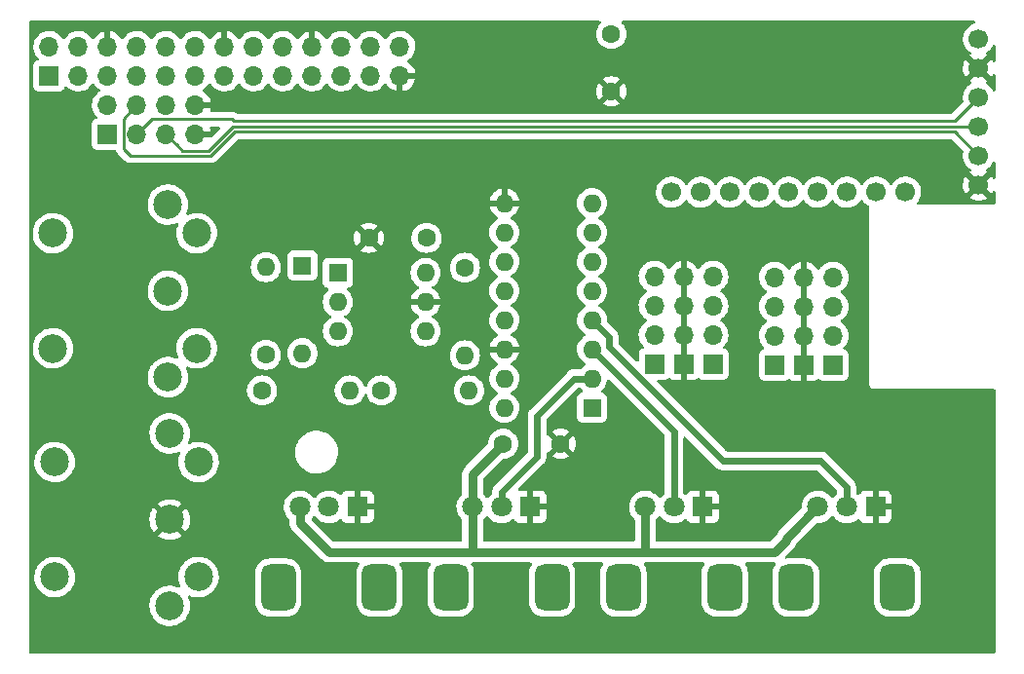
<source format=gbl>
G04 #@! TF.GenerationSoftware,KiCad,Pcbnew,(6.0.5)*
G04 #@! TF.CreationDate,2022-08-31T18:22:49+01:00*
G04 #@! TF.ProjectId,RPi-V1-Synth-IOBoard,5250692d-5631-42d5-9379-6e74682d494f,rev?*
G04 #@! TF.SameCoordinates,Original*
G04 #@! TF.FileFunction,Copper,L2,Bot*
G04 #@! TF.FilePolarity,Positive*
%FSLAX46Y46*%
G04 Gerber Fmt 4.6, Leading zero omitted, Abs format (unit mm)*
G04 Created by KiCad (PCBNEW (6.0.5)) date 2022-08-31 18:22:49*
%MOMM*%
%LPD*%
G01*
G04 APERTURE LIST*
G04 Aperture macros list*
%AMRoundRect*
0 Rectangle with rounded corners*
0 $1 Rounding radius*
0 $2 $3 $4 $5 $6 $7 $8 $9 X,Y pos of 4 corners*
0 Add a 4 corners polygon primitive as box body*
4,1,4,$2,$3,$4,$5,$6,$7,$8,$9,$2,$3,0*
0 Add four circle primitives for the rounded corners*
1,1,$1+$1,$2,$3*
1,1,$1+$1,$4,$5*
1,1,$1+$1,$6,$7*
1,1,$1+$1,$8,$9*
0 Add four rect primitives between the rounded corners*
20,1,$1+$1,$2,$3,$4,$5,0*
20,1,$1+$1,$4,$5,$6,$7,0*
20,1,$1+$1,$6,$7,$8,$9,0*
20,1,$1+$1,$8,$9,$2,$3,0*%
G04 Aperture macros list end*
G04 #@! TA.AperFunction,ComponentPad*
%ADD10C,2.499360*%
G04 #@! TD*
G04 #@! TA.AperFunction,WasherPad*
%ADD11C,2.499360*%
G04 #@! TD*
G04 #@! TA.AperFunction,ComponentPad*
%ADD12R,1.700000X1.700000*%
G04 #@! TD*
G04 #@! TA.AperFunction,ComponentPad*
%ADD13O,1.700000X1.700000*%
G04 #@! TD*
G04 #@! TA.AperFunction,ComponentPad*
%ADD14R,1.800000X1.800000*%
G04 #@! TD*
G04 #@! TA.AperFunction,ComponentPad*
%ADD15C,1.800000*%
G04 #@! TD*
G04 #@! TA.AperFunction,ComponentPad*
%ADD16RoundRect,0.750000X-0.750000X1.250000X-0.750000X-1.250000X0.750000X-1.250000X0.750000X1.250000X0*%
G04 #@! TD*
G04 #@! TA.AperFunction,ComponentPad*
%ADD17C,1.600000*%
G04 #@! TD*
G04 #@! TA.AperFunction,ComponentPad*
%ADD18R,1.600000X1.600000*%
G04 #@! TD*
G04 #@! TA.AperFunction,ComponentPad*
%ADD19O,1.600000X1.600000*%
G04 #@! TD*
G04 #@! TA.AperFunction,ComponentPad*
%ADD20C,1.700000*%
G04 #@! TD*
G04 #@! TA.AperFunction,Conductor*
%ADD21C,0.600000*%
G04 #@! TD*
G04 #@! TA.AperFunction,Conductor*
%ADD22C,0.800000*%
G04 #@! TD*
G04 #@! TA.AperFunction,Conductor*
%ADD23C,0.254000*%
G04 #@! TD*
G04 APERTURE END LIST*
D10*
X156083000Y-141472920D03*
X158584900Y-153967180D03*
X156085540Y-148971000D03*
X156083000Y-156469080D03*
X158584900Y-143974820D03*
D11*
X146088100Y-153972260D03*
X146088100Y-143969740D03*
D12*
X198348600Y-155346400D03*
D13*
X198348600Y-152806400D03*
X198348600Y-150266400D03*
X198348600Y-147726400D03*
D12*
X200888600Y-155346400D03*
D13*
X200888600Y-152806400D03*
X200888600Y-150266400D03*
X200888600Y-147726400D03*
D12*
X203428600Y-155346400D03*
D13*
X203428600Y-152806400D03*
X203428600Y-150266400D03*
X203428600Y-147726400D03*
D14*
X172561800Y-167762200D03*
D15*
X170061800Y-167762200D03*
X167561800Y-167762200D03*
D16*
X174461800Y-174762200D03*
X165661800Y-174762200D03*
D14*
X217561800Y-167762200D03*
D15*
X215061800Y-167762200D03*
X212561800Y-167762200D03*
D16*
X219461800Y-174762200D03*
X210661800Y-174762200D03*
D14*
X202561800Y-167762200D03*
D15*
X200061800Y-167762200D03*
X197561800Y-167762200D03*
D16*
X204461800Y-174762200D03*
X195661800Y-174762200D03*
D14*
X187561800Y-167762200D03*
D15*
X185061800Y-167762200D03*
X182561800Y-167762200D03*
D16*
X189461800Y-174762200D03*
X180661800Y-174762200D03*
D12*
X211328000Y-155412600D03*
D13*
X211328000Y-152872600D03*
X211328000Y-150332600D03*
X211328000Y-147792600D03*
D12*
X213868000Y-155412600D03*
D13*
X213868000Y-152872600D03*
X213868000Y-150332600D03*
X213868000Y-147792600D03*
D12*
X208788000Y-155412600D03*
D13*
X208788000Y-152872600D03*
X208788000Y-150332600D03*
X208788000Y-147792600D03*
D17*
X190206000Y-162280600D03*
X185206000Y-162280600D03*
D18*
X192938400Y-159131000D03*
D19*
X192938400Y-156591000D03*
X192938400Y-154051000D03*
X192938400Y-151511000D03*
X192938400Y-148971000D03*
X192938400Y-146431000D03*
X192938400Y-143891000D03*
X192938400Y-141351000D03*
X185318400Y-141351000D03*
X185318400Y-143891000D03*
X185318400Y-146431000D03*
X185318400Y-148971000D03*
X185318400Y-151511000D03*
X185318400Y-154051000D03*
X185318400Y-156591000D03*
X185318400Y-159131000D03*
D12*
X145755360Y-130279140D03*
D13*
X145755360Y-127739140D03*
X148295360Y-130279140D03*
X148295360Y-127739140D03*
X150835360Y-130279140D03*
X150835360Y-127739140D03*
X153375360Y-130279140D03*
X153375360Y-127739140D03*
X155915360Y-130279140D03*
X155915360Y-127739140D03*
X158455360Y-130279140D03*
X158455360Y-127739140D03*
X160995360Y-130279140D03*
X160995360Y-127739140D03*
X163535360Y-130279140D03*
X163535360Y-127739140D03*
X166075360Y-130279140D03*
X166075360Y-127739140D03*
X168615360Y-130279140D03*
X168615360Y-127739140D03*
X171155360Y-130279140D03*
X171155360Y-127739140D03*
X173695360Y-130279140D03*
X173695360Y-127739140D03*
X176235360Y-130279140D03*
X176235360Y-127739140D03*
D18*
X170850400Y-147411600D03*
D19*
X170850400Y-149951600D03*
X170850400Y-152491600D03*
X178470400Y-152491600D03*
X178470400Y-149951600D03*
X178470400Y-147411600D03*
D17*
X181889400Y-146964400D03*
D19*
X181889400Y-154584400D03*
D17*
X164261800Y-157632400D03*
D19*
X171881800Y-157632400D03*
D17*
X174625000Y-157632400D03*
D19*
X182245000Y-157632400D03*
D17*
X164592000Y-154533600D03*
D19*
X164592000Y-146913600D03*
D12*
X150835360Y-135359140D03*
D13*
X150835360Y-132819140D03*
X153375360Y-135359140D03*
X153375360Y-132819140D03*
X155915360Y-135359140D03*
X155915360Y-132819140D03*
X158455360Y-135359140D03*
X158455360Y-132819140D03*
D10*
X156235400Y-161361120D03*
X158737300Y-173855380D03*
X156237940Y-168859200D03*
X156235400Y-176357280D03*
X158737300Y-163863020D03*
D11*
X146240500Y-173860460D03*
X146240500Y-163857940D03*
D18*
X167767000Y-146786600D03*
D19*
X167767000Y-154406600D03*
D17*
X194614800Y-131644400D03*
X194614800Y-126644400D03*
X178551200Y-144373600D03*
X173551200Y-144373600D03*
D20*
X220172000Y-140399200D03*
X217632000Y-140399200D03*
X215092000Y-140399200D03*
X212552000Y-140399200D03*
X210012000Y-140399200D03*
X207472000Y-140399200D03*
X204932000Y-140399200D03*
X202392000Y-140399200D03*
X199852000Y-140399200D03*
X226522000Y-139764200D03*
X226522000Y-137224200D03*
X226522000Y-134684200D03*
X226522000Y-132144200D03*
X226522000Y-129604200D03*
X226522000Y-127064200D03*
D21*
X191389000Y-156591000D02*
X192938400Y-156591000D01*
X188163200Y-163388008D02*
X188163200Y-159816800D01*
X185061800Y-166489408D02*
X188163200Y-163388008D01*
X185061800Y-167762200D02*
X185061800Y-166489408D01*
X188163200Y-159816800D02*
X191389000Y-156591000D01*
X204292200Y-163753800D02*
X212801200Y-163753800D01*
X212801200Y-163753800D02*
X215061800Y-166014400D01*
X215061800Y-166014400D02*
X215061800Y-167762200D01*
X192938400Y-151511000D02*
X194411600Y-152984200D01*
X194411600Y-152984200D02*
X194411600Y-153873200D01*
X194411600Y-153873200D02*
X204292200Y-163753800D01*
D22*
X182561800Y-171614400D02*
X182626000Y-171678600D01*
X182561800Y-167762200D02*
X182561800Y-171614400D01*
X182626000Y-171678600D02*
X197586600Y-171678600D01*
X170103800Y-171678600D02*
X182626000Y-171678600D01*
X197561800Y-167762200D02*
X197561800Y-171653800D01*
X197561800Y-171653800D02*
X197586600Y-171678600D01*
X197586600Y-171678600D02*
X208813400Y-171678600D01*
X209813800Y-170510200D02*
X212561800Y-167762200D01*
X209813800Y-170678200D02*
X209813800Y-170510200D01*
X167561800Y-169136600D02*
X170103800Y-171678600D01*
X208813400Y-171678600D02*
X209813800Y-170678200D01*
X167561800Y-167762200D02*
X167561800Y-169136600D01*
D23*
X224435520Y-134230680D02*
X226522000Y-132144200D01*
X161815080Y-134230680D02*
X224435520Y-134230680D01*
X161645600Y-134061200D02*
X161815080Y-134230680D01*
X154673300Y-134061200D02*
X161645600Y-134061200D01*
X153375360Y-135359140D02*
X154673300Y-134061200D01*
X156861510Y-136305290D02*
X157338900Y-136782680D01*
X161727426Y-134684200D02*
X162394200Y-134684200D01*
X157338900Y-136782680D02*
X159628946Y-136782680D01*
X222771400Y-134684200D02*
X162394200Y-134684200D01*
X159628946Y-136782680D02*
X161727426Y-134684200D01*
X155915360Y-135359140D02*
X156861510Y-136305290D01*
X159816800Y-137236200D02*
X161915280Y-135137720D01*
X152198849Y-136628649D02*
X152806400Y-137236200D01*
X152806400Y-137236200D02*
X159816800Y-137236200D01*
X161915280Y-135137720D02*
X224435520Y-135137720D01*
X152198849Y-133995651D02*
X152198849Y-136628649D01*
X153375360Y-132819140D02*
X152198849Y-133995651D01*
X224435520Y-135137720D02*
X226522000Y-137224200D01*
X222771400Y-134684200D02*
X226522000Y-134684200D01*
D21*
X200061800Y-161174400D02*
X200061800Y-167762200D01*
X192938400Y-154051000D02*
X200061800Y-161174400D01*
D22*
X182561800Y-164924800D02*
X185206000Y-162280600D01*
X182561800Y-167762200D02*
X182561800Y-164924800D01*
G04 #@! TA.AperFunction,Conductor*
G36*
X193664133Y-125528502D02*
G01*
X193710626Y-125582158D01*
X193720730Y-125652432D01*
X193691236Y-125717012D01*
X193685107Y-125723595D01*
X193608602Y-125800100D01*
X193605445Y-125804608D01*
X193605443Y-125804611D01*
X193594081Y-125820838D01*
X193477277Y-125987651D01*
X193474954Y-125992633D01*
X193474951Y-125992638D01*
X193440159Y-126067251D01*
X193380516Y-126195157D01*
X193379094Y-126200465D01*
X193379093Y-126200467D01*
X193330459Y-126381971D01*
X193321257Y-126416313D01*
X193301302Y-126644400D01*
X193321257Y-126872487D01*
X193322681Y-126877800D01*
X193322681Y-126877802D01*
X193365930Y-127039206D01*
X193380516Y-127093643D01*
X193382839Y-127098624D01*
X193382839Y-127098625D01*
X193474951Y-127296162D01*
X193474954Y-127296167D01*
X193477277Y-127301149D01*
X193480434Y-127305657D01*
X193601620Y-127478728D01*
X193608602Y-127488700D01*
X193770500Y-127650598D01*
X193775008Y-127653755D01*
X193775011Y-127653757D01*
X193842056Y-127700702D01*
X193958051Y-127781923D01*
X193963033Y-127784246D01*
X193963038Y-127784249D01*
X194145407Y-127869288D01*
X194165557Y-127878684D01*
X194170865Y-127880106D01*
X194170867Y-127880107D01*
X194381398Y-127936519D01*
X194381400Y-127936519D01*
X194386713Y-127937943D01*
X194614800Y-127957898D01*
X194842887Y-127937943D01*
X194848200Y-127936519D01*
X194848202Y-127936519D01*
X195058733Y-127880107D01*
X195058735Y-127880106D01*
X195064043Y-127878684D01*
X195084193Y-127869288D01*
X195266562Y-127784249D01*
X195266567Y-127784246D01*
X195271549Y-127781923D01*
X195387544Y-127700702D01*
X195454589Y-127653757D01*
X195454592Y-127653755D01*
X195459100Y-127650598D01*
X195620998Y-127488700D01*
X195627981Y-127478728D01*
X195749166Y-127305657D01*
X195752323Y-127301149D01*
X195754646Y-127296167D01*
X195754649Y-127296162D01*
X195846761Y-127098625D01*
X195846761Y-127098624D01*
X195849084Y-127093643D01*
X195863671Y-127039206D01*
X195906919Y-126877802D01*
X195906919Y-126877800D01*
X195908343Y-126872487D01*
X195928298Y-126644400D01*
X195908343Y-126416313D01*
X195899141Y-126381971D01*
X195850507Y-126200467D01*
X195850506Y-126200465D01*
X195849084Y-126195157D01*
X195789441Y-126067251D01*
X195754649Y-125992638D01*
X195754646Y-125992633D01*
X195752323Y-125987651D01*
X195635519Y-125820838D01*
X195624157Y-125804611D01*
X195624155Y-125804608D01*
X195620998Y-125800100D01*
X195544493Y-125723595D01*
X195510467Y-125661283D01*
X195515532Y-125590468D01*
X195558079Y-125533632D01*
X195624599Y-125508821D01*
X195633588Y-125508500D01*
X226117658Y-125508500D01*
X226185779Y-125528502D01*
X226232272Y-125582158D01*
X226242376Y-125652432D01*
X226212882Y-125717012D01*
X226156803Y-125754265D01*
X225993756Y-125807557D01*
X225795607Y-125910707D01*
X225791474Y-125913810D01*
X225791471Y-125913812D01*
X225621100Y-126041730D01*
X225616965Y-126044835D01*
X225462629Y-126206338D01*
X225336743Y-126390880D01*
X225294216Y-126482497D01*
X225246336Y-126585647D01*
X225242688Y-126593505D01*
X225182989Y-126808770D01*
X225159251Y-127030895D01*
X225159548Y-127036048D01*
X225159548Y-127036051D01*
X225162869Y-127093643D01*
X225172110Y-127253915D01*
X225173247Y-127258961D01*
X225173248Y-127258967D01*
X225194275Y-127352269D01*
X225221222Y-127471839D01*
X225270262Y-127592611D01*
X225292226Y-127646701D01*
X225305266Y-127678816D01*
X225421987Y-127869288D01*
X225568250Y-128038138D01*
X225740126Y-128180832D01*
X225813955Y-128223974D01*
X225862679Y-128275612D01*
X225875750Y-128345395D01*
X225849019Y-128411167D01*
X225808562Y-128444527D01*
X225800460Y-128448744D01*
X225791734Y-128454239D01*
X225771677Y-128469299D01*
X225763223Y-128480627D01*
X225769968Y-128492958D01*
X226509188Y-129232178D01*
X226523132Y-129239792D01*
X226524965Y-129239661D01*
X226531580Y-129235410D01*
X227275389Y-128491601D01*
X227282410Y-128478744D01*
X227275611Y-128469413D01*
X227271559Y-128466721D01*
X227234602Y-128446320D01*
X227184631Y-128395887D01*
X227169859Y-128326445D01*
X227194975Y-128260039D01*
X227222327Y-128233432D01*
X227245797Y-128216691D01*
X227401860Y-128105373D01*
X227560096Y-127947689D01*
X227568123Y-127936519D01*
X227687435Y-127770477D01*
X227690453Y-127766277D01*
X227705523Y-127735786D01*
X227752543Y-127640647D01*
X227800656Y-127588440D01*
X227869358Y-127570533D01*
X227936834Y-127592611D01*
X227981662Y-127647665D01*
X227991500Y-127696474D01*
X227991500Y-128972218D01*
X227971498Y-129040339D01*
X227917842Y-129086832D01*
X227847568Y-129096936D01*
X227782988Y-129067442D01*
X227749950Y-129022460D01*
X227724972Y-128965014D01*
X227720105Y-128955939D01*
X227655063Y-128855397D01*
X227644377Y-128846195D01*
X227634812Y-128850598D01*
X226894022Y-129591388D01*
X226886408Y-129605332D01*
X226886539Y-129607165D01*
X226890790Y-129613780D01*
X227632474Y-130355464D01*
X227644484Y-130362023D01*
X227656223Y-130353055D01*
X227687004Y-130310219D01*
X227692315Y-130301380D01*
X227752543Y-130179518D01*
X227800657Y-130127311D01*
X227869358Y-130109404D01*
X227936834Y-130131483D01*
X227981663Y-130186537D01*
X227991500Y-130235345D01*
X227991500Y-131510966D01*
X227971498Y-131579087D01*
X227917842Y-131625580D01*
X227847568Y-131635684D01*
X227782988Y-131606190D01*
X227749952Y-131561210D01*
X227723354Y-131500040D01*
X227665808Y-131411088D01*
X227604822Y-131316817D01*
X227604820Y-131316814D01*
X227602014Y-131312477D01*
X227451670Y-131147251D01*
X227447619Y-131144052D01*
X227447615Y-131144048D01*
X227280414Y-131012000D01*
X227280410Y-131011998D01*
X227276359Y-131008798D01*
X227234569Y-130985729D01*
X227184598Y-130935297D01*
X227169826Y-130865854D01*
X227194942Y-130799448D01*
X227222293Y-130772842D01*
X227271247Y-130737923D01*
X227279648Y-130727223D01*
X227272660Y-130714070D01*
X226534812Y-129976222D01*
X226520868Y-129968608D01*
X226519035Y-129968739D01*
X226512420Y-129972990D01*
X225768737Y-130716673D01*
X225761977Y-130729053D01*
X225767258Y-130736107D01*
X225813969Y-130763403D01*
X225862693Y-130815041D01*
X225875764Y-130884824D01*
X225849033Y-130950596D01*
X225808584Y-130983952D01*
X225795607Y-130990707D01*
X225791474Y-130993810D01*
X225791471Y-130993812D01*
X225621100Y-131121730D01*
X225616965Y-131124835D01*
X225566853Y-131177274D01*
X225468819Y-131279861D01*
X225462629Y-131286338D01*
X225459715Y-131290610D01*
X225459714Y-131290611D01*
X225390513Y-131392056D01*
X225336743Y-131470880D01*
X225300327Y-131549331D01*
X225246336Y-131665647D01*
X225242688Y-131673505D01*
X225182989Y-131888770D01*
X225159251Y-132110895D01*
X225159548Y-132116048D01*
X225159548Y-132116051D01*
X225162946Y-132174980D01*
X225172110Y-132333915D01*
X225173247Y-132338961D01*
X225173248Y-132338967D01*
X225204933Y-132479560D01*
X225200397Y-132550412D01*
X225171111Y-132596356D01*
X224209192Y-133558275D01*
X224146880Y-133592301D01*
X224120097Y-133595180D01*
X162127577Y-133595180D01*
X162059456Y-133575178D01*
X162041324Y-133561030D01*
X162027885Y-133548410D01*
X162022106Y-133542983D01*
X162004269Y-133533177D01*
X161987753Y-133522327D01*
X161971667Y-133509850D01*
X161930934Y-133492224D01*
X161920286Y-133487007D01*
X161899471Y-133475564D01*
X161881403Y-133465631D01*
X161873728Y-133463660D01*
X161873722Y-133463658D01*
X161861689Y-133460569D01*
X161842987Y-133454166D01*
X161824308Y-133446083D01*
X161790472Y-133440724D01*
X161780473Y-133439140D01*
X161768860Y-133436735D01*
X161725882Y-133425700D01*
X161705535Y-133425700D01*
X161685824Y-133424149D01*
X161673550Y-133422205D01*
X161665721Y-133420965D01*
X161657829Y-133421711D01*
X161621544Y-133425141D01*
X161609686Y-133425700D01*
X159860411Y-133425700D01*
X159792290Y-133405698D01*
X159745797Y-133352042D01*
X159735693Y-133281768D01*
X159739853Y-133263071D01*
X159785737Y-133112050D01*
X159787915Y-133101977D01*
X159789346Y-133091102D01*
X159787135Y-133076918D01*
X159773977Y-133073140D01*
X158727475Y-133073140D01*
X158712236Y-133077615D01*
X158711031Y-133079005D01*
X158709360Y-133086688D01*
X158709360Y-133299700D01*
X158689358Y-133367821D01*
X158635702Y-133414314D01*
X158583360Y-133425700D01*
X158327360Y-133425700D01*
X158259239Y-133405698D01*
X158212746Y-133352042D01*
X158201360Y-133299700D01*
X158201360Y-132730462D01*
X193893293Y-132730462D01*
X193902589Y-132742477D01*
X193953794Y-132778331D01*
X193963289Y-132783814D01*
X194160747Y-132875890D01*
X194171039Y-132879636D01*
X194381488Y-132936025D01*
X194392281Y-132937928D01*
X194609325Y-132956917D01*
X194620275Y-132956917D01*
X194837319Y-132937928D01*
X194848112Y-132936025D01*
X195058561Y-132879636D01*
X195068853Y-132875890D01*
X195266311Y-132783814D01*
X195275806Y-132778331D01*
X195327848Y-132741891D01*
X195336224Y-132731412D01*
X195329156Y-132717966D01*
X194627612Y-132016422D01*
X194613668Y-132008808D01*
X194611835Y-132008939D01*
X194605220Y-132013190D01*
X193899723Y-132718687D01*
X193893293Y-132730462D01*
X158201360Y-132730462D01*
X158201360Y-132691140D01*
X158221362Y-132623019D01*
X158275018Y-132576526D01*
X158327360Y-132565140D01*
X159773704Y-132565140D01*
X159787235Y-132561167D01*
X159788540Y-132552087D01*
X159746574Y-132385015D01*
X159743254Y-132375264D01*
X159658332Y-132179954D01*
X159653465Y-132170879D01*
X159537786Y-131992066D01*
X159531496Y-131983897D01*
X159388166Y-131826380D01*
X159380633Y-131819355D01*
X159213499Y-131687362D01*
X159204916Y-131681660D01*
X159167962Y-131661260D01*
X159156681Y-131649875D01*
X193302283Y-131649875D01*
X193321272Y-131866919D01*
X193323175Y-131877712D01*
X193379564Y-132088161D01*
X193383310Y-132098453D01*
X193475386Y-132295911D01*
X193480869Y-132305406D01*
X193517309Y-132357448D01*
X193527788Y-132365824D01*
X193541234Y-132358756D01*
X194242778Y-131657212D01*
X194249156Y-131645532D01*
X194979208Y-131645532D01*
X194979339Y-131647365D01*
X194983590Y-131653980D01*
X195689087Y-132359477D01*
X195700862Y-132365907D01*
X195712877Y-132356611D01*
X195748731Y-132305406D01*
X195754214Y-132295911D01*
X195846290Y-132098453D01*
X195850036Y-132088161D01*
X195906425Y-131877712D01*
X195908328Y-131866919D01*
X195927317Y-131649875D01*
X195927317Y-131638925D01*
X195908328Y-131421881D01*
X195906425Y-131411088D01*
X195850036Y-131200639D01*
X195846290Y-131190347D01*
X195754214Y-130992889D01*
X195748731Y-130983394D01*
X195712291Y-130931352D01*
X195701812Y-130922976D01*
X195688366Y-130930044D01*
X194986822Y-131631588D01*
X194979208Y-131645532D01*
X194249156Y-131645532D01*
X194250392Y-131643268D01*
X194250261Y-131641435D01*
X194246010Y-131634820D01*
X193540513Y-130929323D01*
X193528738Y-130922893D01*
X193516723Y-130932189D01*
X193480869Y-130983394D01*
X193475386Y-130992889D01*
X193383310Y-131190347D01*
X193379564Y-131200639D01*
X193323175Y-131411088D01*
X193321272Y-131421881D01*
X193302283Y-131638925D01*
X193302283Y-131649875D01*
X159156681Y-131649875D01*
X159117991Y-131610827D01*
X159103219Y-131541385D01*
X159128335Y-131474979D01*
X159155687Y-131448372D01*
X159207957Y-131411088D01*
X159335220Y-131320313D01*
X159343084Y-131312477D01*
X159478976Y-131177058D01*
X159493456Y-131162629D01*
X159623813Y-130981217D01*
X159625136Y-130982168D01*
X159672005Y-130938997D01*
X159741940Y-130926765D01*
X159807386Y-130954284D01*
X159835235Y-130986134D01*
X159839940Y-130993812D01*
X159895347Y-131084228D01*
X160041610Y-131253078D01*
X160213486Y-131395772D01*
X160406360Y-131508478D01*
X160615052Y-131588170D01*
X160620120Y-131589201D01*
X160620123Y-131589202D01*
X160715222Y-131608550D01*
X160833957Y-131632707D01*
X160839132Y-131632897D01*
X160839134Y-131632897D01*
X161052033Y-131640704D01*
X161052037Y-131640704D01*
X161057197Y-131640893D01*
X161062317Y-131640237D01*
X161062319Y-131640237D01*
X161273648Y-131613165D01*
X161273649Y-131613165D01*
X161278776Y-131612508D01*
X161284379Y-131610827D01*
X161487789Y-131549801D01*
X161487794Y-131549799D01*
X161492744Y-131548314D01*
X161693354Y-131450036D01*
X161875220Y-131320313D01*
X161883084Y-131312477D01*
X162018976Y-131177058D01*
X162033456Y-131162629D01*
X162163813Y-130981217D01*
X162165136Y-130982168D01*
X162212005Y-130938997D01*
X162281940Y-130926765D01*
X162347386Y-130954284D01*
X162375235Y-130986134D01*
X162379940Y-130993812D01*
X162435347Y-131084228D01*
X162581610Y-131253078D01*
X162753486Y-131395772D01*
X162946360Y-131508478D01*
X163155052Y-131588170D01*
X163160120Y-131589201D01*
X163160123Y-131589202D01*
X163255222Y-131608550D01*
X163373957Y-131632707D01*
X163379132Y-131632897D01*
X163379134Y-131632897D01*
X163592033Y-131640704D01*
X163592037Y-131640704D01*
X163597197Y-131640893D01*
X163602317Y-131640237D01*
X163602319Y-131640237D01*
X163813648Y-131613165D01*
X163813649Y-131613165D01*
X163818776Y-131612508D01*
X163824379Y-131610827D01*
X164027789Y-131549801D01*
X164027794Y-131549799D01*
X164032744Y-131548314D01*
X164233354Y-131450036D01*
X164415220Y-131320313D01*
X164423084Y-131312477D01*
X164558976Y-131177058D01*
X164573456Y-131162629D01*
X164703813Y-130981217D01*
X164705136Y-130982168D01*
X164752005Y-130938997D01*
X164821940Y-130926765D01*
X164887386Y-130954284D01*
X164915235Y-130986134D01*
X164919940Y-130993812D01*
X164975347Y-131084228D01*
X165121610Y-131253078D01*
X165293486Y-131395772D01*
X165486360Y-131508478D01*
X165695052Y-131588170D01*
X165700120Y-131589201D01*
X165700123Y-131589202D01*
X165795222Y-131608550D01*
X165913957Y-131632707D01*
X165919132Y-131632897D01*
X165919134Y-131632897D01*
X166132033Y-131640704D01*
X166132037Y-131640704D01*
X166137197Y-131640893D01*
X166142317Y-131640237D01*
X166142319Y-131640237D01*
X166353648Y-131613165D01*
X166353649Y-131613165D01*
X166358776Y-131612508D01*
X166364379Y-131610827D01*
X166567789Y-131549801D01*
X166567794Y-131549799D01*
X166572744Y-131548314D01*
X166773354Y-131450036D01*
X166955220Y-131320313D01*
X166963084Y-131312477D01*
X167098976Y-131177058D01*
X167113456Y-131162629D01*
X167243813Y-130981217D01*
X167245136Y-130982168D01*
X167292005Y-130938997D01*
X167361940Y-130926765D01*
X167427386Y-130954284D01*
X167455235Y-130986134D01*
X167459940Y-130993812D01*
X167515347Y-131084228D01*
X167661610Y-131253078D01*
X167833486Y-131395772D01*
X168026360Y-131508478D01*
X168235052Y-131588170D01*
X168240120Y-131589201D01*
X168240123Y-131589202D01*
X168335222Y-131608550D01*
X168453957Y-131632707D01*
X168459132Y-131632897D01*
X168459134Y-131632897D01*
X168672033Y-131640704D01*
X168672037Y-131640704D01*
X168677197Y-131640893D01*
X168682317Y-131640237D01*
X168682319Y-131640237D01*
X168893648Y-131613165D01*
X168893649Y-131613165D01*
X168898776Y-131612508D01*
X168904379Y-131610827D01*
X169107789Y-131549801D01*
X169107794Y-131549799D01*
X169112744Y-131548314D01*
X169313354Y-131450036D01*
X169495220Y-131320313D01*
X169503084Y-131312477D01*
X169638976Y-131177058D01*
X169653456Y-131162629D01*
X169783813Y-130981217D01*
X169785136Y-130982168D01*
X169832005Y-130938997D01*
X169901940Y-130926765D01*
X169967386Y-130954284D01*
X169995235Y-130986134D01*
X169999940Y-130993812D01*
X170055347Y-131084228D01*
X170201610Y-131253078D01*
X170373486Y-131395772D01*
X170566360Y-131508478D01*
X170775052Y-131588170D01*
X170780120Y-131589201D01*
X170780123Y-131589202D01*
X170875222Y-131608550D01*
X170993957Y-131632707D01*
X170999132Y-131632897D01*
X170999134Y-131632897D01*
X171212033Y-131640704D01*
X171212037Y-131640704D01*
X171217197Y-131640893D01*
X171222317Y-131640237D01*
X171222319Y-131640237D01*
X171433648Y-131613165D01*
X171433649Y-131613165D01*
X171438776Y-131612508D01*
X171444379Y-131610827D01*
X171647789Y-131549801D01*
X171647794Y-131549799D01*
X171652744Y-131548314D01*
X171853354Y-131450036D01*
X172035220Y-131320313D01*
X172043084Y-131312477D01*
X172178976Y-131177058D01*
X172193456Y-131162629D01*
X172323813Y-130981217D01*
X172325136Y-130982168D01*
X172372005Y-130938997D01*
X172441940Y-130926765D01*
X172507386Y-130954284D01*
X172535235Y-130986134D01*
X172539940Y-130993812D01*
X172595347Y-131084228D01*
X172741610Y-131253078D01*
X172913486Y-131395772D01*
X173106360Y-131508478D01*
X173315052Y-131588170D01*
X173320120Y-131589201D01*
X173320123Y-131589202D01*
X173415222Y-131608550D01*
X173533957Y-131632707D01*
X173539132Y-131632897D01*
X173539134Y-131632897D01*
X173752033Y-131640704D01*
X173752037Y-131640704D01*
X173757197Y-131640893D01*
X173762317Y-131640237D01*
X173762319Y-131640237D01*
X173973648Y-131613165D01*
X173973649Y-131613165D01*
X173978776Y-131612508D01*
X173984379Y-131610827D01*
X174187789Y-131549801D01*
X174187794Y-131549799D01*
X174192744Y-131548314D01*
X174393354Y-131450036D01*
X174575220Y-131320313D01*
X174583084Y-131312477D01*
X174718976Y-131177058D01*
X174733456Y-131162629D01*
X174863813Y-130981217D01*
X174865000Y-130982070D01*
X174912320Y-130938502D01*
X174982257Y-130926285D01*
X175047698Y-130953818D01*
X175075526Y-130985651D01*
X175133054Y-131079528D01*
X175139137Y-131087839D01*
X175278573Y-131248807D01*
X175285940Y-131256023D01*
X175449794Y-131392056D01*
X175458241Y-131397971D01*
X175642116Y-131505419D01*
X175651402Y-131509869D01*
X175850361Y-131585843D01*
X175860259Y-131588719D01*
X175963610Y-131609746D01*
X175977659Y-131608550D01*
X175981360Y-131598205D01*
X175981360Y-131597657D01*
X176489360Y-131597657D01*
X176493424Y-131611499D01*
X176506838Y-131613533D01*
X176513544Y-131612674D01*
X176523622Y-131610532D01*
X176727615Y-131549331D01*
X176737202Y-131545573D01*
X176928455Y-131451879D01*
X176937305Y-131446604D01*
X177110688Y-131322932D01*
X177118560Y-131316279D01*
X177269412Y-131165952D01*
X177276090Y-131158105D01*
X177400363Y-130985160D01*
X177405673Y-130976323D01*
X177500030Y-130785407D01*
X177503829Y-130775812D01*
X177565737Y-130572050D01*
X177567915Y-130561977D01*
X177568519Y-130557388D01*
X193893376Y-130557388D01*
X193900444Y-130570834D01*
X194601988Y-131272378D01*
X194615932Y-131279992D01*
X194617765Y-131279861D01*
X194624380Y-131275610D01*
X195329877Y-130570113D01*
X195336307Y-130558338D01*
X195327011Y-130546323D01*
X195275806Y-130510469D01*
X195266311Y-130504986D01*
X195068853Y-130412910D01*
X195058561Y-130409164D01*
X194848112Y-130352775D01*
X194837319Y-130350872D01*
X194620275Y-130331883D01*
X194609325Y-130331883D01*
X194392281Y-130350872D01*
X194381488Y-130352775D01*
X194171039Y-130409164D01*
X194160747Y-130412910D01*
X193963289Y-130504986D01*
X193953794Y-130510469D01*
X193901752Y-130546909D01*
X193893376Y-130557388D01*
X177568519Y-130557388D01*
X177569346Y-130551102D01*
X177567135Y-130536918D01*
X177553977Y-130533140D01*
X176507475Y-130533140D01*
X176492236Y-130537615D01*
X176491031Y-130539005D01*
X176489360Y-130546688D01*
X176489360Y-131597657D01*
X175981360Y-131597657D01*
X175981360Y-130151140D01*
X176001362Y-130083019D01*
X176055018Y-130036526D01*
X176107360Y-130025140D01*
X177553704Y-130025140D01*
X177567235Y-130021167D01*
X177568540Y-130012087D01*
X177526574Y-129845015D01*
X177523254Y-129835264D01*
X177438332Y-129639954D01*
X177433465Y-129630879D01*
X177398003Y-129576063D01*
X225160050Y-129576063D01*
X225172309Y-129788677D01*
X225173745Y-129798897D01*
X225220565Y-130006646D01*
X225223645Y-130016475D01*
X225303770Y-130213803D01*
X225308413Y-130222994D01*
X225388460Y-130353620D01*
X225398916Y-130363080D01*
X225407694Y-130359296D01*
X226149978Y-129617012D01*
X226157592Y-129603068D01*
X226157461Y-129601235D01*
X226153210Y-129594620D01*
X225411849Y-128853259D01*
X225400313Y-128846959D01*
X225388031Y-128856582D01*
X225340089Y-128926862D01*
X225335004Y-128935813D01*
X225245338Y-129128983D01*
X225241775Y-129138670D01*
X225184864Y-129343881D01*
X225182933Y-129354000D01*
X225160302Y-129565774D01*
X225160050Y-129576063D01*
X177398003Y-129576063D01*
X177317786Y-129452066D01*
X177311496Y-129443897D01*
X177168166Y-129286380D01*
X177160633Y-129279355D01*
X176993499Y-129147362D01*
X176984916Y-129141660D01*
X176947962Y-129121260D01*
X176897991Y-129070827D01*
X176883219Y-129001385D01*
X176908335Y-128934979D01*
X176935687Y-128908372D01*
X176959400Y-128891458D01*
X177115220Y-128780313D01*
X177273456Y-128622629D01*
X177332954Y-128539829D01*
X177400795Y-128445417D01*
X177403813Y-128441217D01*
X177417355Y-128413818D01*
X177500496Y-128245593D01*
X177500497Y-128245591D01*
X177502790Y-128240951D01*
X177567730Y-128027209D01*
X177596889Y-127805730D01*
X177597548Y-127778766D01*
X177598434Y-127742505D01*
X177598434Y-127742501D01*
X177598516Y-127739140D01*
X177580212Y-127516501D01*
X177525791Y-127299842D01*
X177436714Y-127094980D01*
X177315374Y-126907417D01*
X177165030Y-126742191D01*
X177160979Y-126738992D01*
X177160975Y-126738988D01*
X176993774Y-126606940D01*
X176993770Y-126606938D01*
X176989719Y-126603738D01*
X176953388Y-126583682D01*
X176902669Y-126555684D01*
X176794149Y-126495778D01*
X176789280Y-126494054D01*
X176789276Y-126494052D01*
X176588447Y-126422935D01*
X176588443Y-126422934D01*
X176583572Y-126421209D01*
X176578479Y-126420302D01*
X176578476Y-126420301D01*
X176368733Y-126382940D01*
X176368727Y-126382939D01*
X176363644Y-126382034D01*
X176289812Y-126381132D01*
X176145441Y-126379368D01*
X176145439Y-126379368D01*
X176140271Y-126379305D01*
X175919451Y-126413095D01*
X175707116Y-126482497D01*
X175508967Y-126585647D01*
X175504834Y-126588750D01*
X175504831Y-126588752D01*
X175480607Y-126606940D01*
X175330325Y-126719775D01*
X175175989Y-126881278D01*
X175068561Y-127038761D01*
X175013653Y-127083761D01*
X174943128Y-127091932D01*
X174879381Y-127060678D01*
X174858684Y-127036194D01*
X174778182Y-126911757D01*
X174778180Y-126911754D01*
X174775374Y-126907417D01*
X174625030Y-126742191D01*
X174620979Y-126738992D01*
X174620975Y-126738988D01*
X174453774Y-126606940D01*
X174453770Y-126606938D01*
X174449719Y-126603738D01*
X174413388Y-126583682D01*
X174362669Y-126555684D01*
X174254149Y-126495778D01*
X174249280Y-126494054D01*
X174249276Y-126494052D01*
X174048447Y-126422935D01*
X174048443Y-126422934D01*
X174043572Y-126421209D01*
X174038479Y-126420302D01*
X174038476Y-126420301D01*
X173828733Y-126382940D01*
X173828727Y-126382939D01*
X173823644Y-126382034D01*
X173749812Y-126381132D01*
X173605441Y-126379368D01*
X173605439Y-126379368D01*
X173600271Y-126379305D01*
X173379451Y-126413095D01*
X173167116Y-126482497D01*
X172968967Y-126585647D01*
X172964834Y-126588750D01*
X172964831Y-126588752D01*
X172940607Y-126606940D01*
X172790325Y-126719775D01*
X172635989Y-126881278D01*
X172528561Y-127038761D01*
X172473653Y-127083761D01*
X172403128Y-127091932D01*
X172339381Y-127060678D01*
X172318684Y-127036194D01*
X172238182Y-126911757D01*
X172238180Y-126911754D01*
X172235374Y-126907417D01*
X172085030Y-126742191D01*
X172080979Y-126738992D01*
X172080975Y-126738988D01*
X171913774Y-126606940D01*
X171913770Y-126606938D01*
X171909719Y-126603738D01*
X171873388Y-126583682D01*
X171822669Y-126555684D01*
X171714149Y-126495778D01*
X171709280Y-126494054D01*
X171709276Y-126494052D01*
X171508447Y-126422935D01*
X171508443Y-126422934D01*
X171503572Y-126421209D01*
X171498479Y-126420302D01*
X171498476Y-126420301D01*
X171288733Y-126382940D01*
X171288727Y-126382939D01*
X171283644Y-126382034D01*
X171209812Y-126381132D01*
X171065441Y-126379368D01*
X171065439Y-126379368D01*
X171060271Y-126379305D01*
X170839451Y-126413095D01*
X170627116Y-126482497D01*
X170428967Y-126585647D01*
X170424834Y-126588750D01*
X170424831Y-126588752D01*
X170400607Y-126606940D01*
X170250325Y-126719775D01*
X170095989Y-126881278D01*
X169988564Y-127038758D01*
X169988258Y-127039206D01*
X169933347Y-127084209D01*
X169862822Y-127092380D01*
X169799075Y-127061126D01*
X169778378Y-127036642D01*
X169697786Y-126912066D01*
X169691496Y-126903897D01*
X169548166Y-126746380D01*
X169540633Y-126739355D01*
X169373499Y-126607362D01*
X169364912Y-126601657D01*
X169178477Y-126498739D01*
X169169065Y-126494509D01*
X168968319Y-126423420D01*
X168958348Y-126420786D01*
X168887197Y-126408112D01*
X168873900Y-126409572D01*
X168869360Y-126424129D01*
X168869360Y-127867140D01*
X168849358Y-127935261D01*
X168795702Y-127981754D01*
X168743360Y-127993140D01*
X168487360Y-127993140D01*
X168419239Y-127973138D01*
X168372746Y-127919482D01*
X168361360Y-127867140D01*
X168361360Y-126422242D01*
X168357442Y-126408898D01*
X168343166Y-126406911D01*
X168304684Y-126412800D01*
X168294648Y-126415191D01*
X168092228Y-126481352D01*
X168082719Y-126485349D01*
X167893823Y-126583682D01*
X167885098Y-126589176D01*
X167714793Y-126717045D01*
X167707086Y-126723888D01*
X167559950Y-126877857D01*
X167553469Y-126885862D01*
X167448858Y-127039214D01*
X167393947Y-127084216D01*
X167323422Y-127092387D01*
X167259675Y-127061133D01*
X167238978Y-127036649D01*
X167158182Y-126911757D01*
X167158180Y-126911754D01*
X167155374Y-126907417D01*
X167005030Y-126742191D01*
X167000979Y-126738992D01*
X167000975Y-126738988D01*
X166833774Y-126606940D01*
X166833770Y-126606938D01*
X166829719Y-126603738D01*
X166793388Y-126583682D01*
X166742669Y-126555684D01*
X166634149Y-126495778D01*
X166629280Y-126494054D01*
X166629276Y-126494052D01*
X166428447Y-126422935D01*
X166428443Y-126422934D01*
X166423572Y-126421209D01*
X166418479Y-126420302D01*
X166418476Y-126420301D01*
X166208733Y-126382940D01*
X166208727Y-126382939D01*
X166203644Y-126382034D01*
X166129812Y-126381132D01*
X165985441Y-126379368D01*
X165985439Y-126379368D01*
X165980271Y-126379305D01*
X165759451Y-126413095D01*
X165547116Y-126482497D01*
X165348967Y-126585647D01*
X165344834Y-126588750D01*
X165344831Y-126588752D01*
X165320607Y-126606940D01*
X165170325Y-126719775D01*
X165015989Y-126881278D01*
X164908561Y-127038761D01*
X164853653Y-127083761D01*
X164783128Y-127091932D01*
X164719381Y-127060678D01*
X164698684Y-127036194D01*
X164618182Y-126911757D01*
X164618180Y-126911754D01*
X164615374Y-126907417D01*
X164465030Y-126742191D01*
X164460979Y-126738992D01*
X164460975Y-126738988D01*
X164293774Y-126606940D01*
X164293770Y-126606938D01*
X164289719Y-126603738D01*
X164253388Y-126583682D01*
X164202669Y-126555684D01*
X164094149Y-126495778D01*
X164089280Y-126494054D01*
X164089276Y-126494052D01*
X163888447Y-126422935D01*
X163888443Y-126422934D01*
X163883572Y-126421209D01*
X163878479Y-126420302D01*
X163878476Y-126420301D01*
X163668733Y-126382940D01*
X163668727Y-126382939D01*
X163663644Y-126382034D01*
X163589812Y-126381132D01*
X163445441Y-126379368D01*
X163445439Y-126379368D01*
X163440271Y-126379305D01*
X163219451Y-126413095D01*
X163007116Y-126482497D01*
X162808967Y-126585647D01*
X162804834Y-126588750D01*
X162804831Y-126588752D01*
X162780607Y-126606940D01*
X162630325Y-126719775D01*
X162475989Y-126881278D01*
X162368564Y-127038758D01*
X162368258Y-127039206D01*
X162313347Y-127084209D01*
X162242822Y-127092380D01*
X162179075Y-127061126D01*
X162158378Y-127036642D01*
X162077786Y-126912066D01*
X162071496Y-126903897D01*
X161928166Y-126746380D01*
X161920633Y-126739355D01*
X161753499Y-126607362D01*
X161744912Y-126601657D01*
X161558477Y-126498739D01*
X161549065Y-126494509D01*
X161348319Y-126423420D01*
X161338348Y-126420786D01*
X161267197Y-126408112D01*
X161253900Y-126409572D01*
X161249360Y-126424129D01*
X161249360Y-127867140D01*
X161229358Y-127935261D01*
X161175702Y-127981754D01*
X161123360Y-127993140D01*
X160867360Y-127993140D01*
X160799239Y-127973138D01*
X160752746Y-127919482D01*
X160741360Y-127867140D01*
X160741360Y-126422242D01*
X160737442Y-126408898D01*
X160723166Y-126406911D01*
X160684684Y-126412800D01*
X160674648Y-126415191D01*
X160472228Y-126481352D01*
X160462719Y-126485349D01*
X160273823Y-126583682D01*
X160265098Y-126589176D01*
X160094793Y-126717045D01*
X160087086Y-126723888D01*
X159939950Y-126877857D01*
X159933469Y-126885862D01*
X159828858Y-127039214D01*
X159773947Y-127084216D01*
X159703422Y-127092387D01*
X159639675Y-127061133D01*
X159618978Y-127036649D01*
X159538182Y-126911757D01*
X159538180Y-126911754D01*
X159535374Y-126907417D01*
X159385030Y-126742191D01*
X159380979Y-126738992D01*
X159380975Y-126738988D01*
X159213774Y-126606940D01*
X159213770Y-126606938D01*
X159209719Y-126603738D01*
X159173388Y-126583682D01*
X159122669Y-126555684D01*
X159014149Y-126495778D01*
X159009280Y-126494054D01*
X159009276Y-126494052D01*
X158808447Y-126422935D01*
X158808443Y-126422934D01*
X158803572Y-126421209D01*
X158798479Y-126420302D01*
X158798476Y-126420301D01*
X158588733Y-126382940D01*
X158588727Y-126382939D01*
X158583644Y-126382034D01*
X158509812Y-126381132D01*
X158365441Y-126379368D01*
X158365439Y-126379368D01*
X158360271Y-126379305D01*
X158139451Y-126413095D01*
X157927116Y-126482497D01*
X157728967Y-126585647D01*
X157724834Y-126588750D01*
X157724831Y-126588752D01*
X157700607Y-126606940D01*
X157550325Y-126719775D01*
X157395989Y-126881278D01*
X157288561Y-127038761D01*
X157233653Y-127083761D01*
X157163128Y-127091932D01*
X157099381Y-127060678D01*
X157078684Y-127036194D01*
X156998182Y-126911757D01*
X156998180Y-126911754D01*
X156995374Y-126907417D01*
X156845030Y-126742191D01*
X156840979Y-126738992D01*
X156840975Y-126738988D01*
X156673774Y-126606940D01*
X156673770Y-126606938D01*
X156669719Y-126603738D01*
X156633388Y-126583682D01*
X156582669Y-126555684D01*
X156474149Y-126495778D01*
X156469280Y-126494054D01*
X156469276Y-126494052D01*
X156268447Y-126422935D01*
X156268443Y-126422934D01*
X156263572Y-126421209D01*
X156258479Y-126420302D01*
X156258476Y-126420301D01*
X156048733Y-126382940D01*
X156048727Y-126382939D01*
X156043644Y-126382034D01*
X155969812Y-126381132D01*
X155825441Y-126379368D01*
X155825439Y-126379368D01*
X155820271Y-126379305D01*
X155599451Y-126413095D01*
X155387116Y-126482497D01*
X155188967Y-126585647D01*
X155184834Y-126588750D01*
X155184831Y-126588752D01*
X155160607Y-126606940D01*
X155010325Y-126719775D01*
X154855989Y-126881278D01*
X154748561Y-127038761D01*
X154693653Y-127083761D01*
X154623128Y-127091932D01*
X154559381Y-127060678D01*
X154538684Y-127036194D01*
X154458182Y-126911757D01*
X154458180Y-126911754D01*
X154455374Y-126907417D01*
X154305030Y-126742191D01*
X154300979Y-126738992D01*
X154300975Y-126738988D01*
X154133774Y-126606940D01*
X154133770Y-126606938D01*
X154129719Y-126603738D01*
X154093388Y-126583682D01*
X154042669Y-126555684D01*
X153934149Y-126495778D01*
X153929280Y-126494054D01*
X153929276Y-126494052D01*
X153728447Y-126422935D01*
X153728443Y-126422934D01*
X153723572Y-126421209D01*
X153718479Y-126420302D01*
X153718476Y-126420301D01*
X153508733Y-126382940D01*
X153508727Y-126382939D01*
X153503644Y-126382034D01*
X153429812Y-126381132D01*
X153285441Y-126379368D01*
X153285439Y-126379368D01*
X153280271Y-126379305D01*
X153059451Y-126413095D01*
X152847116Y-126482497D01*
X152648967Y-126585647D01*
X152644834Y-126588750D01*
X152644831Y-126588752D01*
X152620607Y-126606940D01*
X152470325Y-126719775D01*
X152315989Y-126881278D01*
X152208564Y-127038758D01*
X152208258Y-127039206D01*
X152153347Y-127084209D01*
X152082822Y-127092380D01*
X152019075Y-127061126D01*
X151998378Y-127036642D01*
X151917786Y-126912066D01*
X151911496Y-126903897D01*
X151768166Y-126746380D01*
X151760633Y-126739355D01*
X151593499Y-126607362D01*
X151584912Y-126601657D01*
X151398477Y-126498739D01*
X151389065Y-126494509D01*
X151188319Y-126423420D01*
X151178348Y-126420786D01*
X151107197Y-126408112D01*
X151093900Y-126409572D01*
X151089360Y-126424129D01*
X151089360Y-127867140D01*
X151069358Y-127935261D01*
X151015702Y-127981754D01*
X150963360Y-127993140D01*
X150707360Y-127993140D01*
X150639239Y-127973138D01*
X150592746Y-127919482D01*
X150581360Y-127867140D01*
X150581360Y-126422242D01*
X150577442Y-126408898D01*
X150563166Y-126406911D01*
X150524684Y-126412800D01*
X150514648Y-126415191D01*
X150312228Y-126481352D01*
X150302719Y-126485349D01*
X150113823Y-126583682D01*
X150105098Y-126589176D01*
X149934793Y-126717045D01*
X149927086Y-126723888D01*
X149779950Y-126877857D01*
X149773469Y-126885862D01*
X149668858Y-127039214D01*
X149613947Y-127084216D01*
X149543422Y-127092387D01*
X149479675Y-127061133D01*
X149458978Y-127036649D01*
X149378182Y-126911757D01*
X149378180Y-126911754D01*
X149375374Y-126907417D01*
X149225030Y-126742191D01*
X149220979Y-126738992D01*
X149220975Y-126738988D01*
X149053774Y-126606940D01*
X149053770Y-126606938D01*
X149049719Y-126603738D01*
X149013388Y-126583682D01*
X148962669Y-126555684D01*
X148854149Y-126495778D01*
X148849280Y-126494054D01*
X148849276Y-126494052D01*
X148648447Y-126422935D01*
X148648443Y-126422934D01*
X148643572Y-126421209D01*
X148638479Y-126420302D01*
X148638476Y-126420301D01*
X148428733Y-126382940D01*
X148428727Y-126382939D01*
X148423644Y-126382034D01*
X148349812Y-126381132D01*
X148205441Y-126379368D01*
X148205439Y-126379368D01*
X148200271Y-126379305D01*
X147979451Y-126413095D01*
X147767116Y-126482497D01*
X147568967Y-126585647D01*
X147564834Y-126588750D01*
X147564831Y-126588752D01*
X147540607Y-126606940D01*
X147390325Y-126719775D01*
X147235989Y-126881278D01*
X147128561Y-127038761D01*
X147073653Y-127083761D01*
X147003128Y-127091932D01*
X146939381Y-127060678D01*
X146918684Y-127036194D01*
X146838182Y-126911757D01*
X146838180Y-126911754D01*
X146835374Y-126907417D01*
X146685030Y-126742191D01*
X146680979Y-126738992D01*
X146680975Y-126738988D01*
X146513774Y-126606940D01*
X146513770Y-126606938D01*
X146509719Y-126603738D01*
X146473388Y-126583682D01*
X146422669Y-126555684D01*
X146314149Y-126495778D01*
X146309280Y-126494054D01*
X146309276Y-126494052D01*
X146108447Y-126422935D01*
X146108443Y-126422934D01*
X146103572Y-126421209D01*
X146098479Y-126420302D01*
X146098476Y-126420301D01*
X145888733Y-126382940D01*
X145888727Y-126382939D01*
X145883644Y-126382034D01*
X145809812Y-126381132D01*
X145665441Y-126379368D01*
X145665439Y-126379368D01*
X145660271Y-126379305D01*
X145439451Y-126413095D01*
X145227116Y-126482497D01*
X145028967Y-126585647D01*
X145024834Y-126588750D01*
X145024831Y-126588752D01*
X145000607Y-126606940D01*
X144850325Y-126719775D01*
X144695989Y-126881278D01*
X144570103Y-127065820D01*
X144554363Y-127099730D01*
X144480448Y-127258967D01*
X144476048Y-127268445D01*
X144416349Y-127483710D01*
X144392611Y-127705835D01*
X144392908Y-127710988D01*
X144392908Y-127710991D01*
X144398371Y-127805730D01*
X144405470Y-127928855D01*
X144406607Y-127933901D01*
X144406608Y-127933907D01*
X144417391Y-127981754D01*
X144454582Y-128146779D01*
X144538626Y-128353756D01*
X144577852Y-128417767D01*
X144652651Y-128539828D01*
X144655347Y-128544228D01*
X144801610Y-128713078D01*
X144805590Y-128716382D01*
X144810341Y-128720327D01*
X144849976Y-128779230D01*
X144851473Y-128850211D01*
X144814357Y-128910733D01*
X144774085Y-128935252D01*
X144685455Y-128968478D01*
X144658655Y-128978525D01*
X144542099Y-129065879D01*
X144454745Y-129182435D01*
X144403615Y-129318824D01*
X144396860Y-129381006D01*
X144396860Y-131177274D01*
X144403615Y-131239456D01*
X144454745Y-131375845D01*
X144542099Y-131492401D01*
X144658655Y-131579755D01*
X144795044Y-131630885D01*
X144857226Y-131637640D01*
X146653494Y-131637640D01*
X146715676Y-131630885D01*
X146852065Y-131579755D01*
X146968621Y-131492401D01*
X147055975Y-131375845D01*
X147078159Y-131316669D01*
X147099958Y-131258522D01*
X147142600Y-131201758D01*
X147209162Y-131177058D01*
X147278510Y-131192266D01*
X147313177Y-131220254D01*
X147341610Y-131253078D01*
X147513486Y-131395772D01*
X147706360Y-131508478D01*
X147915052Y-131588170D01*
X147920120Y-131589201D01*
X147920123Y-131589202D01*
X148015222Y-131608550D01*
X148133957Y-131632707D01*
X148139132Y-131632897D01*
X148139134Y-131632897D01*
X148352033Y-131640704D01*
X148352037Y-131640704D01*
X148357197Y-131640893D01*
X148362317Y-131640237D01*
X148362319Y-131640237D01*
X148573648Y-131613165D01*
X148573649Y-131613165D01*
X148578776Y-131612508D01*
X148584379Y-131610827D01*
X148787789Y-131549801D01*
X148787794Y-131549799D01*
X148792744Y-131548314D01*
X148993354Y-131450036D01*
X149175220Y-131320313D01*
X149183084Y-131312477D01*
X149318976Y-131177058D01*
X149333456Y-131162629D01*
X149463813Y-130981217D01*
X149465136Y-130982168D01*
X149512005Y-130938997D01*
X149581940Y-130926765D01*
X149647386Y-130954284D01*
X149675235Y-130986134D01*
X149679940Y-130993812D01*
X149735347Y-131084228D01*
X149881610Y-131253078D01*
X150053486Y-131395772D01*
X150123955Y-131436951D01*
X150126805Y-131438616D01*
X150175529Y-131490254D01*
X150188600Y-131560037D01*
X150161869Y-131625809D01*
X150121415Y-131659167D01*
X150108967Y-131665647D01*
X150104834Y-131668750D01*
X150104831Y-131668752D01*
X150080607Y-131686940D01*
X149930325Y-131799775D01*
X149775989Y-131961278D01*
X149650103Y-132145820D01*
X149634259Y-132179954D01*
X149560448Y-132338967D01*
X149556048Y-132348445D01*
X149496349Y-132563710D01*
X149472611Y-132785835D01*
X149472908Y-132790988D01*
X149472908Y-132790991D01*
X149476096Y-132846277D01*
X149485470Y-133008855D01*
X149486607Y-133013901D01*
X149486608Y-133013907D01*
X149499957Y-133073140D01*
X149534582Y-133226779D01*
X149549319Y-133263071D01*
X149613936Y-133422205D01*
X149618626Y-133433756D01*
X149735347Y-133624228D01*
X149881610Y-133793078D01*
X149885590Y-133796382D01*
X149890341Y-133800327D01*
X149929976Y-133859230D01*
X149931473Y-133930211D01*
X149894357Y-133990733D01*
X149854085Y-134015252D01*
X149775309Y-134044784D01*
X149738655Y-134058525D01*
X149622099Y-134145879D01*
X149534745Y-134262435D01*
X149483615Y-134398824D01*
X149476860Y-134461006D01*
X149476860Y-136257274D01*
X149483615Y-136319456D01*
X149534745Y-136455845D01*
X149622099Y-136572401D01*
X149738655Y-136659755D01*
X149875044Y-136710885D01*
X149937226Y-136717640D01*
X151464955Y-136717640D01*
X151533076Y-136737642D01*
X151582107Y-136797257D01*
X151594756Y-136829205D01*
X151598601Y-136840434D01*
X151610980Y-136883042D01*
X151615018Y-136889869D01*
X151615019Y-136889872D01*
X151621337Y-136900555D01*
X151630037Y-136918313D01*
X151634610Y-136929864D01*
X151634614Y-136929870D01*
X151637530Y-136937237D01*
X151656826Y-136963795D01*
X151663613Y-136973137D01*
X151670130Y-136983059D01*
X151688675Y-137014417D01*
X151688678Y-137014421D01*
X151692715Y-137021247D01*
X151707099Y-137035631D01*
X151719940Y-137050665D01*
X151731907Y-137067136D01*
X151738016Y-137072190D01*
X151766103Y-137095426D01*
X151774882Y-137103415D01*
X152301150Y-137629683D01*
X152308724Y-137638005D01*
X152312847Y-137644503D01*
X152318625Y-137649929D01*
X152318626Y-137649930D01*
X152362649Y-137691269D01*
X152365495Y-137694027D01*
X152374610Y-137703142D01*
X152385306Y-137713839D01*
X152388438Y-137716268D01*
X152388442Y-137716272D01*
X152388526Y-137716337D01*
X152397551Y-137724045D01*
X152429894Y-137754417D01*
X152436838Y-137758235D01*
X152436840Y-137758236D01*
X152447729Y-137764222D01*
X152464247Y-137775073D01*
X152480333Y-137787550D01*
X152521066Y-137805176D01*
X152531714Y-137810393D01*
X152543342Y-137816785D01*
X152570597Y-137831769D01*
X152578272Y-137833740D01*
X152578278Y-137833742D01*
X152590311Y-137836831D01*
X152609013Y-137843234D01*
X152627692Y-137851317D01*
X152660252Y-137856474D01*
X152671527Y-137858260D01*
X152683140Y-137860665D01*
X152726118Y-137871700D01*
X152746465Y-137871700D01*
X152766177Y-137873251D01*
X152786279Y-137876435D01*
X152794171Y-137875689D01*
X152830456Y-137872259D01*
X152842314Y-137871700D01*
X159737780Y-137871700D01*
X159749014Y-137872230D01*
X159756519Y-137873908D01*
X159824812Y-137871762D01*
X159828769Y-137871700D01*
X159856783Y-137871700D01*
X159860708Y-137871204D01*
X159860709Y-137871204D01*
X159860804Y-137871192D01*
X159872649Y-137870259D01*
X159902470Y-137869322D01*
X159909082Y-137869114D01*
X159909083Y-137869114D01*
X159917005Y-137868865D01*
X159936549Y-137863187D01*
X159955912Y-137859177D01*
X159968240Y-137857620D01*
X159968242Y-137857620D01*
X159976099Y-137856627D01*
X159983463Y-137853711D01*
X159983468Y-137853710D01*
X160017356Y-137840293D01*
X160028585Y-137836448D01*
X160045265Y-137831602D01*
X160071193Y-137824069D01*
X160078020Y-137820031D01*
X160078023Y-137820030D01*
X160088706Y-137813712D01*
X160106464Y-137805012D01*
X160118015Y-137800439D01*
X160118021Y-137800435D01*
X160125388Y-137797519D01*
X160134777Y-137790698D01*
X160161288Y-137771436D01*
X160171210Y-137764919D01*
X160202568Y-137746374D01*
X160202572Y-137746371D01*
X160209398Y-137742334D01*
X160223782Y-137727950D01*
X160238816Y-137715109D01*
X160248873Y-137707802D01*
X160255287Y-137703142D01*
X160283578Y-137668944D01*
X160291567Y-137660165D01*
X162141608Y-135810125D01*
X162203920Y-135776099D01*
X162230703Y-135773220D01*
X224120098Y-135773220D01*
X224188219Y-135793222D01*
X224209193Y-135810125D01*
X225171164Y-136772096D01*
X225205190Y-136834408D01*
X225203486Y-136894862D01*
X225182989Y-136968770D01*
X225182441Y-136973900D01*
X225182440Y-136973904D01*
X225178111Y-137014417D01*
X225159251Y-137190895D01*
X225172110Y-137413915D01*
X225173247Y-137418961D01*
X225173248Y-137418967D01*
X225194275Y-137512269D01*
X225221222Y-137631839D01*
X225272546Y-137758236D01*
X225303206Y-137833742D01*
X225305266Y-137838816D01*
X225421987Y-138029288D01*
X225568250Y-138198138D01*
X225740126Y-138340832D01*
X225813955Y-138383974D01*
X225862679Y-138435612D01*
X225875750Y-138505395D01*
X225849019Y-138571167D01*
X225808562Y-138604527D01*
X225800460Y-138608744D01*
X225791734Y-138614239D01*
X225771677Y-138629299D01*
X225763223Y-138640627D01*
X225769968Y-138652958D01*
X226509188Y-139392178D01*
X226523132Y-139399792D01*
X226524965Y-139399661D01*
X226531580Y-139395410D01*
X227275389Y-138651601D01*
X227282410Y-138638744D01*
X227275611Y-138629413D01*
X227271559Y-138626721D01*
X227234602Y-138606320D01*
X227184631Y-138555887D01*
X227169859Y-138486445D01*
X227194975Y-138420039D01*
X227222327Y-138393432D01*
X227245797Y-138376691D01*
X227401860Y-138265373D01*
X227560096Y-138107689D01*
X227619594Y-138024889D01*
X227687435Y-137930477D01*
X227690453Y-137926277D01*
X227715087Y-137876435D01*
X227752543Y-137800647D01*
X227800656Y-137748440D01*
X227869358Y-137730533D01*
X227936834Y-137752611D01*
X227981662Y-137807665D01*
X227991500Y-137856474D01*
X227991500Y-139132218D01*
X227971498Y-139200339D01*
X227917842Y-139246832D01*
X227847568Y-139256936D01*
X227782988Y-139227442D01*
X227749950Y-139182460D01*
X227724972Y-139125014D01*
X227720105Y-139115939D01*
X227655063Y-139015397D01*
X227644377Y-139006195D01*
X227634812Y-139010598D01*
X226894022Y-139751388D01*
X226886408Y-139765332D01*
X226886539Y-139767165D01*
X226890790Y-139773780D01*
X227632474Y-140515464D01*
X227644484Y-140522023D01*
X227656223Y-140513055D01*
X227687004Y-140470219D01*
X227692315Y-140461380D01*
X227752543Y-140339518D01*
X227800657Y-140287311D01*
X227869358Y-140269404D01*
X227936834Y-140291483D01*
X227981663Y-140346537D01*
X227991500Y-140395345D01*
X227991500Y-141365500D01*
X227971498Y-141433621D01*
X227917842Y-141480114D01*
X227865500Y-141491500D01*
X221304517Y-141491500D01*
X221236396Y-141471498D01*
X221189903Y-141417842D01*
X221179799Y-141347568D01*
X221208251Y-141284528D01*
X221210096Y-141282689D01*
X221340453Y-141101277D01*
X221344531Y-141093027D01*
X221437136Y-140905653D01*
X221437137Y-140905651D01*
X221439430Y-140901011D01*
X221443063Y-140889053D01*
X225761977Y-140889053D01*
X225767258Y-140896107D01*
X225928756Y-140990479D01*
X225938042Y-140994929D01*
X226137001Y-141070903D01*
X226146899Y-141073779D01*
X226355595Y-141116238D01*
X226365823Y-141117457D01*
X226578650Y-141125262D01*
X226588936Y-141124795D01*
X226800185Y-141097734D01*
X226810262Y-141095592D01*
X227014255Y-141034391D01*
X227023842Y-141030633D01*
X227215098Y-140936938D01*
X227223944Y-140931665D01*
X227271247Y-140897923D01*
X227279648Y-140887223D01*
X227272660Y-140874070D01*
X226534812Y-140136222D01*
X226520868Y-140128608D01*
X226519035Y-140128739D01*
X226512420Y-140132990D01*
X225768737Y-140876673D01*
X225761977Y-140889053D01*
X221443063Y-140889053D01*
X221504370Y-140687269D01*
X221533529Y-140465790D01*
X221533840Y-140453070D01*
X221535074Y-140402565D01*
X221535074Y-140402561D01*
X221535156Y-140399200D01*
X221516852Y-140176561D01*
X221462431Y-139959902D01*
X221373354Y-139755040D01*
X221361077Y-139736063D01*
X225160050Y-139736063D01*
X225172309Y-139948677D01*
X225173745Y-139958897D01*
X225220565Y-140166646D01*
X225223645Y-140176475D01*
X225303770Y-140373803D01*
X225308413Y-140382994D01*
X225388460Y-140513620D01*
X225398916Y-140523080D01*
X225407694Y-140519296D01*
X226149978Y-139777012D01*
X226157592Y-139763068D01*
X226157461Y-139761235D01*
X226153210Y-139754620D01*
X225411849Y-139013259D01*
X225400313Y-139006959D01*
X225388031Y-139016582D01*
X225340089Y-139086862D01*
X225335004Y-139095813D01*
X225245338Y-139288983D01*
X225241775Y-139298670D01*
X225184864Y-139503881D01*
X225182933Y-139514000D01*
X225160302Y-139725774D01*
X225160050Y-139736063D01*
X221361077Y-139736063D01*
X221252014Y-139567477D01*
X221101670Y-139402251D01*
X221097619Y-139399052D01*
X221097615Y-139399048D01*
X220930414Y-139267000D01*
X220930410Y-139266998D01*
X220926359Y-139263798D01*
X220913929Y-139256936D01*
X220860500Y-139227442D01*
X220730789Y-139155838D01*
X220725920Y-139154114D01*
X220725916Y-139154112D01*
X220525087Y-139082995D01*
X220525083Y-139082994D01*
X220520212Y-139081269D01*
X220515119Y-139080362D01*
X220515116Y-139080361D01*
X220305373Y-139043000D01*
X220305367Y-139042999D01*
X220300284Y-139042094D01*
X220226452Y-139041192D01*
X220082081Y-139039428D01*
X220082079Y-139039428D01*
X220076911Y-139039365D01*
X219856091Y-139073155D01*
X219643756Y-139142557D01*
X219445607Y-139245707D01*
X219441474Y-139248810D01*
X219441471Y-139248812D01*
X219271100Y-139376730D01*
X219266965Y-139379835D01*
X219112629Y-139541338D01*
X219005201Y-139698821D01*
X218950293Y-139743821D01*
X218879768Y-139751992D01*
X218816021Y-139720738D01*
X218795324Y-139696254D01*
X218714822Y-139571817D01*
X218714820Y-139571814D01*
X218712014Y-139567477D01*
X218561670Y-139402251D01*
X218557619Y-139399052D01*
X218557615Y-139399048D01*
X218390414Y-139267000D01*
X218390410Y-139266998D01*
X218386359Y-139263798D01*
X218373929Y-139256936D01*
X218320500Y-139227442D01*
X218190789Y-139155838D01*
X218185920Y-139154114D01*
X218185916Y-139154112D01*
X217985087Y-139082995D01*
X217985083Y-139082994D01*
X217980212Y-139081269D01*
X217975119Y-139080362D01*
X217975116Y-139080361D01*
X217765373Y-139043000D01*
X217765367Y-139042999D01*
X217760284Y-139042094D01*
X217686452Y-139041192D01*
X217542081Y-139039428D01*
X217542079Y-139039428D01*
X217536911Y-139039365D01*
X217316091Y-139073155D01*
X217103756Y-139142557D01*
X216905607Y-139245707D01*
X216901474Y-139248810D01*
X216901471Y-139248812D01*
X216731100Y-139376730D01*
X216726965Y-139379835D01*
X216572629Y-139541338D01*
X216465201Y-139698821D01*
X216410293Y-139743821D01*
X216339768Y-139751992D01*
X216276021Y-139720738D01*
X216255324Y-139696254D01*
X216174822Y-139571817D01*
X216174820Y-139571814D01*
X216172014Y-139567477D01*
X216021670Y-139402251D01*
X216017619Y-139399052D01*
X216017615Y-139399048D01*
X215850414Y-139267000D01*
X215850410Y-139266998D01*
X215846359Y-139263798D01*
X215833929Y-139256936D01*
X215780500Y-139227442D01*
X215650789Y-139155838D01*
X215645920Y-139154114D01*
X215645916Y-139154112D01*
X215445087Y-139082995D01*
X215445083Y-139082994D01*
X215440212Y-139081269D01*
X215435119Y-139080362D01*
X215435116Y-139080361D01*
X215225373Y-139043000D01*
X215225367Y-139042999D01*
X215220284Y-139042094D01*
X215146452Y-139041192D01*
X215002081Y-139039428D01*
X215002079Y-139039428D01*
X214996911Y-139039365D01*
X214776091Y-139073155D01*
X214563756Y-139142557D01*
X214365607Y-139245707D01*
X214361474Y-139248810D01*
X214361471Y-139248812D01*
X214191100Y-139376730D01*
X214186965Y-139379835D01*
X214032629Y-139541338D01*
X213925201Y-139698821D01*
X213870293Y-139743821D01*
X213799768Y-139751992D01*
X213736021Y-139720738D01*
X213715324Y-139696254D01*
X213634822Y-139571817D01*
X213634820Y-139571814D01*
X213632014Y-139567477D01*
X213481670Y-139402251D01*
X213477619Y-139399052D01*
X213477615Y-139399048D01*
X213310414Y-139267000D01*
X213310410Y-139266998D01*
X213306359Y-139263798D01*
X213293929Y-139256936D01*
X213240500Y-139227442D01*
X213110789Y-139155838D01*
X213105920Y-139154114D01*
X213105916Y-139154112D01*
X212905087Y-139082995D01*
X212905083Y-139082994D01*
X212900212Y-139081269D01*
X212895119Y-139080362D01*
X212895116Y-139080361D01*
X212685373Y-139043000D01*
X212685367Y-139042999D01*
X212680284Y-139042094D01*
X212606452Y-139041192D01*
X212462081Y-139039428D01*
X212462079Y-139039428D01*
X212456911Y-139039365D01*
X212236091Y-139073155D01*
X212023756Y-139142557D01*
X211825607Y-139245707D01*
X211821474Y-139248810D01*
X211821471Y-139248812D01*
X211651100Y-139376730D01*
X211646965Y-139379835D01*
X211492629Y-139541338D01*
X211385201Y-139698821D01*
X211330293Y-139743821D01*
X211259768Y-139751992D01*
X211196021Y-139720738D01*
X211175324Y-139696254D01*
X211094822Y-139571817D01*
X211094820Y-139571814D01*
X211092014Y-139567477D01*
X210941670Y-139402251D01*
X210937619Y-139399052D01*
X210937615Y-139399048D01*
X210770414Y-139267000D01*
X210770410Y-139266998D01*
X210766359Y-139263798D01*
X210753929Y-139256936D01*
X210700500Y-139227442D01*
X210570789Y-139155838D01*
X210565920Y-139154114D01*
X210565916Y-139154112D01*
X210365087Y-139082995D01*
X210365083Y-139082994D01*
X210360212Y-139081269D01*
X210355119Y-139080362D01*
X210355116Y-139080361D01*
X210145373Y-139043000D01*
X210145367Y-139042999D01*
X210140284Y-139042094D01*
X210066452Y-139041192D01*
X209922081Y-139039428D01*
X209922079Y-139039428D01*
X209916911Y-139039365D01*
X209696091Y-139073155D01*
X209483756Y-139142557D01*
X209285607Y-139245707D01*
X209281474Y-139248810D01*
X209281471Y-139248812D01*
X209111100Y-139376730D01*
X209106965Y-139379835D01*
X208952629Y-139541338D01*
X208845201Y-139698821D01*
X208790293Y-139743821D01*
X208719768Y-139751992D01*
X208656021Y-139720738D01*
X208635324Y-139696254D01*
X208554822Y-139571817D01*
X208554820Y-139571814D01*
X208552014Y-139567477D01*
X208401670Y-139402251D01*
X208397619Y-139399052D01*
X208397615Y-139399048D01*
X208230414Y-139267000D01*
X208230410Y-139266998D01*
X208226359Y-139263798D01*
X208213929Y-139256936D01*
X208160500Y-139227442D01*
X208030789Y-139155838D01*
X208025920Y-139154114D01*
X208025916Y-139154112D01*
X207825087Y-139082995D01*
X207825083Y-139082994D01*
X207820212Y-139081269D01*
X207815119Y-139080362D01*
X207815116Y-139080361D01*
X207605373Y-139043000D01*
X207605367Y-139042999D01*
X207600284Y-139042094D01*
X207526452Y-139041192D01*
X207382081Y-139039428D01*
X207382079Y-139039428D01*
X207376911Y-139039365D01*
X207156091Y-139073155D01*
X206943756Y-139142557D01*
X206745607Y-139245707D01*
X206741474Y-139248810D01*
X206741471Y-139248812D01*
X206571100Y-139376730D01*
X206566965Y-139379835D01*
X206412629Y-139541338D01*
X206305201Y-139698821D01*
X206250293Y-139743821D01*
X206179768Y-139751992D01*
X206116021Y-139720738D01*
X206095324Y-139696254D01*
X206014822Y-139571817D01*
X206014820Y-139571814D01*
X206012014Y-139567477D01*
X205861670Y-139402251D01*
X205857619Y-139399052D01*
X205857615Y-139399048D01*
X205690414Y-139267000D01*
X205690410Y-139266998D01*
X205686359Y-139263798D01*
X205673929Y-139256936D01*
X205620500Y-139227442D01*
X205490789Y-139155838D01*
X205485920Y-139154114D01*
X205485916Y-139154112D01*
X205285087Y-139082995D01*
X205285083Y-139082994D01*
X205280212Y-139081269D01*
X205275119Y-139080362D01*
X205275116Y-139080361D01*
X205065373Y-139043000D01*
X205065367Y-139042999D01*
X205060284Y-139042094D01*
X204986452Y-139041192D01*
X204842081Y-139039428D01*
X204842079Y-139039428D01*
X204836911Y-139039365D01*
X204616091Y-139073155D01*
X204403756Y-139142557D01*
X204205607Y-139245707D01*
X204201474Y-139248810D01*
X204201471Y-139248812D01*
X204031100Y-139376730D01*
X204026965Y-139379835D01*
X203872629Y-139541338D01*
X203765201Y-139698821D01*
X203710293Y-139743821D01*
X203639768Y-139751992D01*
X203576021Y-139720738D01*
X203555324Y-139696254D01*
X203474822Y-139571817D01*
X203474820Y-139571814D01*
X203472014Y-139567477D01*
X203321670Y-139402251D01*
X203317619Y-139399052D01*
X203317615Y-139399048D01*
X203150414Y-139267000D01*
X203150410Y-139266998D01*
X203146359Y-139263798D01*
X203133929Y-139256936D01*
X203080500Y-139227442D01*
X202950789Y-139155838D01*
X202945920Y-139154114D01*
X202945916Y-139154112D01*
X202745087Y-139082995D01*
X202745083Y-139082994D01*
X202740212Y-139081269D01*
X202735119Y-139080362D01*
X202735116Y-139080361D01*
X202525373Y-139043000D01*
X202525367Y-139042999D01*
X202520284Y-139042094D01*
X202446452Y-139041192D01*
X202302081Y-139039428D01*
X202302079Y-139039428D01*
X202296911Y-139039365D01*
X202076091Y-139073155D01*
X201863756Y-139142557D01*
X201665607Y-139245707D01*
X201661474Y-139248810D01*
X201661471Y-139248812D01*
X201491100Y-139376730D01*
X201486965Y-139379835D01*
X201332629Y-139541338D01*
X201225201Y-139698821D01*
X201170293Y-139743821D01*
X201099768Y-139751992D01*
X201036021Y-139720738D01*
X201015324Y-139696254D01*
X200934822Y-139571817D01*
X200934820Y-139571814D01*
X200932014Y-139567477D01*
X200781670Y-139402251D01*
X200777619Y-139399052D01*
X200777615Y-139399048D01*
X200610414Y-139267000D01*
X200610410Y-139266998D01*
X200606359Y-139263798D01*
X200593929Y-139256936D01*
X200540500Y-139227442D01*
X200410789Y-139155838D01*
X200405920Y-139154114D01*
X200405916Y-139154112D01*
X200205087Y-139082995D01*
X200205083Y-139082994D01*
X200200212Y-139081269D01*
X200195119Y-139080362D01*
X200195116Y-139080361D01*
X199985373Y-139043000D01*
X199985367Y-139042999D01*
X199980284Y-139042094D01*
X199906452Y-139041192D01*
X199762081Y-139039428D01*
X199762079Y-139039428D01*
X199756911Y-139039365D01*
X199536091Y-139073155D01*
X199323756Y-139142557D01*
X199125607Y-139245707D01*
X199121474Y-139248810D01*
X199121471Y-139248812D01*
X198951100Y-139376730D01*
X198946965Y-139379835D01*
X198792629Y-139541338D01*
X198666743Y-139725880D01*
X198572688Y-139928505D01*
X198512989Y-140143770D01*
X198489251Y-140365895D01*
X198489548Y-140371048D01*
X198489548Y-140371051D01*
X198497875Y-140515464D01*
X198502110Y-140588915D01*
X198503247Y-140593961D01*
X198503248Y-140593967D01*
X198521917Y-140676803D01*
X198551222Y-140806839D01*
X198635266Y-141013816D01*
X198675140Y-141078885D01*
X198749291Y-141199888D01*
X198751987Y-141204288D01*
X198898250Y-141373138D01*
X199070126Y-141515832D01*
X199263000Y-141628538D01*
X199471692Y-141708230D01*
X199476760Y-141709261D01*
X199476763Y-141709262D01*
X199584017Y-141731083D01*
X199690597Y-141752767D01*
X199695772Y-141752957D01*
X199695774Y-141752957D01*
X199908673Y-141760764D01*
X199908677Y-141760764D01*
X199913837Y-141760953D01*
X199918957Y-141760297D01*
X199918959Y-141760297D01*
X200130288Y-141733225D01*
X200130289Y-141733225D01*
X200135416Y-141732568D01*
X200184137Y-141717951D01*
X200344429Y-141669861D01*
X200344434Y-141669859D01*
X200349384Y-141668374D01*
X200549994Y-141570096D01*
X200731860Y-141440373D01*
X200740827Y-141431438D01*
X200886435Y-141286337D01*
X200890096Y-141282689D01*
X200949594Y-141199889D01*
X201020453Y-141101277D01*
X201021776Y-141102228D01*
X201068645Y-141059057D01*
X201138580Y-141046825D01*
X201204026Y-141074344D01*
X201231875Y-141106194D01*
X201243274Y-141124795D01*
X201291987Y-141204288D01*
X201438250Y-141373138D01*
X201610126Y-141515832D01*
X201803000Y-141628538D01*
X202011692Y-141708230D01*
X202016760Y-141709261D01*
X202016763Y-141709262D01*
X202124017Y-141731083D01*
X202230597Y-141752767D01*
X202235772Y-141752957D01*
X202235774Y-141752957D01*
X202448673Y-141760764D01*
X202448677Y-141760764D01*
X202453837Y-141760953D01*
X202458957Y-141760297D01*
X202458959Y-141760297D01*
X202670288Y-141733225D01*
X202670289Y-141733225D01*
X202675416Y-141732568D01*
X202724137Y-141717951D01*
X202884429Y-141669861D01*
X202884434Y-141669859D01*
X202889384Y-141668374D01*
X203089994Y-141570096D01*
X203271860Y-141440373D01*
X203280827Y-141431438D01*
X203426435Y-141286337D01*
X203430096Y-141282689D01*
X203489594Y-141199889D01*
X203560453Y-141101277D01*
X203561776Y-141102228D01*
X203608645Y-141059057D01*
X203678580Y-141046825D01*
X203744026Y-141074344D01*
X203771875Y-141106194D01*
X203783274Y-141124795D01*
X203831987Y-141204288D01*
X203978250Y-141373138D01*
X204150126Y-141515832D01*
X204343000Y-141628538D01*
X204551692Y-141708230D01*
X204556760Y-141709261D01*
X204556763Y-141709262D01*
X204664017Y-141731083D01*
X204770597Y-141752767D01*
X204775772Y-141752957D01*
X204775774Y-141752957D01*
X204988673Y-141760764D01*
X204988677Y-141760764D01*
X204993837Y-141760953D01*
X204998957Y-141760297D01*
X204998959Y-141760297D01*
X205210288Y-141733225D01*
X205210289Y-141733225D01*
X205215416Y-141732568D01*
X205264137Y-141717951D01*
X205424429Y-141669861D01*
X205424434Y-141669859D01*
X205429384Y-141668374D01*
X205629994Y-141570096D01*
X205811860Y-141440373D01*
X205820827Y-141431438D01*
X205966435Y-141286337D01*
X205970096Y-141282689D01*
X206029594Y-141199889D01*
X206100453Y-141101277D01*
X206101776Y-141102228D01*
X206148645Y-141059057D01*
X206218580Y-141046825D01*
X206284026Y-141074344D01*
X206311875Y-141106194D01*
X206323274Y-141124795D01*
X206371987Y-141204288D01*
X206518250Y-141373138D01*
X206690126Y-141515832D01*
X206883000Y-141628538D01*
X207091692Y-141708230D01*
X207096760Y-141709261D01*
X207096763Y-141709262D01*
X207204017Y-141731083D01*
X207310597Y-141752767D01*
X207315772Y-141752957D01*
X207315774Y-141752957D01*
X207528673Y-141760764D01*
X207528677Y-141760764D01*
X207533837Y-141760953D01*
X207538957Y-141760297D01*
X207538959Y-141760297D01*
X207750288Y-141733225D01*
X207750289Y-141733225D01*
X207755416Y-141732568D01*
X207804137Y-141717951D01*
X207964429Y-141669861D01*
X207964434Y-141669859D01*
X207969384Y-141668374D01*
X208169994Y-141570096D01*
X208351860Y-141440373D01*
X208360827Y-141431438D01*
X208506435Y-141286337D01*
X208510096Y-141282689D01*
X208569594Y-141199889D01*
X208640453Y-141101277D01*
X208641776Y-141102228D01*
X208688645Y-141059057D01*
X208758580Y-141046825D01*
X208824026Y-141074344D01*
X208851875Y-141106194D01*
X208863274Y-141124795D01*
X208911987Y-141204288D01*
X209058250Y-141373138D01*
X209230126Y-141515832D01*
X209423000Y-141628538D01*
X209631692Y-141708230D01*
X209636760Y-141709261D01*
X209636763Y-141709262D01*
X209744017Y-141731083D01*
X209850597Y-141752767D01*
X209855772Y-141752957D01*
X209855774Y-141752957D01*
X210068673Y-141760764D01*
X210068677Y-141760764D01*
X210073837Y-141760953D01*
X210078957Y-141760297D01*
X210078959Y-141760297D01*
X210290288Y-141733225D01*
X210290289Y-141733225D01*
X210295416Y-141732568D01*
X210344137Y-141717951D01*
X210504429Y-141669861D01*
X210504434Y-141669859D01*
X210509384Y-141668374D01*
X210709994Y-141570096D01*
X210891860Y-141440373D01*
X210900827Y-141431438D01*
X211046435Y-141286337D01*
X211050096Y-141282689D01*
X211109594Y-141199889D01*
X211180453Y-141101277D01*
X211181776Y-141102228D01*
X211228645Y-141059057D01*
X211298580Y-141046825D01*
X211364026Y-141074344D01*
X211391875Y-141106194D01*
X211403274Y-141124795D01*
X211451987Y-141204288D01*
X211598250Y-141373138D01*
X211770126Y-141515832D01*
X211963000Y-141628538D01*
X212171692Y-141708230D01*
X212176760Y-141709261D01*
X212176763Y-141709262D01*
X212284017Y-141731083D01*
X212390597Y-141752767D01*
X212395772Y-141752957D01*
X212395774Y-141752957D01*
X212608673Y-141760764D01*
X212608677Y-141760764D01*
X212613837Y-141760953D01*
X212618957Y-141760297D01*
X212618959Y-141760297D01*
X212830288Y-141733225D01*
X212830289Y-141733225D01*
X212835416Y-141732568D01*
X212884137Y-141717951D01*
X213044429Y-141669861D01*
X213044434Y-141669859D01*
X213049384Y-141668374D01*
X213249994Y-141570096D01*
X213431860Y-141440373D01*
X213440827Y-141431438D01*
X213586435Y-141286337D01*
X213590096Y-141282689D01*
X213649594Y-141199889D01*
X213720453Y-141101277D01*
X213721776Y-141102228D01*
X213768645Y-141059057D01*
X213838580Y-141046825D01*
X213904026Y-141074344D01*
X213931875Y-141106194D01*
X213943274Y-141124795D01*
X213991987Y-141204288D01*
X214138250Y-141373138D01*
X214310126Y-141515832D01*
X214503000Y-141628538D01*
X214711692Y-141708230D01*
X214716760Y-141709261D01*
X214716763Y-141709262D01*
X214824017Y-141731083D01*
X214930597Y-141752767D01*
X214935772Y-141752957D01*
X214935774Y-141752957D01*
X215148673Y-141760764D01*
X215148677Y-141760764D01*
X215153837Y-141760953D01*
X215158957Y-141760297D01*
X215158959Y-141760297D01*
X215370288Y-141733225D01*
X215370289Y-141733225D01*
X215375416Y-141732568D01*
X215424137Y-141717951D01*
X215584429Y-141669861D01*
X215584434Y-141669859D01*
X215589384Y-141668374D01*
X215789994Y-141570096D01*
X215971860Y-141440373D01*
X215980827Y-141431438D01*
X216126435Y-141286337D01*
X216130096Y-141282689D01*
X216189594Y-141199889D01*
X216260453Y-141101277D01*
X216261776Y-141102228D01*
X216308645Y-141059057D01*
X216378580Y-141046825D01*
X216444026Y-141074344D01*
X216471875Y-141106194D01*
X216483274Y-141124795D01*
X216531987Y-141204288D01*
X216678250Y-141373138D01*
X216850126Y-141515832D01*
X216967470Y-141584402D01*
X216995604Y-141600842D01*
X217044327Y-141652481D01*
X217057398Y-141722264D01*
X217041217Y-141768335D01*
X217042295Y-141768833D01*
X217038527Y-141776987D01*
X217033648Y-141784515D01*
X217031078Y-141793108D01*
X217031076Y-141793113D01*
X217026289Y-141809120D01*
X217019628Y-141826564D01*
X217012533Y-141841676D01*
X217008719Y-141849800D01*
X217007338Y-141858667D01*
X217007338Y-141858668D01*
X217004170Y-141879015D01*
X217000387Y-141895732D01*
X216994485Y-141915466D01*
X216994484Y-141915472D01*
X216991914Y-141924066D01*
X216991859Y-141933037D01*
X216991859Y-141933038D01*
X216991704Y-141958497D01*
X216991671Y-141959289D01*
X216991500Y-141960386D01*
X216991500Y-141991377D01*
X216991498Y-141992147D01*
X216991024Y-142069721D01*
X216991408Y-142071065D01*
X216991500Y-142072410D01*
X216991500Y-156991377D01*
X216991498Y-156992147D01*
X216991024Y-157069721D01*
X216993491Y-157078352D01*
X216999150Y-157098153D01*
X217002728Y-157114915D01*
X217006920Y-157144187D01*
X217010634Y-157152355D01*
X217010634Y-157152356D01*
X217017548Y-157167562D01*
X217023996Y-157185086D01*
X217031051Y-157209771D01*
X217035843Y-157217365D01*
X217035844Y-157217368D01*
X217046830Y-157234780D01*
X217054969Y-157249863D01*
X217067208Y-157276782D01*
X217073069Y-157283584D01*
X217083970Y-157296235D01*
X217095073Y-157311239D01*
X217108776Y-157332958D01*
X217115501Y-157338897D01*
X217115504Y-157338901D01*
X217130938Y-157352532D01*
X217142982Y-157364724D01*
X217156427Y-157380327D01*
X217156430Y-157380329D01*
X217162287Y-157387127D01*
X217169816Y-157392007D01*
X217169817Y-157392008D01*
X217183835Y-157401094D01*
X217198709Y-157412385D01*
X217207495Y-157420144D01*
X217217951Y-157429378D01*
X217244711Y-157441942D01*
X217259691Y-157450263D01*
X217276983Y-157461471D01*
X217276988Y-157461473D01*
X217284515Y-157466352D01*
X217293108Y-157468922D01*
X217293113Y-157468924D01*
X217309120Y-157473711D01*
X217326564Y-157480372D01*
X217341676Y-157487467D01*
X217341678Y-157487468D01*
X217349800Y-157491281D01*
X217358667Y-157492662D01*
X217358668Y-157492662D01*
X217368310Y-157494163D01*
X217379017Y-157495830D01*
X217395732Y-157499613D01*
X217415466Y-157505515D01*
X217415472Y-157505516D01*
X217424066Y-157508086D01*
X217433037Y-157508141D01*
X217433038Y-157508141D01*
X217443097Y-157508202D01*
X217458506Y-157508296D01*
X217459289Y-157508329D01*
X217460386Y-157508500D01*
X217491377Y-157508500D01*
X217492147Y-157508502D01*
X217565785Y-157508952D01*
X217565786Y-157508952D01*
X217569721Y-157508976D01*
X217571065Y-157508592D01*
X217572410Y-157508500D01*
X227865500Y-157508500D01*
X227933621Y-157528502D01*
X227980114Y-157582158D01*
X227991500Y-157634500D01*
X227991500Y-180365500D01*
X227971498Y-180433621D01*
X227917842Y-180480114D01*
X227865500Y-180491500D01*
X144134500Y-180491500D01*
X144066379Y-180471498D01*
X144019886Y-180417842D01*
X144008500Y-180365500D01*
X144008500Y-176311127D01*
X154472894Y-176311127D01*
X154473118Y-176315793D01*
X154473118Y-176315798D01*
X154478535Y-176428561D01*
X154485432Y-176572149D01*
X154536414Y-176828451D01*
X154624719Y-177074401D01*
X154748408Y-177304598D01*
X154751203Y-177308342D01*
X154751205Y-177308344D01*
X154901972Y-177510246D01*
X154901977Y-177510252D01*
X154904764Y-177513984D01*
X154908073Y-177517264D01*
X154908078Y-177517270D01*
X155087035Y-177694671D01*
X155090352Y-177697959D01*
X155094114Y-177700717D01*
X155094117Y-177700720D01*
X155297320Y-177849715D01*
X155301094Y-177852482D01*
X155305237Y-177854662D01*
X155305239Y-177854663D01*
X155528212Y-177971975D01*
X155528217Y-177971977D01*
X155532362Y-177974158D01*
X155536785Y-177975703D01*
X155536786Y-177975703D01*
X155774657Y-178058771D01*
X155774663Y-178058773D01*
X155779074Y-178060313D01*
X155783667Y-178061185D01*
X156031221Y-178108185D01*
X156031224Y-178108185D01*
X156035810Y-178109056D01*
X156166371Y-178114186D01*
X156292264Y-178119133D01*
X156292270Y-178119133D01*
X156296932Y-178119316D01*
X156388946Y-178109239D01*
X156552048Y-178091377D01*
X156552054Y-178091376D01*
X156556701Y-178090867D01*
X156809412Y-178024333D01*
X157049514Y-177921178D01*
X157053494Y-177918715D01*
X157053498Y-177918713D01*
X157267757Y-177786125D01*
X157267761Y-177786122D01*
X157271730Y-177783666D01*
X157471180Y-177614819D01*
X157562888Y-177510246D01*
X157640400Y-177421861D01*
X157640403Y-177421856D01*
X157643482Y-177418346D01*
X157784851Y-177198563D01*
X157892181Y-176960299D01*
X157963115Y-176708788D01*
X157996094Y-176449554D01*
X157996502Y-176433994D01*
X157998427Y-176360440D01*
X157998510Y-176357280D01*
X157979144Y-176096676D01*
X157974181Y-176074742D01*
X163653300Y-176074742D01*
X163653507Y-176077282D01*
X163653507Y-176077292D01*
X163655084Y-176096676D01*
X163664822Y-176216400D01*
X163666156Y-176221595D01*
X163666156Y-176221596D01*
X163689143Y-176311127D01*
X163720690Y-176433994D01*
X163814209Y-176638255D01*
X163942420Y-176822727D01*
X164101273Y-176981580D01*
X164285745Y-177109791D01*
X164490006Y-177203310D01*
X164707600Y-177259178D01*
X164761505Y-177263562D01*
X164846708Y-177270493D01*
X164846718Y-177270493D01*
X164849258Y-177270700D01*
X166474342Y-177270700D01*
X166476882Y-177270493D01*
X166476892Y-177270493D01*
X166562095Y-177263562D01*
X166616000Y-177259178D01*
X166833594Y-177203310D01*
X167037855Y-177109791D01*
X167222327Y-176981580D01*
X167381180Y-176822727D01*
X167509391Y-176638255D01*
X167602910Y-176433994D01*
X167634457Y-176311127D01*
X167657444Y-176221596D01*
X167657444Y-176221595D01*
X167658778Y-176216400D01*
X167668516Y-176096676D01*
X167670093Y-176077292D01*
X167670093Y-176077282D01*
X167670300Y-176074742D01*
X167670300Y-173449658D01*
X167658778Y-173308000D01*
X167655878Y-173296703D01*
X167604305Y-173095839D01*
X167604305Y-173095838D01*
X167602910Y-173090406D01*
X167509391Y-172886145D01*
X167504147Y-172878599D01*
X167468940Y-172827943D01*
X167381180Y-172701673D01*
X167222327Y-172542820D01*
X167068450Y-172435873D01*
X167042461Y-172417810D01*
X167042459Y-172417809D01*
X167037855Y-172414609D01*
X166833594Y-172321090D01*
X166803367Y-172313329D01*
X166621196Y-172266556D01*
X166621195Y-172266556D01*
X166616000Y-172265222D01*
X166562095Y-172260838D01*
X166476892Y-172253907D01*
X166476882Y-172253907D01*
X166474342Y-172253700D01*
X164849258Y-172253700D01*
X164846718Y-172253907D01*
X164846708Y-172253907D01*
X164761505Y-172260838D01*
X164707600Y-172265222D01*
X164702405Y-172266556D01*
X164702404Y-172266556D01*
X164520233Y-172313329D01*
X164490006Y-172321090D01*
X164285745Y-172414609D01*
X164281141Y-172417809D01*
X164281139Y-172417810D01*
X164255150Y-172435873D01*
X164101273Y-172542820D01*
X163942420Y-172701673D01*
X163854660Y-172827943D01*
X163819454Y-172878599D01*
X163814209Y-172886145D01*
X163720690Y-173090406D01*
X163719295Y-173095838D01*
X163719295Y-173095839D01*
X163667723Y-173296703D01*
X163664822Y-173308000D01*
X163653300Y-173449658D01*
X163653300Y-176074742D01*
X157974181Y-176074742D01*
X157969890Y-176055777D01*
X157922501Y-175846354D01*
X157921470Y-175841797D01*
X157833928Y-175616682D01*
X157827881Y-175545945D01*
X157861037Y-175483166D01*
X157922871Y-175448279D01*
X157993750Y-175452360D01*
X158010018Y-175459503D01*
X158034262Y-175472258D01*
X158038685Y-175473803D01*
X158038686Y-175473803D01*
X158276557Y-175556871D01*
X158276563Y-175556873D01*
X158280974Y-175558413D01*
X158285567Y-175559285D01*
X158533121Y-175606285D01*
X158533124Y-175606285D01*
X158537710Y-175607156D01*
X158668271Y-175612286D01*
X158794164Y-175617233D01*
X158794170Y-175617233D01*
X158798832Y-175617416D01*
X158890846Y-175607339D01*
X159053948Y-175589477D01*
X159053954Y-175589476D01*
X159058601Y-175588967D01*
X159311312Y-175522433D01*
X159551414Y-175419278D01*
X159555394Y-175416815D01*
X159555398Y-175416813D01*
X159769657Y-175284225D01*
X159769661Y-175284222D01*
X159773630Y-175281766D01*
X159973080Y-175112919D01*
X160061510Y-175012084D01*
X160142300Y-174919961D01*
X160142303Y-174919956D01*
X160145382Y-174916446D01*
X160286751Y-174696663D01*
X160394081Y-174458399D01*
X160430027Y-174330946D01*
X160463745Y-174211392D01*
X160463746Y-174211389D01*
X160465015Y-174206888D01*
X160482992Y-174065579D01*
X160497596Y-173950785D01*
X160497596Y-173950779D01*
X160497994Y-173947654D01*
X160500410Y-173855380D01*
X160481044Y-173594776D01*
X160471790Y-173553877D01*
X160425551Y-173349534D01*
X160423370Y-173339897D01*
X160410013Y-173305549D01*
X160330350Y-173100695D01*
X160330349Y-173100693D01*
X160328657Y-173096342D01*
X160322350Y-173085306D01*
X160211434Y-172891244D01*
X160198984Y-172869461D01*
X160037201Y-172664240D01*
X159916833Y-172551009D01*
X159850262Y-172488385D01*
X159850259Y-172488383D01*
X159846861Y-172485186D01*
X159658726Y-172354672D01*
X159635982Y-172338894D01*
X159635981Y-172338893D01*
X159632146Y-172336233D01*
X159606174Y-172323425D01*
X159401961Y-172222718D01*
X159401958Y-172222717D01*
X159397773Y-172220653D01*
X159367502Y-172210963D01*
X159299033Y-172189046D01*
X159148890Y-172140985D01*
X159144283Y-172140235D01*
X159144280Y-172140234D01*
X158901532Y-172100700D01*
X158890965Y-172098979D01*
X158764280Y-172097321D01*
X158634342Y-172095620D01*
X158634339Y-172095620D01*
X158629665Y-172095559D01*
X158370729Y-172130798D01*
X158366239Y-172132107D01*
X158366233Y-172132108D01*
X158259555Y-172163202D01*
X158119846Y-172203924D01*
X158115599Y-172205882D01*
X158115596Y-172205883D01*
X158079078Y-172222718D01*
X157882527Y-172313329D01*
X157848534Y-172335616D01*
X157667900Y-172454045D01*
X157667895Y-172454048D01*
X157663987Y-172456611D01*
X157629259Y-172487607D01*
X157518172Y-172586756D01*
X157469025Y-172630621D01*
X157301925Y-172831537D01*
X157166357Y-173054945D01*
X157164548Y-173059259D01*
X157164546Y-173059263D01*
X157145042Y-173105775D01*
X157065301Y-173295937D01*
X157000976Y-173549219D01*
X156974794Y-173809227D01*
X156975018Y-173813893D01*
X156975018Y-173813898D01*
X156981292Y-173944497D01*
X156987332Y-174070249D01*
X156988244Y-174074834D01*
X156990404Y-174085693D01*
X157038314Y-174326551D01*
X157126619Y-174572501D01*
X157128836Y-174576627D01*
X157133185Y-174584721D01*
X157147808Y-174654195D01*
X157122550Y-174720547D01*
X157065428Y-174762709D01*
X156994580Y-174767296D01*
X156966465Y-174757365D01*
X156900061Y-174724618D01*
X156900058Y-174724617D01*
X156895873Y-174722553D01*
X156889607Y-174720547D01*
X156682322Y-174654195D01*
X156646990Y-174642885D01*
X156642383Y-174642135D01*
X156642380Y-174642134D01*
X156393676Y-174601630D01*
X156393677Y-174601630D01*
X156389065Y-174600879D01*
X156262380Y-174599221D01*
X156132442Y-174597520D01*
X156132439Y-174597520D01*
X156127765Y-174597459D01*
X155868829Y-174632698D01*
X155864339Y-174634007D01*
X155864333Y-174634008D01*
X155795076Y-174654195D01*
X155617946Y-174705824D01*
X155613699Y-174707782D01*
X155613696Y-174707783D01*
X155577178Y-174724618D01*
X155380627Y-174815229D01*
X155376718Y-174817792D01*
X155166000Y-174955945D01*
X155165995Y-174955948D01*
X155162087Y-174958511D01*
X155100560Y-175013426D01*
X154983396Y-175117999D01*
X154967125Y-175132521D01*
X154800025Y-175333437D01*
X154664457Y-175556845D01*
X154662648Y-175561159D01*
X154662646Y-175561163D01*
X154637141Y-175621987D01*
X154563401Y-175797837D01*
X154499076Y-176051119D01*
X154472894Y-176311127D01*
X144008500Y-176311127D01*
X144008500Y-173814307D01*
X144477994Y-173814307D01*
X144478218Y-173818973D01*
X144478218Y-173818978D01*
X144484248Y-173944497D01*
X144490532Y-174075329D01*
X144541514Y-174331631D01*
X144629819Y-174577581D01*
X144632036Y-174581707D01*
X144729292Y-174762709D01*
X144753508Y-174807778D01*
X144756303Y-174811522D01*
X144756305Y-174811524D01*
X144907072Y-175013426D01*
X144907077Y-175013432D01*
X144909864Y-175017164D01*
X144913173Y-175020444D01*
X144913178Y-175020450D01*
X145023088Y-175129404D01*
X145095452Y-175201139D01*
X145099214Y-175203897D01*
X145099217Y-175203900D01*
X145302420Y-175352895D01*
X145306194Y-175355662D01*
X145310337Y-175357842D01*
X145310339Y-175357843D01*
X145533312Y-175475155D01*
X145533317Y-175475157D01*
X145537462Y-175477338D01*
X145541885Y-175478883D01*
X145541886Y-175478883D01*
X145779757Y-175561951D01*
X145779763Y-175561953D01*
X145784174Y-175563493D01*
X145788767Y-175564365D01*
X146036321Y-175611365D01*
X146036324Y-175611365D01*
X146040910Y-175612236D01*
X146168086Y-175617233D01*
X146297364Y-175622313D01*
X146297370Y-175622313D01*
X146302032Y-175622496D01*
X146394046Y-175612419D01*
X146557148Y-175594557D01*
X146557154Y-175594556D01*
X146561801Y-175594047D01*
X146814512Y-175527513D01*
X147054614Y-175424358D01*
X147058594Y-175421895D01*
X147058598Y-175421893D01*
X147272857Y-175289305D01*
X147272861Y-175289302D01*
X147276830Y-175286846D01*
X147476280Y-175117999D01*
X147569165Y-175012084D01*
X147645500Y-174925041D01*
X147645503Y-174925036D01*
X147648582Y-174921526D01*
X147654380Y-174912513D01*
X147775237Y-174724618D01*
X147789951Y-174701743D01*
X147897281Y-174463479D01*
X147934466Y-174331631D01*
X147966945Y-174216472D01*
X147966946Y-174216469D01*
X147968215Y-174211968D01*
X148001194Y-173952734D01*
X148003610Y-173860460D01*
X148003376Y-173857311D01*
X147984590Y-173604508D01*
X147984589Y-173604504D01*
X147984244Y-173599856D01*
X147983095Y-173594776D01*
X147927601Y-173349534D01*
X147926570Y-173344977D01*
X147924595Y-173339897D01*
X147833550Y-173105775D01*
X147833549Y-173105773D01*
X147831857Y-173101422D01*
X147826636Y-173092286D01*
X147784002Y-173017693D01*
X147702184Y-172874541D01*
X147540401Y-172669320D01*
X147350061Y-172490266D01*
X147173230Y-172367594D01*
X147139182Y-172343974D01*
X147139181Y-172343973D01*
X147135346Y-172341313D01*
X147123794Y-172335616D01*
X146905161Y-172227798D01*
X146905158Y-172227797D01*
X146900973Y-172225733D01*
X146891555Y-172222718D01*
X146791377Y-172190651D01*
X146652090Y-172146065D01*
X146647483Y-172145315D01*
X146647480Y-172145314D01*
X146398776Y-172104810D01*
X146398777Y-172104810D01*
X146394165Y-172104059D01*
X146267480Y-172102401D01*
X146137542Y-172100700D01*
X146137539Y-172100700D01*
X146132865Y-172100639D01*
X145873929Y-172135878D01*
X145869439Y-172137187D01*
X145869433Y-172137188D01*
X145762755Y-172168282D01*
X145623046Y-172209004D01*
X145618799Y-172210962D01*
X145618796Y-172210963D01*
X145582278Y-172227798D01*
X145385727Y-172318409D01*
X145352556Y-172340157D01*
X145171100Y-172459125D01*
X145171095Y-172459128D01*
X145167187Y-172461691D01*
X145109558Y-172513127D01*
X144977917Y-172630621D01*
X144972225Y-172635701D01*
X144805125Y-172836617D01*
X144669557Y-173060025D01*
X144667748Y-173064339D01*
X144667746Y-173064343D01*
X144652198Y-173101422D01*
X144568501Y-173301017D01*
X144504176Y-173554299D01*
X144477994Y-173814307D01*
X144008500Y-173814307D01*
X144008500Y-170268104D01*
X155193781Y-170268104D01*
X155202494Y-170279624D01*
X155300129Y-170351212D01*
X155308039Y-170356155D01*
X155530958Y-170473438D01*
X155539521Y-170477161D01*
X155777327Y-170560208D01*
X155786336Y-170562622D01*
X156033819Y-170609608D01*
X156043074Y-170610662D01*
X156294786Y-170620552D01*
X156304100Y-170620226D01*
X156554497Y-170592804D01*
X156563674Y-170591103D01*
X156807266Y-170526971D01*
X156816085Y-170523934D01*
X157047532Y-170424496D01*
X157055791Y-170420197D01*
X157270008Y-170287636D01*
X157276907Y-170282624D01*
X157285231Y-170269992D01*
X157279167Y-170259637D01*
X156250752Y-169231222D01*
X156236808Y-169223608D01*
X156234975Y-169223739D01*
X156228360Y-169227990D01*
X155200439Y-170255911D01*
X155193781Y-170268104D01*
X144008500Y-170268104D01*
X144008500Y-168817732D01*
X154476159Y-168817732D01*
X154488245Y-169069336D01*
X154489382Y-169078596D01*
X154538525Y-169325657D01*
X154541014Y-169334632D01*
X154626136Y-169571714D01*
X154629933Y-169580242D01*
X154749157Y-169802128D01*
X154754168Y-169809995D01*
X154817615Y-169894961D01*
X154828873Y-169903410D01*
X154841292Y-169896638D01*
X155865918Y-168872012D01*
X155872296Y-168860332D01*
X156602348Y-168860332D01*
X156602479Y-168862165D01*
X156606730Y-168868780D01*
X157637622Y-169899672D01*
X157650002Y-169906432D01*
X157658343Y-169900188D01*
X157784423Y-169704175D01*
X157788870Y-169695983D01*
X157892328Y-169466316D01*
X157895523Y-169457538D01*
X157963895Y-169215106D01*
X157965753Y-169205977D01*
X157997735Y-168954578D01*
X157998216Y-168948292D01*
X158000466Y-168862360D01*
X158000315Y-168856051D01*
X157981534Y-168603322D01*
X157980157Y-168594116D01*
X157924562Y-168348420D01*
X157921838Y-168339509D01*
X157830538Y-168104730D01*
X157826527Y-168096321D01*
X157701528Y-167877620D01*
X157696317Y-167869894D01*
X157659104Y-167822690D01*
X157647178Y-167814218D01*
X157635646Y-167820704D01*
X156609962Y-168846388D01*
X156602348Y-168860332D01*
X155872296Y-168860332D01*
X155873532Y-168858068D01*
X155873401Y-168856235D01*
X155869150Y-168849620D01*
X154839489Y-167819959D01*
X154826181Y-167812692D01*
X154816142Y-167819814D01*
X154805962Y-167832054D01*
X154800550Y-167839641D01*
X154669866Y-168055000D01*
X154665637Y-168063301D01*
X154568225Y-168295601D01*
X154565264Y-168304451D01*
X154503262Y-168548587D01*
X154501640Y-168557784D01*
X154476404Y-168808406D01*
X154476159Y-168817732D01*
X144008500Y-168817732D01*
X144008500Y-167448234D01*
X155191387Y-167448234D01*
X155195960Y-167458010D01*
X156225128Y-168487178D01*
X156239072Y-168494792D01*
X156240905Y-168494661D01*
X156247520Y-168490410D01*
X157010261Y-167727669D01*
X166148895Y-167727669D01*
X166149192Y-167732822D01*
X166149192Y-167732825D01*
X166155351Y-167839641D01*
X166162227Y-167958897D01*
X166163364Y-167963943D01*
X166163365Y-167963949D01*
X166193197Y-168096321D01*
X166213146Y-168184842D01*
X166215088Y-168189624D01*
X166215089Y-168189628D01*
X166261714Y-168304451D01*
X166300284Y-168399437D01*
X166421301Y-168596919D01*
X166572947Y-168771984D01*
X166607784Y-168800906D01*
X166647420Y-168859809D01*
X166653300Y-168897851D01*
X166653300Y-169055183D01*
X166651749Y-169074892D01*
X166649548Y-169088790D01*
X166649893Y-169095377D01*
X166649893Y-169095382D01*
X166653127Y-169157080D01*
X166653300Y-169163674D01*
X166653300Y-169184210D01*
X166653644Y-169187482D01*
X166653644Y-169187484D01*
X166655447Y-169204642D01*
X166655964Y-169211216D01*
X166657013Y-169231222D01*
X166659543Y-169279503D01*
X166661253Y-169285884D01*
X166661253Y-169285886D01*
X166663183Y-169293091D01*
X166666785Y-169312525D01*
X166667566Y-169319954D01*
X166667568Y-169319963D01*
X166668258Y-169326528D01*
X166689400Y-169391597D01*
X166691269Y-169397905D01*
X166707248Y-169457538D01*
X166708971Y-169463970D01*
X166715359Y-169476507D01*
X166722925Y-169494773D01*
X166727273Y-169508156D01*
X166730576Y-169513878D01*
X166730577Y-169513879D01*
X166761467Y-169567382D01*
X166764614Y-169573177D01*
X166795671Y-169634130D01*
X166799824Y-169639258D01*
X166799825Y-169639260D01*
X166804527Y-169645066D01*
X166815727Y-169661363D01*
X166819457Y-169667824D01*
X166819460Y-169667828D01*
X166822760Y-169673544D01*
X166827177Y-169678450D01*
X166827181Y-169678455D01*
X166868522Y-169724369D01*
X166872806Y-169729384D01*
X166885728Y-169745341D01*
X166900243Y-169759856D01*
X166904784Y-169764641D01*
X166950547Y-169815466D01*
X166955886Y-169819345D01*
X166955887Y-169819346D01*
X166961935Y-169823740D01*
X166976968Y-169836581D01*
X169403819Y-172263432D01*
X169416660Y-172278465D01*
X169424934Y-172289853D01*
X169429843Y-172294273D01*
X169475759Y-172335616D01*
X169480544Y-172340157D01*
X169495059Y-172354672D01*
X169497623Y-172356748D01*
X169511016Y-172367594D01*
X169516031Y-172371878D01*
X169561945Y-172413219D01*
X169561950Y-172413223D01*
X169566856Y-172417640D01*
X169572572Y-172420940D01*
X169572576Y-172420943D01*
X169579037Y-172424673D01*
X169595333Y-172435873D01*
X169606270Y-172444729D01*
X169612148Y-172447724D01*
X169612151Y-172447726D01*
X169667226Y-172475788D01*
X169673023Y-172478936D01*
X169726523Y-172509824D01*
X169732244Y-172513127D01*
X169745626Y-172517475D01*
X169763885Y-172525038D01*
X169776430Y-172531430D01*
X169782800Y-172533137D01*
X169782803Y-172533138D01*
X169814030Y-172541505D01*
X169842512Y-172549137D01*
X169848825Y-172551007D01*
X169913872Y-172572142D01*
X169927875Y-172573614D01*
X169947304Y-172577215D01*
X169960897Y-172580857D01*
X169967494Y-172581203D01*
X169967496Y-172581203D01*
X170029184Y-172584436D01*
X170035758Y-172584953D01*
X170052916Y-172586756D01*
X170052918Y-172586756D01*
X170056190Y-172587100D01*
X170076726Y-172587100D01*
X170083320Y-172587273D01*
X170145018Y-172590507D01*
X170145023Y-172590507D01*
X170151610Y-172590852D01*
X170165508Y-172588651D01*
X170185217Y-172587100D01*
X172581034Y-172587100D01*
X172649155Y-172607102D01*
X172695648Y-172660758D01*
X172705752Y-172731032D01*
X172684499Y-172785009D01*
X172617414Y-172881533D01*
X172614209Y-172886145D01*
X172520690Y-173090406D01*
X172519295Y-173095838D01*
X172519295Y-173095839D01*
X172467723Y-173296703D01*
X172464822Y-173308000D01*
X172453300Y-173449658D01*
X172453300Y-176074742D01*
X172453507Y-176077282D01*
X172453507Y-176077292D01*
X172455084Y-176096676D01*
X172464822Y-176216400D01*
X172466156Y-176221595D01*
X172466156Y-176221596D01*
X172489143Y-176311127D01*
X172520690Y-176433994D01*
X172614209Y-176638255D01*
X172742420Y-176822727D01*
X172901273Y-176981580D01*
X173085745Y-177109791D01*
X173290006Y-177203310D01*
X173507600Y-177259178D01*
X173561505Y-177263562D01*
X173646708Y-177270493D01*
X173646718Y-177270493D01*
X173649258Y-177270700D01*
X175274342Y-177270700D01*
X175276882Y-177270493D01*
X175276892Y-177270493D01*
X175362095Y-177263562D01*
X175416000Y-177259178D01*
X175633594Y-177203310D01*
X175837855Y-177109791D01*
X176022327Y-176981580D01*
X176181180Y-176822727D01*
X176309391Y-176638255D01*
X176402910Y-176433994D01*
X176434457Y-176311127D01*
X176457444Y-176221596D01*
X176457444Y-176221595D01*
X176458778Y-176216400D01*
X176468516Y-176096676D01*
X176470093Y-176077292D01*
X176470093Y-176077282D01*
X176470300Y-176074742D01*
X176470300Y-173449658D01*
X176458778Y-173308000D01*
X176455878Y-173296703D01*
X176404305Y-173095839D01*
X176404305Y-173095838D01*
X176402910Y-173090406D01*
X176309391Y-172886145D01*
X176306186Y-172881533D01*
X176239101Y-172785009D01*
X176216648Y-172717657D01*
X176234174Y-172648857D01*
X176286113Y-172600454D01*
X176342566Y-172587100D01*
X178781034Y-172587100D01*
X178849155Y-172607102D01*
X178895648Y-172660758D01*
X178905752Y-172731032D01*
X178884499Y-172785009D01*
X178817414Y-172881533D01*
X178814209Y-172886145D01*
X178720690Y-173090406D01*
X178719295Y-173095838D01*
X178719295Y-173095839D01*
X178667723Y-173296703D01*
X178664822Y-173308000D01*
X178653300Y-173449658D01*
X178653300Y-176074742D01*
X178653507Y-176077282D01*
X178653507Y-176077292D01*
X178655084Y-176096676D01*
X178664822Y-176216400D01*
X178666156Y-176221595D01*
X178666156Y-176221596D01*
X178689143Y-176311127D01*
X178720690Y-176433994D01*
X178814209Y-176638255D01*
X178942420Y-176822727D01*
X179101273Y-176981580D01*
X179285745Y-177109791D01*
X179490006Y-177203310D01*
X179707600Y-177259178D01*
X179761505Y-177263562D01*
X179846708Y-177270493D01*
X179846718Y-177270493D01*
X179849258Y-177270700D01*
X181474342Y-177270700D01*
X181476882Y-177270493D01*
X181476892Y-177270493D01*
X181562095Y-177263562D01*
X181616000Y-177259178D01*
X181833594Y-177203310D01*
X182037855Y-177109791D01*
X182222327Y-176981580D01*
X182381180Y-176822727D01*
X182509391Y-176638255D01*
X182602910Y-176433994D01*
X182634457Y-176311127D01*
X182657444Y-176221596D01*
X182657444Y-176221595D01*
X182658778Y-176216400D01*
X182668516Y-176096676D01*
X182670093Y-176077292D01*
X182670093Y-176077282D01*
X182670300Y-176074742D01*
X182670300Y-173449658D01*
X182658778Y-173308000D01*
X182655878Y-173296703D01*
X182604305Y-173095839D01*
X182604305Y-173095838D01*
X182602910Y-173090406D01*
X182509391Y-172886145D01*
X182506186Y-172881533D01*
X182439101Y-172785009D01*
X182416648Y-172717657D01*
X182434174Y-172648857D01*
X182486113Y-172600454D01*
X182542566Y-172587100D01*
X182598926Y-172587100D01*
X182605520Y-172587273D01*
X182667218Y-172590507D01*
X182667223Y-172590507D01*
X182673810Y-172590852D01*
X182680326Y-172589820D01*
X182680327Y-172589820D01*
X182687707Y-172588651D01*
X182707417Y-172587100D01*
X187581034Y-172587100D01*
X187649155Y-172607102D01*
X187695648Y-172660758D01*
X187705752Y-172731032D01*
X187684499Y-172785009D01*
X187617414Y-172881533D01*
X187614209Y-172886145D01*
X187520690Y-173090406D01*
X187519295Y-173095838D01*
X187519295Y-173095839D01*
X187467723Y-173296703D01*
X187464822Y-173308000D01*
X187453300Y-173449658D01*
X187453300Y-176074742D01*
X187453507Y-176077282D01*
X187453507Y-176077292D01*
X187455084Y-176096676D01*
X187464822Y-176216400D01*
X187466156Y-176221595D01*
X187466156Y-176221596D01*
X187489143Y-176311127D01*
X187520690Y-176433994D01*
X187614209Y-176638255D01*
X187742420Y-176822727D01*
X187901273Y-176981580D01*
X188085745Y-177109791D01*
X188290006Y-177203310D01*
X188507600Y-177259178D01*
X188561505Y-177263562D01*
X188646708Y-177270493D01*
X188646718Y-177270493D01*
X188649258Y-177270700D01*
X190274342Y-177270700D01*
X190276882Y-177270493D01*
X190276892Y-177270493D01*
X190362095Y-177263562D01*
X190416000Y-177259178D01*
X190633594Y-177203310D01*
X190837855Y-177109791D01*
X191022327Y-176981580D01*
X191181180Y-176822727D01*
X191309391Y-176638255D01*
X191402910Y-176433994D01*
X191434457Y-176311127D01*
X191457444Y-176221596D01*
X191457444Y-176221595D01*
X191458778Y-176216400D01*
X191468516Y-176096676D01*
X191470093Y-176077292D01*
X191470093Y-176077282D01*
X191470300Y-176074742D01*
X191470300Y-173449658D01*
X191458778Y-173308000D01*
X191455878Y-173296703D01*
X191404305Y-173095839D01*
X191404305Y-173095838D01*
X191402910Y-173090406D01*
X191309391Y-172886145D01*
X191306186Y-172881533D01*
X191239101Y-172785009D01*
X191216648Y-172717657D01*
X191234174Y-172648857D01*
X191286113Y-172600454D01*
X191342566Y-172587100D01*
X193781034Y-172587100D01*
X193849155Y-172607102D01*
X193895648Y-172660758D01*
X193905752Y-172731032D01*
X193884499Y-172785009D01*
X193817414Y-172881533D01*
X193814209Y-172886145D01*
X193720690Y-173090406D01*
X193719295Y-173095838D01*
X193719295Y-173095839D01*
X193667723Y-173296703D01*
X193664822Y-173308000D01*
X193653300Y-173449658D01*
X193653300Y-176074742D01*
X193653507Y-176077282D01*
X193653507Y-176077292D01*
X193655084Y-176096676D01*
X193664822Y-176216400D01*
X193666156Y-176221595D01*
X193666156Y-176221596D01*
X193689143Y-176311127D01*
X193720690Y-176433994D01*
X193814209Y-176638255D01*
X193942420Y-176822727D01*
X194101273Y-176981580D01*
X194285745Y-177109791D01*
X194490006Y-177203310D01*
X194707600Y-177259178D01*
X194761505Y-177263562D01*
X194846708Y-177270493D01*
X194846718Y-177270493D01*
X194849258Y-177270700D01*
X196474342Y-177270700D01*
X196476882Y-177270493D01*
X196476892Y-177270493D01*
X196562095Y-177263562D01*
X196616000Y-177259178D01*
X196833594Y-177203310D01*
X197037855Y-177109791D01*
X197222327Y-176981580D01*
X197381180Y-176822727D01*
X197509391Y-176638255D01*
X197602910Y-176433994D01*
X197634457Y-176311127D01*
X197657444Y-176221596D01*
X197657444Y-176221595D01*
X197658778Y-176216400D01*
X197668516Y-176096676D01*
X197670093Y-176077292D01*
X197670093Y-176077282D01*
X197670300Y-176074742D01*
X197670300Y-173449658D01*
X197658778Y-173308000D01*
X197655878Y-173296703D01*
X197604305Y-173095839D01*
X197604305Y-173095838D01*
X197602910Y-173090406D01*
X197509391Y-172886145D01*
X197506186Y-172881533D01*
X197439101Y-172785009D01*
X197416648Y-172717657D01*
X197434174Y-172648857D01*
X197486113Y-172600454D01*
X197542566Y-172587100D01*
X197559525Y-172587100D01*
X197566119Y-172587273D01*
X197627817Y-172590507D01*
X197627822Y-172590507D01*
X197634409Y-172590852D01*
X197648307Y-172588651D01*
X197668016Y-172587100D01*
X202581034Y-172587100D01*
X202649155Y-172607102D01*
X202695648Y-172660758D01*
X202705752Y-172731032D01*
X202684499Y-172785009D01*
X202617414Y-172881533D01*
X202614209Y-172886145D01*
X202520690Y-173090406D01*
X202519295Y-173095838D01*
X202519295Y-173095839D01*
X202467723Y-173296703D01*
X202464822Y-173308000D01*
X202453300Y-173449658D01*
X202453300Y-176074742D01*
X202453507Y-176077282D01*
X202453507Y-176077292D01*
X202455084Y-176096676D01*
X202464822Y-176216400D01*
X202466156Y-176221595D01*
X202466156Y-176221596D01*
X202489143Y-176311127D01*
X202520690Y-176433994D01*
X202614209Y-176638255D01*
X202742420Y-176822727D01*
X202901273Y-176981580D01*
X203085745Y-177109791D01*
X203290006Y-177203310D01*
X203507600Y-177259178D01*
X203561505Y-177263562D01*
X203646708Y-177270493D01*
X203646718Y-177270493D01*
X203649258Y-177270700D01*
X205274342Y-177270700D01*
X205276882Y-177270493D01*
X205276892Y-177270493D01*
X205362095Y-177263562D01*
X205416000Y-177259178D01*
X205633594Y-177203310D01*
X205837855Y-177109791D01*
X206022327Y-176981580D01*
X206181180Y-176822727D01*
X206309391Y-176638255D01*
X206402910Y-176433994D01*
X206434457Y-176311127D01*
X206457444Y-176221596D01*
X206457444Y-176221595D01*
X206458778Y-176216400D01*
X206468516Y-176096676D01*
X206470093Y-176077292D01*
X206470093Y-176077282D01*
X206470300Y-176074742D01*
X206470300Y-173449658D01*
X206458778Y-173308000D01*
X206455878Y-173296703D01*
X206404305Y-173095839D01*
X206404305Y-173095838D01*
X206402910Y-173090406D01*
X206309391Y-172886145D01*
X206306186Y-172881533D01*
X206239101Y-172785009D01*
X206216648Y-172717657D01*
X206234174Y-172648857D01*
X206286113Y-172600454D01*
X206342566Y-172587100D01*
X208731983Y-172587100D01*
X208751692Y-172588651D01*
X208765590Y-172590852D01*
X208772178Y-172590507D01*
X208772184Y-172590507D01*
X208772196Y-172590506D01*
X208772203Y-172590508D01*
X208778776Y-172590852D01*
X208778713Y-172592054D01*
X208841270Y-172606916D01*
X208890506Y-172658066D01*
X208904273Y-172727715D01*
X208882254Y-172788241D01*
X208851130Y-172833023D01*
X208819454Y-172878599D01*
X208814209Y-172886145D01*
X208720690Y-173090406D01*
X208719295Y-173095838D01*
X208719295Y-173095839D01*
X208667723Y-173296703D01*
X208664822Y-173308000D01*
X208653300Y-173449658D01*
X208653300Y-176074742D01*
X208653507Y-176077282D01*
X208653507Y-176077292D01*
X208655084Y-176096676D01*
X208664822Y-176216400D01*
X208666156Y-176221595D01*
X208666156Y-176221596D01*
X208689143Y-176311127D01*
X208720690Y-176433994D01*
X208814209Y-176638255D01*
X208942420Y-176822727D01*
X209101273Y-176981580D01*
X209285745Y-177109791D01*
X209490006Y-177203310D01*
X209707600Y-177259178D01*
X209761505Y-177263562D01*
X209846708Y-177270493D01*
X209846718Y-177270493D01*
X209849258Y-177270700D01*
X211474342Y-177270700D01*
X211476882Y-177270493D01*
X211476892Y-177270493D01*
X211562095Y-177263562D01*
X211616000Y-177259178D01*
X211833594Y-177203310D01*
X212037855Y-177109791D01*
X212222327Y-176981580D01*
X212381180Y-176822727D01*
X212509391Y-176638255D01*
X212602910Y-176433994D01*
X212634457Y-176311127D01*
X212657444Y-176221596D01*
X212657444Y-176221595D01*
X212658778Y-176216400D01*
X212668516Y-176096676D01*
X212670093Y-176077292D01*
X212670093Y-176077282D01*
X212670300Y-176074742D01*
X217453300Y-176074742D01*
X217453507Y-176077282D01*
X217453507Y-176077292D01*
X217455084Y-176096676D01*
X217464822Y-176216400D01*
X217466156Y-176221595D01*
X217466156Y-176221596D01*
X217489143Y-176311127D01*
X217520690Y-176433994D01*
X217614209Y-176638255D01*
X217742420Y-176822727D01*
X217901273Y-176981580D01*
X218085745Y-177109791D01*
X218290006Y-177203310D01*
X218507600Y-177259178D01*
X218561505Y-177263562D01*
X218646708Y-177270493D01*
X218646718Y-177270493D01*
X218649258Y-177270700D01*
X220274342Y-177270700D01*
X220276882Y-177270493D01*
X220276892Y-177270493D01*
X220362095Y-177263562D01*
X220416000Y-177259178D01*
X220633594Y-177203310D01*
X220837855Y-177109791D01*
X221022327Y-176981580D01*
X221181180Y-176822727D01*
X221309391Y-176638255D01*
X221402910Y-176433994D01*
X221434457Y-176311127D01*
X221457444Y-176221596D01*
X221457444Y-176221595D01*
X221458778Y-176216400D01*
X221468516Y-176096676D01*
X221470093Y-176077292D01*
X221470093Y-176077282D01*
X221470300Y-176074742D01*
X221470300Y-173449658D01*
X221458778Y-173308000D01*
X221455878Y-173296703D01*
X221404305Y-173095839D01*
X221404305Y-173095838D01*
X221402910Y-173090406D01*
X221309391Y-172886145D01*
X221304147Y-172878599D01*
X221268940Y-172827943D01*
X221181180Y-172701673D01*
X221022327Y-172542820D01*
X220868450Y-172435873D01*
X220842461Y-172417810D01*
X220842459Y-172417809D01*
X220837855Y-172414609D01*
X220633594Y-172321090D01*
X220603367Y-172313329D01*
X220421196Y-172266556D01*
X220421195Y-172266556D01*
X220416000Y-172265222D01*
X220362095Y-172260838D01*
X220276892Y-172253907D01*
X220276882Y-172253907D01*
X220274342Y-172253700D01*
X218649258Y-172253700D01*
X218646718Y-172253907D01*
X218646708Y-172253907D01*
X218561505Y-172260838D01*
X218507600Y-172265222D01*
X218502405Y-172266556D01*
X218502404Y-172266556D01*
X218320233Y-172313329D01*
X218290006Y-172321090D01*
X218085745Y-172414609D01*
X218081141Y-172417809D01*
X218081139Y-172417810D01*
X218055150Y-172435873D01*
X217901273Y-172542820D01*
X217742420Y-172701673D01*
X217654660Y-172827943D01*
X217619454Y-172878599D01*
X217614209Y-172886145D01*
X217520690Y-173090406D01*
X217519295Y-173095838D01*
X217519295Y-173095839D01*
X217467723Y-173296703D01*
X217464822Y-173308000D01*
X217453300Y-173449658D01*
X217453300Y-176074742D01*
X212670300Y-176074742D01*
X212670300Y-173449658D01*
X212658778Y-173308000D01*
X212655878Y-173296703D01*
X212604305Y-173095839D01*
X212604305Y-173095838D01*
X212602910Y-173090406D01*
X212509391Y-172886145D01*
X212504147Y-172878599D01*
X212468940Y-172827943D01*
X212381180Y-172701673D01*
X212222327Y-172542820D01*
X212068450Y-172435873D01*
X212042461Y-172417810D01*
X212042459Y-172417809D01*
X212037855Y-172414609D01*
X211833594Y-172321090D01*
X211803367Y-172313329D01*
X211621196Y-172266556D01*
X211621195Y-172266556D01*
X211616000Y-172265222D01*
X211562095Y-172260838D01*
X211476892Y-172253907D01*
X211476882Y-172253907D01*
X211474342Y-172253700D01*
X209849258Y-172253700D01*
X209842865Y-172254220D01*
X209836025Y-172254776D01*
X209766507Y-172240362D01*
X209715818Y-172190651D01*
X209700051Y-172121428D01*
X209724213Y-172054669D01*
X209736717Y-172040096D01*
X210398632Y-171378181D01*
X210413665Y-171365340D01*
X210419713Y-171360946D01*
X210419714Y-171360945D01*
X210425053Y-171357066D01*
X210470816Y-171306241D01*
X210475357Y-171301456D01*
X210489872Y-171286941D01*
X210502794Y-171270984D01*
X210507078Y-171265969D01*
X210548419Y-171220055D01*
X210548423Y-171220050D01*
X210552840Y-171215144D01*
X210556140Y-171209428D01*
X210556143Y-171209424D01*
X210559873Y-171202963D01*
X210571073Y-171186666D01*
X210575775Y-171180860D01*
X210575776Y-171180858D01*
X210579929Y-171175730D01*
X210610986Y-171114777D01*
X210614133Y-171108982D01*
X210645023Y-171055479D01*
X210645024Y-171055478D01*
X210648327Y-171049756D01*
X210652675Y-171036373D01*
X210660241Y-171018107D01*
X210663632Y-171011452D01*
X210666629Y-171005570D01*
X210681093Y-170951591D01*
X210713704Y-170895109D01*
X212402671Y-169206142D01*
X212464983Y-169172116D01*
X212496380Y-169169322D01*
X212558643Y-169171605D01*
X212620749Y-169173883D01*
X212620753Y-169173883D01*
X212625913Y-169174072D01*
X212631033Y-169173416D01*
X212631035Y-169173416D01*
X212730468Y-169160678D01*
X212855647Y-169144642D01*
X212860595Y-169143157D01*
X212860602Y-169143156D01*
X213072547Y-169079569D01*
X213077490Y-169078086D01*
X213158036Y-169038627D01*
X213280849Y-168978462D01*
X213280852Y-168978460D01*
X213285484Y-168976191D01*
X213474043Y-168841694D01*
X213638103Y-168678205D01*
X213707170Y-168582088D01*
X213763165Y-168538440D01*
X213833868Y-168531994D01*
X213896833Y-168564797D01*
X213916928Y-168589784D01*
X213918599Y-168592511D01*
X213918604Y-168592517D01*
X213921301Y-168596919D01*
X214072947Y-168771984D01*
X214251149Y-168919930D01*
X214451122Y-169036784D01*
X214667494Y-169119409D01*
X214672560Y-169120440D01*
X214672561Y-169120440D01*
X214725646Y-169131240D01*
X214894456Y-169165585D01*
X215025124Y-169170376D01*
X215120749Y-169173883D01*
X215120753Y-169173883D01*
X215125913Y-169174072D01*
X215131033Y-169173416D01*
X215131035Y-169173416D01*
X215230468Y-169160678D01*
X215355647Y-169144642D01*
X215360595Y-169143157D01*
X215360602Y-169143156D01*
X215572547Y-169079569D01*
X215577490Y-169078086D01*
X215658036Y-169038627D01*
X215780849Y-168978462D01*
X215780852Y-168978460D01*
X215785484Y-168976191D01*
X215974043Y-168841694D01*
X215990377Y-168825417D01*
X216052749Y-168791501D01*
X216123556Y-168796689D01*
X216180317Y-168839335D01*
X216197300Y-168870440D01*
X216208477Y-168900256D01*
X216217014Y-168915849D01*
X216293515Y-169017924D01*
X216306076Y-169030485D01*
X216408151Y-169106986D01*
X216423746Y-169115524D01*
X216544194Y-169160678D01*
X216559449Y-169164305D01*
X216610314Y-169169831D01*
X216617128Y-169170200D01*
X217289685Y-169170200D01*
X217304924Y-169165725D01*
X217306129Y-169164335D01*
X217307800Y-169156652D01*
X217307800Y-169152084D01*
X217815800Y-169152084D01*
X217820275Y-169167323D01*
X217821665Y-169168528D01*
X217829348Y-169170199D01*
X218506469Y-169170199D01*
X218513290Y-169169829D01*
X218564152Y-169164305D01*
X218579404Y-169160679D01*
X218699854Y-169115524D01*
X218715449Y-169106986D01*
X218817524Y-169030485D01*
X218830085Y-169017924D01*
X218906586Y-168915849D01*
X218915124Y-168900254D01*
X218960278Y-168779806D01*
X218963905Y-168764551D01*
X218969431Y-168713686D01*
X218969800Y-168706872D01*
X218969800Y-168034315D01*
X218965325Y-168019076D01*
X218963935Y-168017871D01*
X218956252Y-168016200D01*
X217833915Y-168016200D01*
X217818676Y-168020675D01*
X217817471Y-168022065D01*
X217815800Y-168029748D01*
X217815800Y-169152084D01*
X217307800Y-169152084D01*
X217307800Y-167490085D01*
X217815800Y-167490085D01*
X217820275Y-167505324D01*
X217821665Y-167506529D01*
X217829348Y-167508200D01*
X218951684Y-167508200D01*
X218966923Y-167503725D01*
X218968128Y-167502335D01*
X218969799Y-167494652D01*
X218969799Y-166817531D01*
X218969429Y-166810710D01*
X218963905Y-166759848D01*
X218960279Y-166744596D01*
X218915124Y-166624146D01*
X218906586Y-166608551D01*
X218830085Y-166506476D01*
X218817524Y-166493915D01*
X218715449Y-166417414D01*
X218699854Y-166408876D01*
X218579406Y-166363722D01*
X218564151Y-166360095D01*
X218513286Y-166354569D01*
X218506472Y-166354200D01*
X217833915Y-166354200D01*
X217818676Y-166358675D01*
X217817471Y-166360065D01*
X217815800Y-166367748D01*
X217815800Y-167490085D01*
X217307800Y-167490085D01*
X217307800Y-166372316D01*
X217303325Y-166357077D01*
X217301935Y-166355872D01*
X217294252Y-166354201D01*
X216617131Y-166354201D01*
X216610310Y-166354571D01*
X216559448Y-166360095D01*
X216544196Y-166363721D01*
X216423746Y-166408876D01*
X216408151Y-166417414D01*
X216306076Y-166493915D01*
X216293515Y-166506476D01*
X216217014Y-166608551D01*
X216208475Y-166624148D01*
X216197118Y-166654443D01*
X216154477Y-166711208D01*
X216087916Y-166735908D01*
X216018567Y-166720701D01*
X216001044Y-166709096D01*
X215918208Y-166643676D01*
X215877145Y-166585759D01*
X215870300Y-166544794D01*
X215870300Y-166023565D01*
X215870307Y-166022246D01*
X215871176Y-165939221D01*
X215871250Y-165932179D01*
X215869763Y-165925301D01*
X215869762Y-165925291D01*
X215862091Y-165889813D01*
X215860030Y-165877231D01*
X215855982Y-165841143D01*
X215855197Y-165834145D01*
X215844168Y-165802474D01*
X215840005Y-165787665D01*
X215834407Y-165761771D01*
X215834406Y-165761768D01*
X215832919Y-165754890D01*
X215814592Y-165715587D01*
X215809810Y-165703811D01*
X215795545Y-165662848D01*
X215791810Y-165656870D01*
X215777773Y-165634405D01*
X215770434Y-165620888D01*
X215759239Y-165596881D01*
X215759237Y-165596877D01*
X215756262Y-165590498D01*
X215729692Y-165556244D01*
X215722398Y-165545788D01*
X215713322Y-165531263D01*
X215699426Y-165509024D01*
X215670817Y-165480215D01*
X215670234Y-165479592D01*
X215669721Y-165478930D01*
X215643873Y-165453082D01*
X215615443Y-165424453D01*
X215574104Y-165382824D01*
X215574100Y-165382820D01*
X215571615Y-165380318D01*
X215570577Y-165379659D01*
X215569344Y-165378553D01*
X213379435Y-163188643D01*
X213378507Y-163187706D01*
X213320357Y-163128325D01*
X213320356Y-163128324D01*
X213315429Y-163123293D01*
X213278979Y-163099802D01*
X213268654Y-163092383D01*
X213234757Y-163065324D01*
X213218583Y-163057505D01*
X213204563Y-163050728D01*
X213191145Y-163043198D01*
X213182626Y-163037708D01*
X213162962Y-163025035D01*
X213156345Y-163022627D01*
X213156340Y-163022624D01*
X213122227Y-163010208D01*
X213110484Y-163005247D01*
X213077797Y-162989446D01*
X213077792Y-162989444D01*
X213071451Y-162986379D01*
X213064593Y-162984796D01*
X213064591Y-162984795D01*
X213041841Y-162979543D01*
X213038772Y-162978835D01*
X213024031Y-162974468D01*
X212992515Y-162962997D01*
X212985525Y-162962114D01*
X212985517Y-162962112D01*
X212949499Y-162957562D01*
X212936947Y-162955326D01*
X212901586Y-162947162D01*
X212901583Y-162947162D01*
X212894715Y-162945576D01*
X212887669Y-162945551D01*
X212887666Y-162945551D01*
X212854144Y-162945434D01*
X212853262Y-162945405D01*
X212852431Y-162945300D01*
X212815781Y-162945300D01*
X212815341Y-162945299D01*
X212716857Y-162944955D01*
X212716852Y-162944955D01*
X212713330Y-162944943D01*
X212712130Y-162945211D01*
X212710493Y-162945300D01*
X204679282Y-162945300D01*
X204611161Y-162925298D01*
X204590187Y-162908395D01*
X198601787Y-156919995D01*
X198567761Y-156857683D01*
X198572826Y-156786868D01*
X198615373Y-156730032D01*
X198681893Y-156705221D01*
X198690882Y-156704900D01*
X199246734Y-156704900D01*
X199308916Y-156698145D01*
X199445305Y-156647015D01*
X199543451Y-156573458D01*
X199609958Y-156548610D01*
X199679341Y-156563663D01*
X199694582Y-156573458D01*
X199784951Y-156641186D01*
X199800546Y-156649724D01*
X199920994Y-156694878D01*
X199936249Y-156698505D01*
X199987114Y-156704031D01*
X199993928Y-156704400D01*
X200616485Y-156704400D01*
X200631724Y-156699925D01*
X200632929Y-156698535D01*
X200634600Y-156690852D01*
X200634600Y-156686284D01*
X201142600Y-156686284D01*
X201147075Y-156701523D01*
X201148465Y-156702728D01*
X201156148Y-156704399D01*
X201783269Y-156704399D01*
X201790090Y-156704029D01*
X201840952Y-156698505D01*
X201856204Y-156694879D01*
X201976654Y-156649724D01*
X201992249Y-156641186D01*
X202082618Y-156573458D01*
X202149125Y-156548610D01*
X202218507Y-156563663D01*
X202233748Y-156573458D01*
X202331895Y-156647015D01*
X202468284Y-156698145D01*
X202530466Y-156704900D01*
X204326734Y-156704900D01*
X204388916Y-156698145D01*
X204525305Y-156647015D01*
X204641861Y-156559661D01*
X204729215Y-156443105D01*
X204780345Y-156306716D01*
X204787100Y-156244534D01*
X204787100Y-154448266D01*
X204780345Y-154386084D01*
X204729215Y-154249695D01*
X204641861Y-154133139D01*
X204525305Y-154045785D01*
X204470163Y-154025113D01*
X204406803Y-154001360D01*
X204350039Y-153958718D01*
X204325339Y-153892156D01*
X204340547Y-153822808D01*
X204362093Y-153794127D01*
X204370628Y-153785622D01*
X204466696Y-153689889D01*
X204469920Y-153685403D01*
X204594035Y-153512677D01*
X204597053Y-153508477D01*
X204608104Y-153486118D01*
X204693736Y-153312853D01*
X204693737Y-153312851D01*
X204696030Y-153308211D01*
X204739352Y-153165623D01*
X204759465Y-153099423D01*
X204759465Y-153099421D01*
X204760970Y-153094469D01*
X204790129Y-152872990D01*
X204790211Y-152869640D01*
X204790952Y-152839295D01*
X207425251Y-152839295D01*
X207425548Y-152844448D01*
X207425548Y-152844451D01*
X207433729Y-152986341D01*
X207438110Y-153062315D01*
X207439247Y-153067361D01*
X207439248Y-153067367D01*
X207449437Y-153112578D01*
X207487222Y-153280239D01*
X207537597Y-153404299D01*
X207568774Y-153481078D01*
X207571266Y-153487216D01*
X207587006Y-153512901D01*
X207685291Y-153673288D01*
X207687987Y-153677688D01*
X207834250Y-153846538D01*
X207838230Y-153849842D01*
X207842981Y-153853787D01*
X207882616Y-153912690D01*
X207884113Y-153983671D01*
X207846997Y-154044193D01*
X207806725Y-154068712D01*
X207750828Y-154089667D01*
X207691295Y-154111985D01*
X207574739Y-154199339D01*
X207487385Y-154315895D01*
X207436255Y-154452284D01*
X207429500Y-154514466D01*
X207429500Y-156310734D01*
X207436255Y-156372916D01*
X207487385Y-156509305D01*
X207574739Y-156625861D01*
X207691295Y-156713215D01*
X207827684Y-156764345D01*
X207889866Y-156771100D01*
X209686134Y-156771100D01*
X209748316Y-156764345D01*
X209884705Y-156713215D01*
X209969421Y-156649724D01*
X209982852Y-156639658D01*
X210049358Y-156614810D01*
X210118741Y-156629863D01*
X210133982Y-156639658D01*
X210224351Y-156707386D01*
X210239946Y-156715924D01*
X210360394Y-156761078D01*
X210375649Y-156764705D01*
X210426514Y-156770231D01*
X210433328Y-156770600D01*
X211055885Y-156770600D01*
X211071124Y-156766125D01*
X211072329Y-156764735D01*
X211074000Y-156757052D01*
X211074000Y-156752484D01*
X211582000Y-156752484D01*
X211586475Y-156767723D01*
X211587865Y-156768928D01*
X211595548Y-156770599D01*
X212222669Y-156770599D01*
X212229490Y-156770229D01*
X212280352Y-156764705D01*
X212295604Y-156761079D01*
X212416054Y-156715924D01*
X212431649Y-156707386D01*
X212522018Y-156639658D01*
X212588525Y-156614810D01*
X212657907Y-156629863D01*
X212673148Y-156639658D01*
X212686579Y-156649724D01*
X212771295Y-156713215D01*
X212907684Y-156764345D01*
X212969866Y-156771100D01*
X214766134Y-156771100D01*
X214828316Y-156764345D01*
X214964705Y-156713215D01*
X215081261Y-156625861D01*
X215168615Y-156509305D01*
X215219745Y-156372916D01*
X215226500Y-156310734D01*
X215226500Y-154514466D01*
X215219745Y-154452284D01*
X215168615Y-154315895D01*
X215081261Y-154199339D01*
X214964705Y-154111985D01*
X214905172Y-154089667D01*
X214846203Y-154067560D01*
X214789439Y-154024918D01*
X214764739Y-153958356D01*
X214779947Y-153889008D01*
X214801493Y-153860327D01*
X214815330Y-153846538D01*
X214906096Y-153756089D01*
X214910579Y-153749851D01*
X215033435Y-153578877D01*
X215036453Y-153574677D01*
X215049995Y-153547278D01*
X215133136Y-153379053D01*
X215133137Y-153379051D01*
X215135430Y-153374411D01*
X215185014Y-153211211D01*
X215198865Y-153165623D01*
X215198865Y-153165621D01*
X215200370Y-153160669D01*
X215229529Y-152939190D01*
X215229611Y-152935840D01*
X215231074Y-152875965D01*
X215231074Y-152875961D01*
X215231156Y-152872600D01*
X215212852Y-152649961D01*
X215158431Y-152433302D01*
X215069354Y-152228440D01*
X214990451Y-152106474D01*
X214950822Y-152045217D01*
X214950820Y-152045214D01*
X214948014Y-152040877D01*
X214797670Y-151875651D01*
X214793619Y-151872452D01*
X214793615Y-151872448D01*
X214626414Y-151740400D01*
X214626410Y-151740398D01*
X214622359Y-151737198D01*
X214581053Y-151714396D01*
X214531084Y-151663964D01*
X214516312Y-151594521D01*
X214541428Y-151528116D01*
X214568780Y-151501509D01*
X214624287Y-151461916D01*
X214747860Y-151373773D01*
X214906096Y-151216089D01*
X214927801Y-151185884D01*
X215033435Y-151038877D01*
X215036453Y-151034677D01*
X215049995Y-151007278D01*
X215133136Y-150839053D01*
X215133137Y-150839051D01*
X215135430Y-150834411D01*
X215200370Y-150620669D01*
X215229529Y-150399190D01*
X215229611Y-150395840D01*
X215231074Y-150335965D01*
X215231074Y-150335961D01*
X215231156Y-150332600D01*
X215212852Y-150109961D01*
X215158431Y-149893302D01*
X215069354Y-149688440D01*
X214990451Y-149566474D01*
X214950822Y-149505217D01*
X214950820Y-149505214D01*
X214948014Y-149500877D01*
X214797670Y-149335651D01*
X214793619Y-149332452D01*
X214793615Y-149332448D01*
X214626414Y-149200400D01*
X214626410Y-149200398D01*
X214622359Y-149197198D01*
X214581053Y-149174396D01*
X214531084Y-149123964D01*
X214516312Y-149054521D01*
X214541428Y-148988116D01*
X214568780Y-148961509D01*
X214626703Y-148920193D01*
X214747860Y-148833773D01*
X214764021Y-148817669D01*
X214866644Y-148715403D01*
X214906096Y-148676089D01*
X214913801Y-148665367D01*
X215033435Y-148498877D01*
X215036453Y-148494677D01*
X215049995Y-148467278D01*
X215133136Y-148299053D01*
X215133137Y-148299051D01*
X215135430Y-148294411D01*
X215179516Y-148149307D01*
X215198865Y-148085623D01*
X215198865Y-148085621D01*
X215200370Y-148080669D01*
X215229529Y-147859190D01*
X215229611Y-147855840D01*
X215231074Y-147795965D01*
X215231074Y-147795961D01*
X215231156Y-147792600D01*
X215212852Y-147569961D01*
X215158431Y-147353302D01*
X215069354Y-147148440D01*
X214990451Y-147026474D01*
X214950822Y-146965217D01*
X214950820Y-146965214D01*
X214948014Y-146960877D01*
X214797670Y-146795651D01*
X214793619Y-146792452D01*
X214793615Y-146792448D01*
X214626414Y-146660400D01*
X214626410Y-146660398D01*
X214622359Y-146657198D01*
X214586028Y-146637142D01*
X214509002Y-146594622D01*
X214426789Y-146549238D01*
X214421920Y-146547514D01*
X214421916Y-146547512D01*
X214221087Y-146476395D01*
X214221083Y-146476394D01*
X214216212Y-146474669D01*
X214211119Y-146473762D01*
X214211116Y-146473761D01*
X214001373Y-146436400D01*
X214001367Y-146436399D01*
X213996284Y-146435494D01*
X213922452Y-146434592D01*
X213778081Y-146432828D01*
X213778079Y-146432828D01*
X213772911Y-146432765D01*
X213552091Y-146466555D01*
X213339756Y-146535957D01*
X213141607Y-146639107D01*
X213137474Y-146642210D01*
X213137471Y-146642212D01*
X212993454Y-146750343D01*
X212962965Y-146773235D01*
X212959393Y-146776973D01*
X212842470Y-146899326D01*
X212808629Y-146934738D01*
X212805715Y-146939010D01*
X212805714Y-146939011D01*
X212788395Y-146964400D01*
X212715358Y-147071469D01*
X212700898Y-147092666D01*
X212645987Y-147137669D01*
X212575462Y-147145840D01*
X212511715Y-147114586D01*
X212491018Y-147090102D01*
X212410426Y-146965526D01*
X212404136Y-146957357D01*
X212260806Y-146799840D01*
X212253273Y-146792815D01*
X212086139Y-146660822D01*
X212077552Y-146655117D01*
X211891117Y-146552199D01*
X211881705Y-146547969D01*
X211680959Y-146476880D01*
X211670988Y-146474246D01*
X211599837Y-146461572D01*
X211586540Y-146463032D01*
X211582000Y-146477589D01*
X211582000Y-156752484D01*
X211074000Y-156752484D01*
X211074000Y-146475702D01*
X211070082Y-146462358D01*
X211055806Y-146460371D01*
X211017324Y-146466260D01*
X211007288Y-146468651D01*
X210804868Y-146534812D01*
X210795359Y-146538809D01*
X210606463Y-146637142D01*
X210597738Y-146642636D01*
X210427433Y-146770505D01*
X210419726Y-146777348D01*
X210272590Y-146931317D01*
X210266109Y-146939322D01*
X210161498Y-147092674D01*
X210106587Y-147137676D01*
X210036062Y-147145847D01*
X209972315Y-147114593D01*
X209951618Y-147090109D01*
X209870822Y-146965217D01*
X209870820Y-146965214D01*
X209868014Y-146960877D01*
X209717670Y-146795651D01*
X209713619Y-146792452D01*
X209713615Y-146792448D01*
X209546414Y-146660400D01*
X209546410Y-146660398D01*
X209542359Y-146657198D01*
X209506028Y-146637142D01*
X209429002Y-146594622D01*
X209346789Y-146549238D01*
X209341920Y-146547514D01*
X209341916Y-146547512D01*
X209141087Y-146476395D01*
X209141083Y-146476394D01*
X209136212Y-146474669D01*
X209131119Y-146473762D01*
X209131116Y-146473761D01*
X208921373Y-146436400D01*
X208921367Y-146436399D01*
X208916284Y-146435494D01*
X208842452Y-146434592D01*
X208698081Y-146432828D01*
X208698079Y-146432828D01*
X208692911Y-146432765D01*
X208472091Y-146466555D01*
X208259756Y-146535957D01*
X208061607Y-146639107D01*
X208057474Y-146642210D01*
X208057471Y-146642212D01*
X207913454Y-146750343D01*
X207882965Y-146773235D01*
X207879393Y-146776973D01*
X207762470Y-146899326D01*
X207728629Y-146934738D01*
X207725715Y-146939010D01*
X207725714Y-146939011D01*
X207647902Y-147053080D01*
X207602743Y-147119280D01*
X207560085Y-147211179D01*
X207522514Y-147292120D01*
X207508688Y-147321905D01*
X207448989Y-147537170D01*
X207425251Y-147759295D01*
X207425548Y-147764448D01*
X207425548Y-147764451D01*
X207435825Y-147942681D01*
X207438110Y-147982315D01*
X207439247Y-147987361D01*
X207439248Y-147987367D01*
X207450482Y-148037215D01*
X207487222Y-148200239D01*
X207525461Y-148294411D01*
X207568774Y-148401078D01*
X207571266Y-148407216D01*
X207587012Y-148432911D01*
X207685291Y-148593288D01*
X207687987Y-148597688D01*
X207834250Y-148766538D01*
X208006126Y-148909232D01*
X208045243Y-148932090D01*
X208079445Y-148952076D01*
X208128169Y-149003714D01*
X208141240Y-149073497D01*
X208114509Y-149139269D01*
X208074055Y-149172627D01*
X208061607Y-149179107D01*
X208057474Y-149182210D01*
X208057471Y-149182212D01*
X207887100Y-149310130D01*
X207882965Y-149313235D01*
X207879393Y-149316973D01*
X207762470Y-149439326D01*
X207728629Y-149474738D01*
X207725715Y-149479010D01*
X207725714Y-149479011D01*
X207647902Y-149593080D01*
X207602743Y-149659280D01*
X207555716Y-149760592D01*
X207522514Y-149832120D01*
X207508688Y-149861905D01*
X207448989Y-150077170D01*
X207425251Y-150299295D01*
X207425548Y-150304448D01*
X207425548Y-150304451D01*
X207431106Y-150400843D01*
X207438110Y-150522315D01*
X207439247Y-150527361D01*
X207439248Y-150527367D01*
X207456318Y-150603111D01*
X207487222Y-150740239D01*
X207525461Y-150834411D01*
X207568774Y-150941078D01*
X207571266Y-150947216D01*
X207587012Y-150972911D01*
X207685291Y-151133288D01*
X207687987Y-151137688D01*
X207834250Y-151306538D01*
X208006126Y-151449232D01*
X208054525Y-151477514D01*
X208079445Y-151492076D01*
X208128169Y-151543714D01*
X208141240Y-151613497D01*
X208114509Y-151679269D01*
X208074055Y-151712627D01*
X208061607Y-151719107D01*
X208057474Y-151722210D01*
X208057471Y-151722212D01*
X207913454Y-151830343D01*
X207882965Y-151853235D01*
X207879393Y-151856973D01*
X207762470Y-151979326D01*
X207728629Y-152014738D01*
X207725715Y-152019010D01*
X207725714Y-152019011D01*
X207647902Y-152133080D01*
X207602743Y-152199280D01*
X207555716Y-152300592D01*
X207522514Y-152372120D01*
X207508688Y-152401905D01*
X207448989Y-152617170D01*
X207425251Y-152839295D01*
X204790952Y-152839295D01*
X204791674Y-152809765D01*
X204791674Y-152809761D01*
X204791756Y-152806400D01*
X204773452Y-152583761D01*
X204719031Y-152367102D01*
X204629954Y-152162240D01*
X204590506Y-152101262D01*
X204511422Y-151979017D01*
X204511420Y-151979014D01*
X204508614Y-151974677D01*
X204358270Y-151809451D01*
X204354219Y-151806252D01*
X204354215Y-151806248D01*
X204187014Y-151674200D01*
X204187010Y-151674198D01*
X204182959Y-151670998D01*
X204141653Y-151648196D01*
X204091684Y-151597764D01*
X204076912Y-151528321D01*
X204102028Y-151461916D01*
X204129380Y-151435309D01*
X204173203Y-151404050D01*
X204308460Y-151307573D01*
X204313420Y-151302631D01*
X204463035Y-151153537D01*
X204466696Y-151149889D01*
X204472660Y-151141590D01*
X204594035Y-150972677D01*
X204597053Y-150968477D01*
X204610595Y-150941078D01*
X204693736Y-150772853D01*
X204693737Y-150772851D01*
X204696030Y-150768211D01*
X204740857Y-150620669D01*
X204759465Y-150559423D01*
X204759465Y-150559421D01*
X204760970Y-150554469D01*
X204790129Y-150332990D01*
X204790211Y-150329640D01*
X204791674Y-150269765D01*
X204791674Y-150269761D01*
X204791756Y-150266400D01*
X204773452Y-150043761D01*
X204719031Y-149827102D01*
X204629954Y-149622240D01*
X204555945Y-149507839D01*
X204511422Y-149439017D01*
X204511420Y-149439014D01*
X204508614Y-149434677D01*
X204358270Y-149269451D01*
X204354219Y-149266252D01*
X204354215Y-149266248D01*
X204187014Y-149134200D01*
X204187010Y-149134198D01*
X204182959Y-149130998D01*
X204141653Y-149108196D01*
X204091684Y-149057764D01*
X204076912Y-148988321D01*
X204102028Y-148921916D01*
X204129380Y-148895309D01*
X204173203Y-148864050D01*
X204308460Y-148767573D01*
X204313420Y-148762631D01*
X204414187Y-148662215D01*
X204466696Y-148609889D01*
X204472660Y-148601590D01*
X204594035Y-148432677D01*
X204597053Y-148428477D01*
X204603176Y-148416089D01*
X204693736Y-148232853D01*
X204693737Y-148232851D01*
X204696030Y-148228211D01*
X204739352Y-148085623D01*
X204759465Y-148019423D01*
X204759465Y-148019421D01*
X204760970Y-148014469D01*
X204790129Y-147792990D01*
X204790211Y-147789640D01*
X204791674Y-147729765D01*
X204791674Y-147729761D01*
X204791756Y-147726400D01*
X204773452Y-147503761D01*
X204719031Y-147287102D01*
X204629954Y-147082240D01*
X204557262Y-146969875D01*
X204511422Y-146899017D01*
X204511420Y-146899014D01*
X204508614Y-146894677D01*
X204358270Y-146729451D01*
X204354219Y-146726252D01*
X204354215Y-146726248D01*
X204187014Y-146594200D01*
X204187010Y-146594198D01*
X204182959Y-146590998D01*
X204146628Y-146570942D01*
X204112674Y-146552199D01*
X203987389Y-146483038D01*
X203982520Y-146481314D01*
X203982516Y-146481312D01*
X203781687Y-146410195D01*
X203781683Y-146410194D01*
X203776812Y-146408469D01*
X203771719Y-146407562D01*
X203771716Y-146407561D01*
X203561973Y-146370200D01*
X203561967Y-146370199D01*
X203556884Y-146369294D01*
X203483052Y-146368392D01*
X203338681Y-146366628D01*
X203338679Y-146366628D01*
X203333511Y-146366565D01*
X203112691Y-146400355D01*
X202900356Y-146469757D01*
X202854007Y-146493885D01*
X202726869Y-146560069D01*
X202702207Y-146572907D01*
X202698074Y-146576010D01*
X202698071Y-146576012D01*
X202527700Y-146703930D01*
X202523565Y-146707035D01*
X202482179Y-146750343D01*
X202438882Y-146795651D01*
X202369229Y-146868538D01*
X202366315Y-146872810D01*
X202366314Y-146872811D01*
X202261498Y-147026466D01*
X202206587Y-147071469D01*
X202136062Y-147079640D01*
X202072315Y-147048386D01*
X202051618Y-147023902D01*
X201971026Y-146899326D01*
X201964736Y-146891157D01*
X201821406Y-146733640D01*
X201813873Y-146726615D01*
X201646739Y-146594622D01*
X201638152Y-146588917D01*
X201451717Y-146485999D01*
X201442305Y-146481769D01*
X201241559Y-146410680D01*
X201231588Y-146408046D01*
X201160437Y-146395372D01*
X201147140Y-146396832D01*
X201142600Y-146411389D01*
X201142600Y-156686284D01*
X200634600Y-156686284D01*
X200634600Y-146409502D01*
X200630682Y-146396158D01*
X200616406Y-146394171D01*
X200577924Y-146400060D01*
X200567888Y-146402451D01*
X200365468Y-146468612D01*
X200355959Y-146472609D01*
X200167063Y-146570942D01*
X200158338Y-146576436D01*
X199988033Y-146704305D01*
X199980326Y-146711148D01*
X199833190Y-146865117D01*
X199826709Y-146873122D01*
X199722098Y-147026474D01*
X199667187Y-147071476D01*
X199596662Y-147079647D01*
X199532915Y-147048393D01*
X199512218Y-147023909D01*
X199431422Y-146899017D01*
X199431420Y-146899014D01*
X199428614Y-146894677D01*
X199278270Y-146729451D01*
X199274219Y-146726252D01*
X199274215Y-146726248D01*
X199107014Y-146594200D01*
X199107010Y-146594198D01*
X199102959Y-146590998D01*
X199066628Y-146570942D01*
X199032674Y-146552199D01*
X198907389Y-146483038D01*
X198902520Y-146481314D01*
X198902516Y-146481312D01*
X198701687Y-146410195D01*
X198701683Y-146410194D01*
X198696812Y-146408469D01*
X198691719Y-146407562D01*
X198691716Y-146407561D01*
X198481973Y-146370200D01*
X198481967Y-146370199D01*
X198476884Y-146369294D01*
X198403052Y-146368392D01*
X198258681Y-146366628D01*
X198258679Y-146366628D01*
X198253511Y-146366565D01*
X198032691Y-146400355D01*
X197820356Y-146469757D01*
X197774007Y-146493885D01*
X197646869Y-146560069D01*
X197622207Y-146572907D01*
X197618074Y-146576010D01*
X197618071Y-146576012D01*
X197447700Y-146703930D01*
X197443565Y-146707035D01*
X197402179Y-146750343D01*
X197358882Y-146795651D01*
X197289229Y-146868538D01*
X197286315Y-146872810D01*
X197286314Y-146872811D01*
X197227571Y-146958925D01*
X197163343Y-147053080D01*
X197149565Y-147082762D01*
X197072991Y-147247728D01*
X197069288Y-147255705D01*
X197009589Y-147470970D01*
X196985851Y-147693095D01*
X196986148Y-147698248D01*
X196986148Y-147698251D01*
X196993811Y-147831151D01*
X196998710Y-147916115D01*
X196999847Y-147921161D01*
X196999848Y-147921167D01*
X197015167Y-147989139D01*
X197047822Y-148134039D01*
X197131866Y-148341016D01*
X197134565Y-148345420D01*
X197245891Y-148527088D01*
X197248587Y-148531488D01*
X197394850Y-148700338D01*
X197535262Y-148816910D01*
X197559185Y-148836771D01*
X197566726Y-148843032D01*
X197614709Y-148871071D01*
X197640045Y-148885876D01*
X197688769Y-148937514D01*
X197701840Y-149007297D01*
X197675109Y-149073069D01*
X197634655Y-149106427D01*
X197622207Y-149112907D01*
X197618074Y-149116010D01*
X197618071Y-149116012D01*
X197447700Y-149243930D01*
X197443565Y-149247035D01*
X197439993Y-149250773D01*
X197358882Y-149335651D01*
X197289229Y-149408538D01*
X197286315Y-149412810D01*
X197286314Y-149412811D01*
X197228511Y-149497547D01*
X197163343Y-149593080D01*
X197149565Y-149622762D01*
X197100255Y-149728993D01*
X197069288Y-149795705D01*
X197009589Y-150010970D01*
X196985851Y-150233095D01*
X196986148Y-150238248D01*
X196986148Y-150238251D01*
X196995523Y-150400843D01*
X196998710Y-150456115D01*
X196999847Y-150461161D01*
X196999848Y-150461167D01*
X197015909Y-150532433D01*
X197047822Y-150674039D01*
X197131866Y-150881016D01*
X197134565Y-150885420D01*
X197245891Y-151067088D01*
X197248587Y-151071488D01*
X197394850Y-151240338D01*
X197535652Y-151357234D01*
X197559185Y-151376771D01*
X197566726Y-151383032D01*
X197637195Y-151424211D01*
X197640045Y-151425876D01*
X197688769Y-151477514D01*
X197701840Y-151547297D01*
X197675109Y-151613069D01*
X197634655Y-151646427D01*
X197622207Y-151652907D01*
X197618074Y-151656010D01*
X197618071Y-151656012D01*
X197447700Y-151783930D01*
X197443565Y-151787035D01*
X197439993Y-151790773D01*
X197358882Y-151875651D01*
X197289229Y-151948538D01*
X197286315Y-151952810D01*
X197286314Y-151952811D01*
X197226240Y-152040877D01*
X197163343Y-152133080D01*
X197126928Y-152211530D01*
X197076205Y-152320804D01*
X197069288Y-152335705D01*
X197009589Y-152550970D01*
X196985851Y-152773095D01*
X196986148Y-152778248D01*
X196986148Y-152778251D01*
X196998146Y-152986341D01*
X196998710Y-152996115D01*
X196999847Y-153001161D01*
X196999848Y-153001167D01*
X197019719Y-153089339D01*
X197047822Y-153214039D01*
X197086061Y-153308211D01*
X197123496Y-153400402D01*
X197131866Y-153421016D01*
X197134565Y-153425420D01*
X197245891Y-153607088D01*
X197248587Y-153611488D01*
X197394850Y-153780338D01*
X197399837Y-153784478D01*
X197403581Y-153787587D01*
X197443216Y-153846490D01*
X197444713Y-153917471D01*
X197407597Y-153977993D01*
X197367325Y-154002512D01*
X197307037Y-154025113D01*
X197251895Y-154045785D01*
X197135339Y-154133139D01*
X197047985Y-154249695D01*
X196996855Y-154386084D01*
X196990100Y-154448266D01*
X196990100Y-155004118D01*
X196970098Y-155072239D01*
X196916442Y-155118732D01*
X196846168Y-155128836D01*
X196781588Y-155099342D01*
X196775005Y-155093213D01*
X195257005Y-153575213D01*
X195222979Y-153512901D01*
X195220100Y-153486118D01*
X195220100Y-152993364D01*
X195220107Y-152992045D01*
X195221050Y-152901979D01*
X195211890Y-152859614D01*
X195209830Y-152847035D01*
X195205782Y-152810941D01*
X195205781Y-152810938D01*
X195204997Y-152803945D01*
X195193966Y-152772268D01*
X195189804Y-152757458D01*
X195184209Y-152731578D01*
X195184208Y-152731574D01*
X195182719Y-152724689D01*
X195179742Y-152718305D01*
X195179740Y-152718299D01*
X195164396Y-152685393D01*
X195159600Y-152673583D01*
X195150873Y-152648523D01*
X195145345Y-152632648D01*
X195141613Y-152626676D01*
X195141610Y-152626669D01*
X195127573Y-152604205D01*
X195120234Y-152590688D01*
X195109039Y-152566681D01*
X195109037Y-152566677D01*
X195106062Y-152560298D01*
X195079492Y-152526044D01*
X195072198Y-152515588D01*
X195070769Y-152513301D01*
X195049226Y-152478824D01*
X195023694Y-152453113D01*
X195020617Y-152450015D01*
X195020034Y-152449392D01*
X195019521Y-152448730D01*
X194993672Y-152422881D01*
X194921415Y-152350118D01*
X194920375Y-152349458D01*
X194919148Y-152348357D01*
X194279759Y-151708967D01*
X194245734Y-151646655D01*
X194243334Y-151608891D01*
X194251419Y-151516476D01*
X194251419Y-151516475D01*
X194251898Y-151511000D01*
X194231943Y-151282913D01*
X194215514Y-151221600D01*
X194174107Y-151067067D01*
X194174106Y-151067065D01*
X194172684Y-151061757D01*
X194160357Y-151035322D01*
X194078249Y-150859238D01*
X194078246Y-150859233D01*
X194075923Y-150854251D01*
X193953088Y-150678825D01*
X193947757Y-150671211D01*
X193947755Y-150671208D01*
X193944598Y-150666700D01*
X193782700Y-150504802D01*
X193778192Y-150501645D01*
X193778189Y-150501643D01*
X193700011Y-150446902D01*
X193595149Y-150373477D01*
X193590167Y-150371154D01*
X193590162Y-150371151D01*
X193555943Y-150355195D01*
X193502658Y-150308278D01*
X193483197Y-150240001D01*
X193503739Y-150172041D01*
X193555943Y-150126805D01*
X193590162Y-150110849D01*
X193590167Y-150110846D01*
X193595149Y-150108523D01*
X193704341Y-150032066D01*
X193778189Y-149980357D01*
X193778192Y-149980355D01*
X193782700Y-149977198D01*
X193944598Y-149815300D01*
X194075923Y-149627749D01*
X194078246Y-149622767D01*
X194078249Y-149622762D01*
X194170361Y-149425225D01*
X194170361Y-149425224D01*
X194172684Y-149420243D01*
X194174676Y-149412811D01*
X194230519Y-149204402D01*
X194230519Y-149204400D01*
X194231943Y-149199087D01*
X194251898Y-148971000D01*
X194231943Y-148742913D01*
X194230519Y-148737598D01*
X194174107Y-148527067D01*
X194174106Y-148527065D01*
X194172684Y-148521757D01*
X194160357Y-148495322D01*
X194078249Y-148319238D01*
X194078246Y-148319233D01*
X194075923Y-148314251D01*
X193960428Y-148149307D01*
X193947757Y-148131211D01*
X193947755Y-148131208D01*
X193944598Y-148126700D01*
X193782700Y-147964802D01*
X193778192Y-147961645D01*
X193778189Y-147961643D01*
X193700011Y-147906902D01*
X193595149Y-147833477D01*
X193590167Y-147831154D01*
X193590162Y-147831151D01*
X193555943Y-147815195D01*
X193502658Y-147768278D01*
X193483197Y-147700001D01*
X193503739Y-147632041D01*
X193555943Y-147586805D01*
X193590162Y-147570849D01*
X193590167Y-147570846D01*
X193595149Y-147568523D01*
X193700011Y-147495098D01*
X193778189Y-147440357D01*
X193778192Y-147440355D01*
X193782700Y-147437198D01*
X193944598Y-147275300D01*
X193957689Y-147256605D01*
X194012590Y-147178198D01*
X194075923Y-147087749D01*
X194078246Y-147082767D01*
X194078249Y-147082762D01*
X194170361Y-146885225D01*
X194170361Y-146885224D01*
X194172684Y-146880243D01*
X194174676Y-146872811D01*
X194230519Y-146664402D01*
X194230519Y-146664400D01*
X194231943Y-146659087D01*
X194251898Y-146431000D01*
X194231943Y-146202913D01*
X194222152Y-146166371D01*
X194174107Y-145987067D01*
X194174106Y-145987065D01*
X194172684Y-145981757D01*
X194170361Y-145976775D01*
X194078249Y-145779238D01*
X194078246Y-145779233D01*
X194075923Y-145774251D01*
X193978381Y-145634947D01*
X193947757Y-145591211D01*
X193947755Y-145591208D01*
X193944598Y-145586700D01*
X193782700Y-145424802D01*
X193778192Y-145421645D01*
X193778189Y-145421643D01*
X193700011Y-145366902D01*
X193595149Y-145293477D01*
X193590167Y-145291154D01*
X193590162Y-145291151D01*
X193555943Y-145275195D01*
X193502658Y-145228278D01*
X193483197Y-145160001D01*
X193503739Y-145092041D01*
X193555943Y-145046805D01*
X193590162Y-145030849D01*
X193590167Y-145030846D01*
X193595149Y-145028523D01*
X193700011Y-144955098D01*
X193778189Y-144900357D01*
X193778192Y-144900355D01*
X193782700Y-144897198D01*
X193944598Y-144735300D01*
X193972070Y-144696067D01*
X194034433Y-144607002D01*
X194075923Y-144547749D01*
X194078246Y-144542767D01*
X194078249Y-144542762D01*
X194170361Y-144345225D01*
X194170361Y-144345224D01*
X194172684Y-144340243D01*
X194179017Y-144316610D01*
X194230519Y-144124402D01*
X194230519Y-144124400D01*
X194231943Y-144119087D01*
X194251898Y-143891000D01*
X194231943Y-143662913D01*
X194177395Y-143459337D01*
X194174107Y-143447067D01*
X194174106Y-143447065D01*
X194172684Y-143441757D01*
X194160383Y-143415377D01*
X194078249Y-143239238D01*
X194078246Y-143239233D01*
X194075923Y-143234251D01*
X194002498Y-143129389D01*
X193947757Y-143051211D01*
X193947755Y-143051208D01*
X193944598Y-143046700D01*
X193782700Y-142884802D01*
X193778192Y-142881645D01*
X193778189Y-142881643D01*
X193676316Y-142810311D01*
X193595149Y-142753477D01*
X193590167Y-142751154D01*
X193590162Y-142751151D01*
X193555943Y-142735195D01*
X193502658Y-142688278D01*
X193483197Y-142620001D01*
X193503739Y-142552041D01*
X193555943Y-142506805D01*
X193590162Y-142490849D01*
X193590167Y-142490846D01*
X193595149Y-142488523D01*
X193735937Y-142389942D01*
X193778189Y-142360357D01*
X193778192Y-142360355D01*
X193782700Y-142357198D01*
X193944598Y-142195300D01*
X193948281Y-142190041D01*
X194002578Y-142112496D01*
X194075923Y-142007749D01*
X194078246Y-142002767D01*
X194078249Y-142002762D01*
X194170361Y-141805225D01*
X194170361Y-141805224D01*
X194172684Y-141800243D01*
X194174595Y-141793113D01*
X194230519Y-141584402D01*
X194230519Y-141584400D01*
X194231943Y-141579087D01*
X194251898Y-141351000D01*
X194231943Y-141122913D01*
X194230481Y-141117457D01*
X194174107Y-140907067D01*
X194174106Y-140907065D01*
X194172684Y-140901757D01*
X194170361Y-140896775D01*
X194078249Y-140699238D01*
X194078246Y-140699233D01*
X194075923Y-140694251D01*
X193998547Y-140583747D01*
X193947757Y-140511211D01*
X193947755Y-140511208D01*
X193944598Y-140506700D01*
X193782700Y-140344802D01*
X193778192Y-140341645D01*
X193778189Y-140341643D01*
X193697934Y-140285448D01*
X193595149Y-140213477D01*
X193590167Y-140211154D01*
X193590162Y-140211151D01*
X193392625Y-140119039D01*
X193392624Y-140119039D01*
X193387643Y-140116716D01*
X193382335Y-140115294D01*
X193382333Y-140115293D01*
X193171802Y-140058881D01*
X193171800Y-140058881D01*
X193166487Y-140057457D01*
X192938400Y-140037502D01*
X192710313Y-140057457D01*
X192705000Y-140058881D01*
X192704998Y-140058881D01*
X192494467Y-140115293D01*
X192494465Y-140115294D01*
X192489157Y-140116716D01*
X192484176Y-140119039D01*
X192484175Y-140119039D01*
X192286638Y-140211151D01*
X192286633Y-140211154D01*
X192281651Y-140213477D01*
X192178866Y-140285448D01*
X192098611Y-140341643D01*
X192098608Y-140341645D01*
X192094100Y-140344802D01*
X191932202Y-140506700D01*
X191929045Y-140511208D01*
X191929043Y-140511211D01*
X191878253Y-140583747D01*
X191800877Y-140694251D01*
X191798554Y-140699233D01*
X191798551Y-140699238D01*
X191706439Y-140896775D01*
X191704116Y-140901757D01*
X191702694Y-140907065D01*
X191702693Y-140907067D01*
X191646319Y-141117457D01*
X191644857Y-141122913D01*
X191624902Y-141351000D01*
X191644857Y-141579087D01*
X191646281Y-141584400D01*
X191646281Y-141584402D01*
X191702206Y-141793113D01*
X191704116Y-141800243D01*
X191706439Y-141805224D01*
X191706439Y-141805225D01*
X191798551Y-142002762D01*
X191798554Y-142002767D01*
X191800877Y-142007749D01*
X191874222Y-142112496D01*
X191928520Y-142190041D01*
X191932202Y-142195300D01*
X192094100Y-142357198D01*
X192098608Y-142360355D01*
X192098611Y-142360357D01*
X192140863Y-142389942D01*
X192281651Y-142488523D01*
X192286633Y-142490846D01*
X192286638Y-142490849D01*
X192320857Y-142506805D01*
X192374142Y-142553722D01*
X192393603Y-142621999D01*
X192373061Y-142689959D01*
X192320857Y-142735195D01*
X192286638Y-142751151D01*
X192286633Y-142751154D01*
X192281651Y-142753477D01*
X192200484Y-142810311D01*
X192098611Y-142881643D01*
X192098608Y-142881645D01*
X192094100Y-142884802D01*
X191932202Y-143046700D01*
X191929045Y-143051208D01*
X191929043Y-143051211D01*
X191874302Y-143129389D01*
X191800877Y-143234251D01*
X191798554Y-143239233D01*
X191798551Y-143239238D01*
X191716417Y-143415377D01*
X191704116Y-143441757D01*
X191702694Y-143447065D01*
X191702693Y-143447067D01*
X191699405Y-143459337D01*
X191644857Y-143662913D01*
X191624902Y-143891000D01*
X191644857Y-144119087D01*
X191646281Y-144124400D01*
X191646281Y-144124402D01*
X191697784Y-144316610D01*
X191704116Y-144340243D01*
X191706439Y-144345224D01*
X191706439Y-144345225D01*
X191798551Y-144542762D01*
X191798554Y-144542767D01*
X191800877Y-144547749D01*
X191842367Y-144607002D01*
X191904731Y-144696067D01*
X191932202Y-144735300D01*
X192094100Y-144897198D01*
X192098608Y-144900355D01*
X192098611Y-144900357D01*
X192176789Y-144955098D01*
X192281651Y-145028523D01*
X192286633Y-145030846D01*
X192286638Y-145030849D01*
X192320857Y-145046805D01*
X192374142Y-145093722D01*
X192393603Y-145161999D01*
X192373061Y-145229959D01*
X192320857Y-145275195D01*
X192286638Y-145291151D01*
X192286633Y-145291154D01*
X192281651Y-145293477D01*
X192176789Y-145366902D01*
X192098611Y-145421643D01*
X192098608Y-145421645D01*
X192094100Y-145424802D01*
X191932202Y-145586700D01*
X191929045Y-145591208D01*
X191929043Y-145591211D01*
X191898419Y-145634947D01*
X191800877Y-145774251D01*
X191798554Y-145779233D01*
X191798551Y-145779238D01*
X191706439Y-145976775D01*
X191704116Y-145981757D01*
X191702694Y-145987065D01*
X191702693Y-145987067D01*
X191654648Y-146166371D01*
X191644857Y-146202913D01*
X191624902Y-146431000D01*
X191644857Y-146659087D01*
X191646281Y-146664400D01*
X191646281Y-146664402D01*
X191702125Y-146872811D01*
X191704116Y-146880243D01*
X191706439Y-146885224D01*
X191706439Y-146885225D01*
X191798551Y-147082762D01*
X191798554Y-147082767D01*
X191800877Y-147087749D01*
X191864210Y-147178198D01*
X191919112Y-147256605D01*
X191932202Y-147275300D01*
X192094100Y-147437198D01*
X192098608Y-147440355D01*
X192098611Y-147440357D01*
X192176789Y-147495098D01*
X192281651Y-147568523D01*
X192286633Y-147570846D01*
X192286638Y-147570849D01*
X192320857Y-147586805D01*
X192374142Y-147633722D01*
X192393603Y-147701999D01*
X192373061Y-147769959D01*
X192320857Y-147815195D01*
X192286638Y-147831151D01*
X192286633Y-147831154D01*
X192281651Y-147833477D01*
X192176789Y-147906902D01*
X192098611Y-147961643D01*
X192098608Y-147961645D01*
X192094100Y-147964802D01*
X191932202Y-148126700D01*
X191929045Y-148131208D01*
X191929043Y-148131211D01*
X191916372Y-148149307D01*
X191800877Y-148314251D01*
X191798554Y-148319233D01*
X191798551Y-148319238D01*
X191716443Y-148495322D01*
X191704116Y-148521757D01*
X191702694Y-148527065D01*
X191702693Y-148527067D01*
X191646281Y-148737598D01*
X191644857Y-148742913D01*
X191624902Y-148971000D01*
X191644857Y-149199087D01*
X191646281Y-149204400D01*
X191646281Y-149204402D01*
X191702125Y-149412811D01*
X191704116Y-149420243D01*
X191706439Y-149425224D01*
X191706439Y-149425225D01*
X191798551Y-149622762D01*
X191798554Y-149622767D01*
X191800877Y-149627749D01*
X191932202Y-149815300D01*
X192094100Y-149977198D01*
X192098608Y-149980355D01*
X192098611Y-149980357D01*
X192172459Y-150032066D01*
X192281651Y-150108523D01*
X192286633Y-150110846D01*
X192286638Y-150110849D01*
X192320857Y-150126805D01*
X192374142Y-150173722D01*
X192393603Y-150241999D01*
X192373061Y-150309959D01*
X192320857Y-150355195D01*
X192286638Y-150371151D01*
X192286633Y-150371154D01*
X192281651Y-150373477D01*
X192176789Y-150446902D01*
X192098611Y-150501643D01*
X192098608Y-150501645D01*
X192094100Y-150504802D01*
X191932202Y-150666700D01*
X191929045Y-150671208D01*
X191929043Y-150671211D01*
X191923712Y-150678825D01*
X191800877Y-150854251D01*
X191798554Y-150859233D01*
X191798551Y-150859238D01*
X191716443Y-151035322D01*
X191704116Y-151061757D01*
X191702694Y-151067065D01*
X191702693Y-151067067D01*
X191661286Y-151221600D01*
X191644857Y-151282913D01*
X191624902Y-151511000D01*
X191644857Y-151739087D01*
X191646281Y-151744400D01*
X191646281Y-151744402D01*
X191702125Y-151952811D01*
X191704116Y-151960243D01*
X191706439Y-151965224D01*
X191706439Y-151965225D01*
X191798551Y-152162762D01*
X191798554Y-152162767D01*
X191800877Y-152167749D01*
X191852845Y-152241967D01*
X191928574Y-152350118D01*
X191932202Y-152355300D01*
X192094100Y-152517198D01*
X192098608Y-152520355D01*
X192098611Y-152520357D01*
X192176789Y-152575098D01*
X192281651Y-152648523D01*
X192286633Y-152650846D01*
X192286638Y-152650849D01*
X192320857Y-152666805D01*
X192374142Y-152713722D01*
X192393603Y-152781999D01*
X192373061Y-152849959D01*
X192320857Y-152895195D01*
X192286638Y-152911151D01*
X192286633Y-152911154D01*
X192281651Y-152913477D01*
X192233304Y-152947330D01*
X192098611Y-153041643D01*
X192098608Y-153041645D01*
X192094100Y-153044802D01*
X191932202Y-153206700D01*
X191929045Y-153211208D01*
X191929043Y-153211211D01*
X191908845Y-153240057D01*
X191800877Y-153394251D01*
X191798554Y-153399233D01*
X191798551Y-153399238D01*
X191706439Y-153596775D01*
X191704116Y-153601757D01*
X191702694Y-153607065D01*
X191702693Y-153607067D01*
X191646281Y-153817598D01*
X191644857Y-153822913D01*
X191624902Y-154051000D01*
X191644857Y-154279087D01*
X191646281Y-154284400D01*
X191646281Y-154284402D01*
X191688710Y-154442746D01*
X191704116Y-154500243D01*
X191706439Y-154505224D01*
X191706439Y-154505225D01*
X191798551Y-154702762D01*
X191798554Y-154702767D01*
X191800877Y-154707749D01*
X191932202Y-154895300D01*
X192094100Y-155057198D01*
X192098608Y-155060355D01*
X192098611Y-155060357D01*
X192153636Y-155098886D01*
X192281651Y-155188523D01*
X192286633Y-155190846D01*
X192286638Y-155190849D01*
X192320857Y-155206805D01*
X192374142Y-155253722D01*
X192393603Y-155321999D01*
X192373061Y-155389959D01*
X192320857Y-155435195D01*
X192286638Y-155451151D01*
X192286633Y-155451154D01*
X192281651Y-155453477D01*
X192258564Y-155469643D01*
X192098611Y-155581643D01*
X192098608Y-155581645D01*
X192094100Y-155584802D01*
X191933307Y-155745595D01*
X191870995Y-155779621D01*
X191844212Y-155782500D01*
X191398214Y-155782500D01*
X191396894Y-155782493D01*
X191395819Y-155782482D01*
X191306779Y-155781549D01*
X191264403Y-155790711D01*
X191251837Y-155792769D01*
X191208745Y-155797603D01*
X191202094Y-155799919D01*
X191202090Y-155799920D01*
X191177070Y-155808633D01*
X191162257Y-155812796D01*
X191129490Y-155819881D01*
X191090187Y-155838208D01*
X191078411Y-155842990D01*
X191037448Y-155857255D01*
X191031473Y-155860989D01*
X191031470Y-155860990D01*
X191009005Y-155875027D01*
X190995488Y-155882366D01*
X190971486Y-155893559D01*
X190965098Y-155896538D01*
X190959533Y-155900855D01*
X190959531Y-155900856D01*
X190930847Y-155923106D01*
X190920388Y-155930402D01*
X190889596Y-155949642D01*
X190889593Y-155949644D01*
X190883624Y-155953374D01*
X190878629Y-155958334D01*
X190878628Y-155958335D01*
X190854821Y-155981976D01*
X190854196Y-155982561D01*
X190853530Y-155983078D01*
X190827540Y-156009068D01*
X190754918Y-156081185D01*
X190754260Y-156082222D01*
X190753157Y-156083451D01*
X187598042Y-159238566D01*
X187597105Y-159239494D01*
X187532693Y-159302571D01*
X187509202Y-159339021D01*
X187501783Y-159349346D01*
X187474724Y-159383243D01*
X187471659Y-159389584D01*
X187471658Y-159389585D01*
X187460128Y-159413437D01*
X187452599Y-159426854D01*
X187434435Y-159455038D01*
X187432027Y-159461655D01*
X187432024Y-159461660D01*
X187419608Y-159495773D01*
X187414647Y-159507516D01*
X187398846Y-159540203D01*
X187398844Y-159540208D01*
X187395779Y-159546549D01*
X187394196Y-159553407D01*
X187394195Y-159553409D01*
X187388235Y-159579226D01*
X187383868Y-159593969D01*
X187372397Y-159625485D01*
X187371514Y-159632475D01*
X187371512Y-159632483D01*
X187366962Y-159668501D01*
X187364726Y-159681053D01*
X187358121Y-159709664D01*
X187354976Y-159723285D01*
X187354951Y-159730331D01*
X187354951Y-159730334D01*
X187354834Y-159763856D01*
X187354805Y-159764738D01*
X187354700Y-159765569D01*
X187354700Y-159802219D01*
X187354699Y-159802659D01*
X187354553Y-159844634D01*
X187354343Y-159904670D01*
X187354611Y-159905870D01*
X187354700Y-159907507D01*
X187354700Y-163000926D01*
X187334698Y-163069047D01*
X187317795Y-163090021D01*
X184496642Y-165911174D01*
X184495705Y-165912102D01*
X184431293Y-165975179D01*
X184407802Y-166011629D01*
X184400383Y-166021954D01*
X184373324Y-166055851D01*
X184370259Y-166062192D01*
X184370258Y-166062193D01*
X184358728Y-166086045D01*
X184351199Y-166099462D01*
X184333035Y-166127646D01*
X184330627Y-166134263D01*
X184330624Y-166134268D01*
X184318208Y-166168381D01*
X184313247Y-166180124D01*
X184297446Y-166212811D01*
X184297444Y-166212816D01*
X184294379Y-166219157D01*
X184292796Y-166226015D01*
X184292795Y-166226017D01*
X184286835Y-166251834D01*
X184282468Y-166266577D01*
X184270997Y-166298093D01*
X184270114Y-166305083D01*
X184270112Y-166305091D01*
X184265562Y-166341109D01*
X184263326Y-166353661D01*
X184261004Y-166363721D01*
X184253576Y-166395893D01*
X184253551Y-166402939D01*
X184253551Y-166402942D01*
X184253434Y-166436464D01*
X184253405Y-166437346D01*
X184253300Y-166438177D01*
X184253300Y-166474701D01*
X184253299Y-166475140D01*
X184253054Y-166545491D01*
X184232815Y-166613541D01*
X184202708Y-166645812D01*
X184127590Y-166702212D01*
X184123455Y-166705317D01*
X183963439Y-166872764D01*
X183916636Y-166941374D01*
X183861727Y-166986375D01*
X183791202Y-166994546D01*
X183727455Y-166963292D01*
X183706759Y-166938809D01*
X183684377Y-166904213D01*
X183684376Y-166904212D01*
X183681564Y-166899865D01*
X183525687Y-166728558D01*
X183518204Y-166722648D01*
X183477144Y-166664730D01*
X183470300Y-166623769D01*
X183470300Y-165353303D01*
X183490302Y-165285182D01*
X183507205Y-165264208D01*
X185142136Y-163629277D01*
X185204448Y-163595251D01*
X185220246Y-163592852D01*
X185299281Y-163585937D01*
X185428606Y-163574623D01*
X185428611Y-163574622D01*
X185434087Y-163574143D01*
X185439400Y-163572719D01*
X185439402Y-163572719D01*
X185649933Y-163516307D01*
X185649935Y-163516306D01*
X185655243Y-163514884D01*
X185661235Y-163512090D01*
X185857762Y-163420449D01*
X185857767Y-163420446D01*
X185862749Y-163418123D01*
X186022567Y-163306217D01*
X186045789Y-163289957D01*
X186045792Y-163289955D01*
X186050300Y-163286798D01*
X186212198Y-163124900D01*
X186220604Y-163112896D01*
X186307044Y-162989446D01*
X186343523Y-162937349D01*
X186345846Y-162932367D01*
X186345849Y-162932362D01*
X186437961Y-162734825D01*
X186437961Y-162734824D01*
X186440284Y-162729843D01*
X186447799Y-162701799D01*
X186498119Y-162514002D01*
X186498119Y-162514000D01*
X186499543Y-162508687D01*
X186519498Y-162280600D01*
X186499543Y-162052513D01*
X186462981Y-161916061D01*
X186441707Y-161836667D01*
X186441706Y-161836665D01*
X186440284Y-161831357D01*
X186416094Y-161779481D01*
X186345849Y-161628838D01*
X186345846Y-161628833D01*
X186343523Y-161623851D01*
X186239500Y-161475291D01*
X186215357Y-161440811D01*
X186215355Y-161440808D01*
X186212198Y-161436300D01*
X186050300Y-161274402D01*
X186045792Y-161271245D01*
X186045789Y-161271243D01*
X185934886Y-161193588D01*
X185862749Y-161143077D01*
X185857767Y-161140754D01*
X185857762Y-161140751D01*
X185660225Y-161048639D01*
X185660224Y-161048639D01*
X185655243Y-161046316D01*
X185649935Y-161044894D01*
X185649933Y-161044893D01*
X185439402Y-160988481D01*
X185439400Y-160988481D01*
X185434087Y-160987057D01*
X185206000Y-160967102D01*
X184977913Y-160987057D01*
X184972600Y-160988481D01*
X184972598Y-160988481D01*
X184762067Y-161044893D01*
X184762065Y-161044894D01*
X184756757Y-161046316D01*
X184751776Y-161048639D01*
X184751775Y-161048639D01*
X184554238Y-161140751D01*
X184554233Y-161140754D01*
X184549251Y-161143077D01*
X184477114Y-161193588D01*
X184366211Y-161271243D01*
X184366208Y-161271245D01*
X184361700Y-161274402D01*
X184199802Y-161436300D01*
X184196645Y-161440808D01*
X184196643Y-161440811D01*
X184172500Y-161475291D01*
X184068477Y-161623851D01*
X184066154Y-161628833D01*
X184066151Y-161628838D01*
X183995906Y-161779481D01*
X183971716Y-161831357D01*
X183970294Y-161836665D01*
X183970293Y-161836667D01*
X183949019Y-161916061D01*
X183912457Y-162052513D01*
X183911978Y-162057989D01*
X183911977Y-162057994D01*
X183901887Y-162173324D01*
X183898371Y-162213523D01*
X183893749Y-162266350D01*
X183867886Y-162332469D01*
X183857323Y-162344464D01*
X181976968Y-164224819D01*
X181961935Y-164237660D01*
X181950547Y-164245934D01*
X181946127Y-164250843D01*
X181904784Y-164296759D01*
X181900243Y-164301544D01*
X181885728Y-164316059D01*
X181883012Y-164319413D01*
X181872806Y-164332016D01*
X181868522Y-164337031D01*
X181827181Y-164382945D01*
X181827177Y-164382950D01*
X181822760Y-164387856D01*
X181819460Y-164393572D01*
X181819457Y-164393576D01*
X181815727Y-164400037D01*
X181804527Y-164416333D01*
X181795671Y-164427270D01*
X181776333Y-164465223D01*
X181764615Y-164488221D01*
X181761469Y-164494015D01*
X181727273Y-164553244D01*
X181725232Y-164559526D01*
X181725231Y-164559528D01*
X181722925Y-164566626D01*
X181715360Y-164584892D01*
X181708971Y-164597430D01*
X181707263Y-164603803D01*
X181707263Y-164603804D01*
X181691269Y-164663495D01*
X181689400Y-164669803D01*
X181668258Y-164734872D01*
X181667568Y-164741437D01*
X181667566Y-164741446D01*
X181666785Y-164748875D01*
X181663183Y-164768309D01*
X181661253Y-164775514D01*
X181659543Y-164781897D01*
X181659198Y-164788488D01*
X181659197Y-164788492D01*
X181655964Y-164850184D01*
X181655447Y-164856758D01*
X181655264Y-164858500D01*
X181653300Y-164877190D01*
X181653300Y-164897726D01*
X181653127Y-164904320D01*
X181649548Y-164972610D01*
X181650580Y-164979125D01*
X181651749Y-164986505D01*
X181653300Y-165006217D01*
X181653300Y-166623562D01*
X181633298Y-166691683D01*
X181618394Y-166710613D01*
X181463439Y-166872764D01*
X181460530Y-166877029D01*
X181460524Y-166877037D01*
X181444952Y-166899865D01*
X181332919Y-167064099D01*
X181235402Y-167274181D01*
X181173507Y-167497369D01*
X181148895Y-167727669D01*
X181149192Y-167732822D01*
X181149192Y-167732825D01*
X181155351Y-167839641D01*
X181162227Y-167958897D01*
X181163364Y-167963943D01*
X181163365Y-167963949D01*
X181193197Y-168096321D01*
X181213146Y-168184842D01*
X181215088Y-168189624D01*
X181215089Y-168189628D01*
X181261714Y-168304451D01*
X181300284Y-168399437D01*
X181421301Y-168596919D01*
X181572947Y-168771984D01*
X181607784Y-168800906D01*
X181647420Y-168859809D01*
X181653300Y-168897851D01*
X181653300Y-170644100D01*
X181633298Y-170712221D01*
X181579642Y-170758714D01*
X181527300Y-170770100D01*
X170532303Y-170770100D01*
X170464182Y-170750098D01*
X170443208Y-170733195D01*
X168602193Y-168892180D01*
X168568167Y-168829868D01*
X168573232Y-168759053D01*
X168602348Y-168713836D01*
X168638103Y-168678205D01*
X168707170Y-168582088D01*
X168763165Y-168538440D01*
X168833868Y-168531994D01*
X168896833Y-168564797D01*
X168916928Y-168589784D01*
X168918599Y-168592511D01*
X168918604Y-168592517D01*
X168921301Y-168596919D01*
X169072947Y-168771984D01*
X169251149Y-168919930D01*
X169451122Y-169036784D01*
X169667494Y-169119409D01*
X169672560Y-169120440D01*
X169672561Y-169120440D01*
X169725646Y-169131240D01*
X169894456Y-169165585D01*
X170025124Y-169170376D01*
X170120749Y-169173883D01*
X170120753Y-169173883D01*
X170125913Y-169174072D01*
X170131033Y-169173416D01*
X170131035Y-169173416D01*
X170230468Y-169160678D01*
X170355647Y-169144642D01*
X170360595Y-169143157D01*
X170360602Y-169143156D01*
X170572547Y-169079569D01*
X170577490Y-169078086D01*
X170658036Y-169038627D01*
X170780849Y-168978462D01*
X170780852Y-168978460D01*
X170785484Y-168976191D01*
X170974043Y-168841694D01*
X170990377Y-168825417D01*
X171052749Y-168791501D01*
X171123556Y-168796689D01*
X171180317Y-168839335D01*
X171197300Y-168870440D01*
X171208477Y-168900256D01*
X171217014Y-168915849D01*
X171293515Y-169017924D01*
X171306076Y-169030485D01*
X171408151Y-169106986D01*
X171423746Y-169115524D01*
X171544194Y-169160678D01*
X171559449Y-169164305D01*
X171610314Y-169169831D01*
X171617128Y-169170200D01*
X172289685Y-169170200D01*
X172304924Y-169165725D01*
X172306129Y-169164335D01*
X172307800Y-169156652D01*
X172307800Y-169152084D01*
X172815800Y-169152084D01*
X172820275Y-169167323D01*
X172821665Y-169168528D01*
X172829348Y-169170199D01*
X173506469Y-169170199D01*
X173513290Y-169169829D01*
X173564152Y-169164305D01*
X173579404Y-169160679D01*
X173699854Y-169115524D01*
X173715449Y-169106986D01*
X173817524Y-169030485D01*
X173830085Y-169017924D01*
X173906586Y-168915849D01*
X173915124Y-168900254D01*
X173960278Y-168779806D01*
X173963905Y-168764551D01*
X173969431Y-168713686D01*
X173969800Y-168706872D01*
X173969800Y-168034315D01*
X173965325Y-168019076D01*
X173963935Y-168017871D01*
X173956252Y-168016200D01*
X172833915Y-168016200D01*
X172818676Y-168020675D01*
X172817471Y-168022065D01*
X172815800Y-168029748D01*
X172815800Y-169152084D01*
X172307800Y-169152084D01*
X172307800Y-167490085D01*
X172815800Y-167490085D01*
X172820275Y-167505324D01*
X172821665Y-167506529D01*
X172829348Y-167508200D01*
X173951684Y-167508200D01*
X173966923Y-167503725D01*
X173968128Y-167502335D01*
X173969799Y-167494652D01*
X173969799Y-166817531D01*
X173969429Y-166810710D01*
X173963905Y-166759848D01*
X173960279Y-166744596D01*
X173915124Y-166624146D01*
X173906586Y-166608551D01*
X173830085Y-166506476D01*
X173817524Y-166493915D01*
X173715449Y-166417414D01*
X173699854Y-166408876D01*
X173579406Y-166363722D01*
X173564151Y-166360095D01*
X173513286Y-166354569D01*
X173506472Y-166354200D01*
X172833915Y-166354200D01*
X172818676Y-166358675D01*
X172817471Y-166360065D01*
X172815800Y-166367748D01*
X172815800Y-167490085D01*
X172307800Y-167490085D01*
X172307800Y-166372316D01*
X172303325Y-166357077D01*
X172301935Y-166355872D01*
X172294252Y-166354201D01*
X171617131Y-166354201D01*
X171610310Y-166354571D01*
X171559448Y-166360095D01*
X171544196Y-166363721D01*
X171423746Y-166408876D01*
X171408151Y-166417414D01*
X171306076Y-166493915D01*
X171293515Y-166506476D01*
X171217014Y-166608551D01*
X171208475Y-166624148D01*
X171197118Y-166654443D01*
X171154477Y-166711208D01*
X171087916Y-166735908D01*
X171018567Y-166720701D01*
X171001044Y-166709096D01*
X170847977Y-166588211D01*
X170847972Y-166588208D01*
X170843923Y-166585010D01*
X170839407Y-166582517D01*
X170839404Y-166582515D01*
X170645679Y-166475573D01*
X170645675Y-166475571D01*
X170641155Y-166473076D01*
X170636286Y-166471352D01*
X170636282Y-166471350D01*
X170427703Y-166397488D01*
X170427699Y-166397487D01*
X170422828Y-166395762D01*
X170417735Y-166394855D01*
X170417732Y-166394854D01*
X170199895Y-166356051D01*
X170199889Y-166356050D01*
X170194806Y-166355145D01*
X170117444Y-166354200D01*
X169968381Y-166352379D01*
X169968379Y-166352379D01*
X169963211Y-166352316D01*
X169734264Y-166387350D01*
X169514114Y-166459306D01*
X169509526Y-166461694D01*
X169509522Y-166461696D01*
X169313261Y-166563863D01*
X169308672Y-166566252D01*
X169304539Y-166569355D01*
X169304536Y-166569357D01*
X169127590Y-166702212D01*
X169123455Y-166705317D01*
X168963439Y-166872764D01*
X168916636Y-166941374D01*
X168861727Y-166986375D01*
X168791202Y-166994546D01*
X168727455Y-166963292D01*
X168706759Y-166938809D01*
X168684377Y-166904213D01*
X168684376Y-166904212D01*
X168681564Y-166899865D01*
X168525687Y-166728558D01*
X168521636Y-166725359D01*
X168521632Y-166725355D01*
X168347977Y-166588211D01*
X168347972Y-166588208D01*
X168343923Y-166585010D01*
X168339407Y-166582517D01*
X168339404Y-166582515D01*
X168145679Y-166475573D01*
X168145675Y-166475571D01*
X168141155Y-166473076D01*
X168136286Y-166471352D01*
X168136282Y-166471350D01*
X167927703Y-166397488D01*
X167927699Y-166397487D01*
X167922828Y-166395762D01*
X167917735Y-166394855D01*
X167917732Y-166394854D01*
X167699895Y-166356051D01*
X167699889Y-166356050D01*
X167694806Y-166355145D01*
X167617444Y-166354200D01*
X167468381Y-166352379D01*
X167468379Y-166352379D01*
X167463211Y-166352316D01*
X167234264Y-166387350D01*
X167014114Y-166459306D01*
X167009526Y-166461694D01*
X167009522Y-166461696D01*
X166813261Y-166563863D01*
X166808672Y-166566252D01*
X166804539Y-166569355D01*
X166804536Y-166569357D01*
X166627590Y-166702212D01*
X166623455Y-166705317D01*
X166463439Y-166872764D01*
X166460530Y-166877029D01*
X166460524Y-166877037D01*
X166444952Y-166899865D01*
X166332919Y-167064099D01*
X166235402Y-167274181D01*
X166173507Y-167497369D01*
X166148895Y-167727669D01*
X157010261Y-167727669D01*
X157276128Y-167461802D01*
X157282512Y-167450112D01*
X157273100Y-167438001D01*
X157136370Y-167343148D01*
X157128345Y-167338420D01*
X156902411Y-167227001D01*
X156893779Y-167223514D01*
X156653864Y-167146717D01*
X156644803Y-167144541D01*
X156396172Y-167104049D01*
X156386885Y-167103237D01*
X156135012Y-167099940D01*
X156125700Y-167100510D01*
X155876103Y-167134478D01*
X155866985Y-167136416D01*
X155625160Y-167206902D01*
X155616407Y-167210174D01*
X155387656Y-167315630D01*
X155379501Y-167320150D01*
X155200525Y-167437492D01*
X155191387Y-167448234D01*
X144008500Y-167448234D01*
X144008500Y-163811787D01*
X144477994Y-163811787D01*
X144478218Y-163816453D01*
X144478218Y-163816458D01*
X144482339Y-163902237D01*
X144490532Y-164072809D01*
X144491444Y-164077394D01*
X144493604Y-164088253D01*
X144541514Y-164329111D01*
X144629819Y-164575061D01*
X144632036Y-164579187D01*
X144742187Y-164784188D01*
X144753508Y-164805258D01*
X144756303Y-164809002D01*
X144756305Y-164809004D01*
X144907072Y-165010906D01*
X144907077Y-165010912D01*
X144909864Y-165014644D01*
X144913173Y-165017924D01*
X144913178Y-165017930D01*
X145019753Y-165123578D01*
X145095452Y-165198619D01*
X145099214Y-165201377D01*
X145099217Y-165201380D01*
X145302420Y-165350375D01*
X145306194Y-165353142D01*
X145310337Y-165355322D01*
X145310339Y-165355323D01*
X145533312Y-165472635D01*
X145533317Y-165472637D01*
X145537462Y-165474818D01*
X145541885Y-165476363D01*
X145541886Y-165476363D01*
X145779757Y-165559431D01*
X145779763Y-165559433D01*
X145784174Y-165560973D01*
X145788767Y-165561845D01*
X146036321Y-165608845D01*
X146036324Y-165608845D01*
X146040910Y-165609716D01*
X146171471Y-165614846D01*
X146297364Y-165619793D01*
X146297370Y-165619793D01*
X146302032Y-165619976D01*
X146394046Y-165609899D01*
X146557148Y-165592037D01*
X146557154Y-165592036D01*
X146561801Y-165591527D01*
X146814512Y-165524993D01*
X147054614Y-165421838D01*
X147058594Y-165419375D01*
X147058598Y-165419373D01*
X147272857Y-165286785D01*
X147272861Y-165286782D01*
X147276830Y-165284326D01*
X147476280Y-165115479D01*
X147607354Y-164966018D01*
X147645500Y-164922521D01*
X147645503Y-164922516D01*
X147648582Y-164919006D01*
X147658029Y-164904320D01*
X147775257Y-164722067D01*
X147789951Y-164699223D01*
X147897281Y-164460959D01*
X147933647Y-164332016D01*
X147966945Y-164213952D01*
X147966946Y-164213949D01*
X147968215Y-164209448D01*
X147988304Y-164051537D01*
X148000796Y-163953345D01*
X148000796Y-163953339D01*
X148001194Y-163950214D01*
X148003610Y-163857940D01*
X147995572Y-163749770D01*
X147984590Y-163601988D01*
X147984589Y-163601984D01*
X147984244Y-163597336D01*
X147982990Y-163591790D01*
X147929383Y-163354887D01*
X147926570Y-163342457D01*
X147911485Y-163303665D01*
X147833550Y-163103255D01*
X147833549Y-163103253D01*
X147831857Y-163098902D01*
X147829460Y-163094707D01*
X147767545Y-162986379D01*
X147702184Y-162872021D01*
X147540401Y-162666800D01*
X147382035Y-162517824D01*
X147353462Y-162490945D01*
X147353459Y-162490943D01*
X147350061Y-162487746D01*
X147135346Y-162338793D01*
X147131155Y-162336726D01*
X146905161Y-162225278D01*
X146905158Y-162225277D01*
X146900973Y-162223213D01*
X146870702Y-162213523D01*
X146770652Y-162181497D01*
X146652090Y-162143545D01*
X146647483Y-162142795D01*
X146647480Y-162142794D01*
X146404732Y-162103260D01*
X146394165Y-162101539D01*
X146267480Y-162099881D01*
X146137542Y-162098180D01*
X146137539Y-162098180D01*
X146132865Y-162098119D01*
X145873929Y-162133358D01*
X145869439Y-162134667D01*
X145869433Y-162134668D01*
X145762755Y-162165762D01*
X145623046Y-162206484D01*
X145618799Y-162208442D01*
X145618796Y-162208443D01*
X145582278Y-162225278D01*
X145385727Y-162315889D01*
X145350793Y-162338793D01*
X145171100Y-162456605D01*
X145171095Y-162456608D01*
X145167187Y-162459171D01*
X145117849Y-162503207D01*
X144988496Y-162618659D01*
X144972225Y-162633181D01*
X144805125Y-162834097D01*
X144802702Y-162838090D01*
X144703174Y-163002107D01*
X144669557Y-163057505D01*
X144667748Y-163061819D01*
X144667746Y-163061823D01*
X144642867Y-163121154D01*
X144568501Y-163298497D01*
X144567350Y-163303029D01*
X144566540Y-163306217D01*
X144504176Y-163551779D01*
X144477994Y-163811787D01*
X144008500Y-163811787D01*
X144008500Y-161314967D01*
X154472894Y-161314967D01*
X154473118Y-161319633D01*
X154473118Y-161319638D01*
X154476690Y-161393999D01*
X154485432Y-161575989D01*
X154536414Y-161832291D01*
X154624719Y-162078241D01*
X154626936Y-162082367D01*
X154738598Y-162290180D01*
X154748408Y-162308438D01*
X154751203Y-162312182D01*
X154751205Y-162312184D01*
X154901972Y-162514086D01*
X154901977Y-162514092D01*
X154904764Y-162517824D01*
X154908073Y-162521104D01*
X154908078Y-162521110D01*
X155063871Y-162675548D01*
X155090352Y-162701799D01*
X155094114Y-162704557D01*
X155094117Y-162704560D01*
X155277711Y-162839177D01*
X155301094Y-162856322D01*
X155305237Y-162858502D01*
X155305239Y-162858503D01*
X155528212Y-162975815D01*
X155528217Y-162975817D01*
X155532362Y-162977998D01*
X155536785Y-162979543D01*
X155536786Y-162979543D01*
X155774657Y-163062611D01*
X155774663Y-163062613D01*
X155779074Y-163064153D01*
X155783667Y-163065025D01*
X156031221Y-163112025D01*
X156031224Y-163112025D01*
X156035810Y-163112896D01*
X156166371Y-163118026D01*
X156292264Y-163122973D01*
X156292270Y-163122973D01*
X156296932Y-163123156D01*
X156388946Y-163113079D01*
X156552048Y-163095217D01*
X156552054Y-163095216D01*
X156556701Y-163094707D01*
X156565563Y-163092374D01*
X156672752Y-163064153D01*
X156809412Y-163028173D01*
X156910378Y-162984795D01*
X156975863Y-162956661D01*
X157046347Y-162948149D01*
X157110245Y-162979095D01*
X157147268Y-163039674D01*
X157145662Y-163110652D01*
X157141797Y-163121154D01*
X157140900Y-163123293D01*
X157065301Y-163303577D01*
X157000976Y-163556859D01*
X156974794Y-163816867D01*
X156975018Y-163821533D01*
X156975018Y-163821538D01*
X156978895Y-163902237D01*
X156987332Y-164077889D01*
X157038314Y-164334191D01*
X157126619Y-164580141D01*
X157128836Y-164584267D01*
X157245365Y-164801138D01*
X157250308Y-164810338D01*
X157253103Y-164814082D01*
X157253105Y-164814084D01*
X157403872Y-165015986D01*
X157403877Y-165015992D01*
X157406664Y-165019724D01*
X157409973Y-165023004D01*
X157409978Y-165023010D01*
X157587127Y-165198619D01*
X157592252Y-165203699D01*
X157596014Y-165206457D01*
X157596017Y-165206460D01*
X157796285Y-165353303D01*
X157802994Y-165358222D01*
X157807137Y-165360402D01*
X157807139Y-165360403D01*
X158030112Y-165477715D01*
X158030117Y-165477717D01*
X158034262Y-165479898D01*
X158038685Y-165481443D01*
X158038686Y-165481443D01*
X158276557Y-165564511D01*
X158276563Y-165564513D01*
X158280974Y-165566053D01*
X158285567Y-165566925D01*
X158533121Y-165613925D01*
X158533124Y-165613925D01*
X158537710Y-165614796D01*
X158664886Y-165619793D01*
X158794164Y-165624873D01*
X158794170Y-165624873D01*
X158798832Y-165625056D01*
X158890846Y-165614979D01*
X159053948Y-165597117D01*
X159053954Y-165597116D01*
X159058601Y-165596607D01*
X159081805Y-165590498D01*
X159174652Y-165566053D01*
X159311312Y-165530073D01*
X159551414Y-165426918D01*
X159555394Y-165424455D01*
X159555398Y-165424453D01*
X159769657Y-165291865D01*
X159769661Y-165291862D01*
X159773630Y-165289406D01*
X159874871Y-165203699D01*
X159969514Y-165123578D01*
X159969515Y-165123577D01*
X159973080Y-165120559D01*
X160090642Y-164986505D01*
X160142300Y-164927601D01*
X160142303Y-164927596D01*
X160145382Y-164924086D01*
X160151180Y-164915073D01*
X160273102Y-164725523D01*
X160286751Y-164704303D01*
X160394081Y-164466039D01*
X160399420Y-164447110D01*
X160463745Y-164219032D01*
X160463746Y-164219029D01*
X160465015Y-164214528D01*
X160484795Y-164059049D01*
X160497596Y-163958425D01*
X160497596Y-163958419D01*
X160497994Y-163955294D01*
X160500410Y-163863020D01*
X160500176Y-163859871D01*
X160481390Y-163607068D01*
X160481389Y-163607064D01*
X160481044Y-163602416D01*
X160479895Y-163597336D01*
X160430284Y-163378091D01*
X160423370Y-163347537D01*
X160421395Y-163342457D01*
X160330350Y-163108335D01*
X160330349Y-163108333D01*
X160328657Y-163103982D01*
X160323648Y-163095217D01*
X160293390Y-163042277D01*
X167137009Y-163042277D01*
X167162625Y-163310769D01*
X167163710Y-163315203D01*
X167163711Y-163315209D01*
X167223982Y-163561517D01*
X167226731Y-163572750D01*
X167327985Y-163822733D01*
X167464265Y-164055482D01*
X167485851Y-164082474D01*
X167616574Y-164245934D01*
X167632716Y-164266119D01*
X167829809Y-164450234D01*
X168051416Y-164603968D01*
X168055499Y-164605999D01*
X168055502Y-164606001D01*
X168171013Y-164663466D01*
X168292894Y-164724101D01*
X168297228Y-164725522D01*
X168297231Y-164725523D01*
X168544853Y-164806698D01*
X168544859Y-164806699D01*
X168549186Y-164808118D01*
X168553677Y-164808898D01*
X168553678Y-164808898D01*
X168811140Y-164853601D01*
X168811148Y-164853602D01*
X168814921Y-164854257D01*
X168818758Y-164854448D01*
X168898578Y-164858422D01*
X168898586Y-164858422D01*
X168900149Y-164858500D01*
X169068512Y-164858500D01*
X169070780Y-164858335D01*
X169070792Y-164858335D01*
X169201884Y-164848823D01*
X169269004Y-164843953D01*
X169273459Y-164842969D01*
X169273462Y-164842969D01*
X169527912Y-164786791D01*
X169527916Y-164786790D01*
X169532372Y-164785806D01*
X169683378Y-164728595D01*
X169780318Y-164691868D01*
X169780321Y-164691867D01*
X169784588Y-164690250D01*
X169999905Y-164570652D01*
X170016375Y-164561504D01*
X170016376Y-164561503D01*
X170020368Y-164559286D01*
X170149207Y-164460959D01*
X170231141Y-164398429D01*
X170231142Y-164398428D01*
X170234773Y-164395657D01*
X170245869Y-164384307D01*
X170381138Y-164245934D01*
X170423312Y-164202792D01*
X170582034Y-163984730D01*
X170665190Y-163826676D01*
X170705490Y-163750079D01*
X170705493Y-163750073D01*
X170707615Y-163746039D01*
X170724830Y-163697292D01*
X170795902Y-163496033D01*
X170795902Y-163496032D01*
X170797425Y-163491720D01*
X170822605Y-163363968D01*
X170848700Y-163231572D01*
X170848701Y-163231566D01*
X170849581Y-163227100D01*
X170849808Y-163222544D01*
X170862764Y-162962292D01*
X170862764Y-162962286D01*
X170862991Y-162957723D01*
X170837375Y-162689231D01*
X170833130Y-162671880D01*
X170774355Y-162431688D01*
X170773269Y-162427250D01*
X170672015Y-162177267D01*
X170535735Y-161944518D01*
X170417928Y-161797208D01*
X170370136Y-161737447D01*
X170370135Y-161737445D01*
X170367284Y-161733881D01*
X170170191Y-161549766D01*
X169948584Y-161396032D01*
X169944501Y-161394001D01*
X169944498Y-161393999D01*
X169776281Y-161310313D01*
X169707106Y-161275899D01*
X169702772Y-161274478D01*
X169702769Y-161274477D01*
X169455147Y-161193302D01*
X169455141Y-161193301D01*
X169450814Y-161191882D01*
X169446322Y-161191102D01*
X169188860Y-161146399D01*
X169188852Y-161146398D01*
X169185079Y-161145743D01*
X169173817Y-161145182D01*
X169101422Y-161141578D01*
X169101414Y-161141578D01*
X169099851Y-161141500D01*
X168931488Y-161141500D01*
X168929220Y-161141665D01*
X168929208Y-161141665D01*
X168798116Y-161151177D01*
X168730996Y-161156047D01*
X168726541Y-161157031D01*
X168726538Y-161157031D01*
X168472088Y-161213209D01*
X168472084Y-161213210D01*
X168467628Y-161214194D01*
X168341520Y-161261972D01*
X168219682Y-161308132D01*
X168219679Y-161308133D01*
X168215412Y-161309750D01*
X167979632Y-161440714D01*
X167889773Y-161509292D01*
X167802380Y-161575989D01*
X167765227Y-161604343D01*
X167762034Y-161607609D01*
X167762032Y-161607611D01*
X167687105Y-161684257D01*
X167576688Y-161797208D01*
X167417966Y-162015270D01*
X167369937Y-162106558D01*
X167294510Y-162249921D01*
X167294507Y-162249927D01*
X167292385Y-162253961D01*
X167290865Y-162258266D01*
X167290863Y-162258270D01*
X167204366Y-162503207D01*
X167202575Y-162508280D01*
X167180820Y-162618659D01*
X167163889Y-162704560D01*
X167150419Y-162772900D01*
X167150192Y-162777453D01*
X167150192Y-162777456D01*
X167137652Y-163029363D01*
X167137009Y-163042277D01*
X160293390Y-163042277D01*
X160249455Y-162965407D01*
X160198984Y-162877101D01*
X160037201Y-162671880D01*
X159863289Y-162508280D01*
X159850262Y-162496025D01*
X159850259Y-162496023D01*
X159846861Y-162492826D01*
X159632146Y-162343873D01*
X159621845Y-162338793D01*
X159401961Y-162230358D01*
X159401958Y-162230357D01*
X159397773Y-162228293D01*
X159388355Y-162225278D01*
X159299033Y-162196686D01*
X159148890Y-162148625D01*
X159144283Y-162147875D01*
X159144280Y-162147874D01*
X158895576Y-162107370D01*
X158895577Y-162107370D01*
X158890965Y-162106619D01*
X158764280Y-162104961D01*
X158634342Y-162103260D01*
X158634339Y-162103260D01*
X158629665Y-162103199D01*
X158370729Y-162138438D01*
X158366239Y-162139747D01*
X158366233Y-162139748D01*
X158259555Y-162170842D01*
X158119846Y-162211564D01*
X158115599Y-162213522D01*
X158115596Y-162213523D01*
X157997888Y-162267787D01*
X157927650Y-162278142D01*
X157862965Y-162248879D01*
X157824368Y-162189290D01*
X157824115Y-162118294D01*
X157830255Y-162101611D01*
X157890258Y-161968408D01*
X157892181Y-161964139D01*
X157939261Y-161797208D01*
X157961845Y-161717132D01*
X157961846Y-161717129D01*
X157963115Y-161712628D01*
X157974951Y-161619594D01*
X157995696Y-161456525D01*
X157995696Y-161456519D01*
X157996094Y-161453394D01*
X157996354Y-161443486D01*
X157998427Y-161364280D01*
X157998510Y-161361120D01*
X157994572Y-161308132D01*
X157979490Y-161105168D01*
X157979489Y-161105164D01*
X157979144Y-161100516D01*
X157969890Y-161059617D01*
X157922501Y-160850194D01*
X157921470Y-160845637D01*
X157919777Y-160841283D01*
X157828450Y-160606435D01*
X157828449Y-160606433D01*
X157826757Y-160602082D01*
X157697084Y-160375201D01*
X157535301Y-160169980D01*
X157344961Y-159990926D01*
X157224713Y-159907507D01*
X157134082Y-159844634D01*
X157134081Y-159844633D01*
X157130246Y-159841973D01*
X157088999Y-159821632D01*
X156900061Y-159728458D01*
X156900058Y-159728457D01*
X156895873Y-159726393D01*
X156849732Y-159711623D01*
X156754231Y-159681053D01*
X156646990Y-159646725D01*
X156642383Y-159645975D01*
X156642380Y-159645974D01*
X156393676Y-159605470D01*
X156393677Y-159605470D01*
X156389065Y-159604719D01*
X156262380Y-159603061D01*
X156132442Y-159601360D01*
X156132439Y-159601360D01*
X156127765Y-159601299D01*
X155868829Y-159636538D01*
X155864339Y-159637847D01*
X155864333Y-159637848D01*
X155759169Y-159668501D01*
X155617946Y-159709664D01*
X155613699Y-159711622D01*
X155613696Y-159711623D01*
X155577178Y-159728458D01*
X155380627Y-159819069D01*
X155345693Y-159841973D01*
X155166000Y-159959785D01*
X155165995Y-159959788D01*
X155162087Y-159962351D01*
X155126487Y-159994125D01*
X154991297Y-160114787D01*
X154967125Y-160136361D01*
X154800025Y-160337277D01*
X154664457Y-160560685D01*
X154662648Y-160564999D01*
X154662646Y-160565003D01*
X154647098Y-160602082D01*
X154563401Y-160801677D01*
X154499076Y-161054959D01*
X154472894Y-161314967D01*
X144008500Y-161314967D01*
X144008500Y-159131000D01*
X184004902Y-159131000D01*
X184024857Y-159359087D01*
X184026281Y-159364400D01*
X184026281Y-159364402D01*
X184075088Y-159546549D01*
X184084116Y-159580243D01*
X184086439Y-159585224D01*
X184086439Y-159585225D01*
X184178551Y-159782762D01*
X184178554Y-159782767D01*
X184180877Y-159787749D01*
X184254302Y-159892611D01*
X184305318Y-159965468D01*
X184312202Y-159975300D01*
X184474100Y-160137198D01*
X184478608Y-160140355D01*
X184478611Y-160140357D01*
X184516347Y-160166780D01*
X184661651Y-160268523D01*
X184666633Y-160270846D01*
X184666638Y-160270849D01*
X184809095Y-160337277D01*
X184869157Y-160365284D01*
X184874465Y-160366706D01*
X184874467Y-160366707D01*
X185084998Y-160423119D01*
X185085000Y-160423119D01*
X185090313Y-160424543D01*
X185318400Y-160444498D01*
X185546487Y-160424543D01*
X185551800Y-160423119D01*
X185551802Y-160423119D01*
X185762333Y-160366707D01*
X185762335Y-160366706D01*
X185767643Y-160365284D01*
X185827705Y-160337277D01*
X185970162Y-160270849D01*
X185970167Y-160270846D01*
X185975149Y-160268523D01*
X186120453Y-160166780D01*
X186158189Y-160140357D01*
X186158192Y-160140355D01*
X186162700Y-160137198D01*
X186324598Y-159975300D01*
X186331483Y-159965468D01*
X186382498Y-159892611D01*
X186455923Y-159787749D01*
X186458246Y-159782767D01*
X186458249Y-159782762D01*
X186550361Y-159585225D01*
X186550361Y-159585224D01*
X186552684Y-159580243D01*
X186561713Y-159546549D01*
X186610519Y-159364402D01*
X186610519Y-159364400D01*
X186611943Y-159359087D01*
X186631898Y-159131000D01*
X186611943Y-158902913D01*
X186602617Y-158868107D01*
X186554107Y-158687067D01*
X186554106Y-158687065D01*
X186552684Y-158681757D01*
X186530742Y-158634701D01*
X186458249Y-158479238D01*
X186458246Y-158479233D01*
X186455923Y-158474251D01*
X186382498Y-158369389D01*
X186327757Y-158291211D01*
X186327755Y-158291208D01*
X186324598Y-158286700D01*
X186162700Y-158124802D01*
X186158192Y-158121645D01*
X186158189Y-158121643D01*
X186031562Y-158032978D01*
X185975149Y-157993477D01*
X185970167Y-157991154D01*
X185970162Y-157991151D01*
X185935943Y-157975195D01*
X185882658Y-157928278D01*
X185863197Y-157860001D01*
X185883739Y-157792041D01*
X185935943Y-157746805D01*
X185970162Y-157730849D01*
X185970167Y-157730846D01*
X185975149Y-157728523D01*
X186080049Y-157655071D01*
X186158189Y-157600357D01*
X186158192Y-157600355D01*
X186162700Y-157597198D01*
X186324598Y-157435300D01*
X186335211Y-157420144D01*
X186412080Y-157310363D01*
X186455923Y-157247749D01*
X186458246Y-157242767D01*
X186458249Y-157242762D01*
X186550361Y-157045225D01*
X186550361Y-157045224D01*
X186552684Y-157040243D01*
X186565572Y-156992147D01*
X186610519Y-156824402D01*
X186610519Y-156824400D01*
X186611943Y-156819087D01*
X186631898Y-156591000D01*
X186611943Y-156362913D01*
X186594780Y-156298860D01*
X186554107Y-156147067D01*
X186554106Y-156147065D01*
X186552684Y-156141757D01*
X186525496Y-156083451D01*
X186458249Y-155939238D01*
X186458246Y-155939233D01*
X186455923Y-155934251D01*
X186349661Y-155782493D01*
X186327757Y-155751211D01*
X186327755Y-155751208D01*
X186324598Y-155746700D01*
X186162700Y-155584802D01*
X186158192Y-155581645D01*
X186158189Y-155581643D01*
X185998236Y-155469643D01*
X185975149Y-155453477D01*
X185970167Y-155451154D01*
X185970162Y-155451151D01*
X185935351Y-155434919D01*
X185882066Y-155388002D01*
X185862605Y-155319725D01*
X185883147Y-155251765D01*
X185935351Y-155206529D01*
X185969911Y-155190414D01*
X185979407Y-155184931D01*
X186157867Y-155059972D01*
X186166275Y-155052916D01*
X186320316Y-154898875D01*
X186327372Y-154890467D01*
X186452331Y-154712007D01*
X186457814Y-154702511D01*
X186549890Y-154505053D01*
X186553636Y-154494761D01*
X186599794Y-154322497D01*
X186599458Y-154308401D01*
X186591516Y-154305000D01*
X184050433Y-154305000D01*
X184036902Y-154308973D01*
X184035673Y-154317522D01*
X184083164Y-154494761D01*
X184086910Y-154505053D01*
X184178986Y-154702511D01*
X184184469Y-154712007D01*
X184309428Y-154890467D01*
X184316484Y-154898875D01*
X184470525Y-155052916D01*
X184478933Y-155059972D01*
X184657393Y-155184931D01*
X184666889Y-155190414D01*
X184701449Y-155206529D01*
X184754734Y-155253446D01*
X184774195Y-155321723D01*
X184753653Y-155389683D01*
X184701449Y-155434919D01*
X184666638Y-155451151D01*
X184666633Y-155451154D01*
X184661651Y-155453477D01*
X184638564Y-155469643D01*
X184478611Y-155581643D01*
X184478608Y-155581645D01*
X184474100Y-155584802D01*
X184312202Y-155746700D01*
X184309045Y-155751208D01*
X184309043Y-155751211D01*
X184287139Y-155782493D01*
X184180877Y-155934251D01*
X184178554Y-155939233D01*
X184178551Y-155939238D01*
X184111304Y-156083451D01*
X184084116Y-156141757D01*
X184082694Y-156147065D01*
X184082693Y-156147067D01*
X184042020Y-156298860D01*
X184024857Y-156362913D01*
X184004902Y-156591000D01*
X184024857Y-156819087D01*
X184026281Y-156824400D01*
X184026281Y-156824402D01*
X184071229Y-156992147D01*
X184084116Y-157040243D01*
X184086439Y-157045224D01*
X184086439Y-157045225D01*
X184178551Y-157242762D01*
X184178554Y-157242767D01*
X184180877Y-157247749D01*
X184224720Y-157310363D01*
X184301590Y-157420144D01*
X184312202Y-157435300D01*
X184474100Y-157597198D01*
X184478608Y-157600355D01*
X184478611Y-157600357D01*
X184556751Y-157655071D01*
X184661651Y-157728523D01*
X184666633Y-157730846D01*
X184666638Y-157730849D01*
X184700857Y-157746805D01*
X184754142Y-157793722D01*
X184773603Y-157861999D01*
X184753061Y-157929959D01*
X184700857Y-157975195D01*
X184666638Y-157991151D01*
X184666633Y-157991154D01*
X184661651Y-157993477D01*
X184605238Y-158032978D01*
X184478611Y-158121643D01*
X184478608Y-158121645D01*
X184474100Y-158124802D01*
X184312202Y-158286700D01*
X184309045Y-158291208D01*
X184309043Y-158291211D01*
X184254302Y-158369389D01*
X184180877Y-158474251D01*
X184178554Y-158479233D01*
X184178551Y-158479238D01*
X184106058Y-158634701D01*
X184084116Y-158681757D01*
X184082694Y-158687065D01*
X184082693Y-158687067D01*
X184034183Y-158868107D01*
X184024857Y-158902913D01*
X184004902Y-159131000D01*
X144008500Y-159131000D01*
X144008500Y-156422927D01*
X154320494Y-156422927D01*
X154320718Y-156427593D01*
X154320718Y-156427598D01*
X154323765Y-156491024D01*
X154333032Y-156683949D01*
X154384014Y-156940251D01*
X154472319Y-157186201D01*
X154474536Y-157190327D01*
X154589515Y-157404313D01*
X154596008Y-157416398D01*
X154598803Y-157420142D01*
X154598805Y-157420144D01*
X154749572Y-157622046D01*
X154749577Y-157622052D01*
X154752364Y-157625784D01*
X154755673Y-157629064D01*
X154755678Y-157629070D01*
X154921774Y-157793722D01*
X154937952Y-157809759D01*
X154941714Y-157812517D01*
X154941717Y-157812520D01*
X155104319Y-157931745D01*
X155148694Y-157964282D01*
X155152837Y-157966462D01*
X155152839Y-157966463D01*
X155375812Y-158083775D01*
X155375817Y-158083777D01*
X155379962Y-158085958D01*
X155384385Y-158087503D01*
X155384386Y-158087503D01*
X155622257Y-158170571D01*
X155622263Y-158170573D01*
X155626674Y-158172113D01*
X155631267Y-158172985D01*
X155878821Y-158219985D01*
X155878824Y-158219985D01*
X155883410Y-158220856D01*
X156013971Y-158225986D01*
X156139864Y-158230933D01*
X156139870Y-158230933D01*
X156144532Y-158231116D01*
X156236546Y-158221039D01*
X156399648Y-158203177D01*
X156399654Y-158203176D01*
X156404301Y-158202667D01*
X156657012Y-158136133D01*
X156897114Y-158032978D01*
X156901094Y-158030515D01*
X156901098Y-158030513D01*
X157115357Y-157897925D01*
X157115361Y-157897922D01*
X157119330Y-157895466D01*
X157239515Y-157793722D01*
X157315214Y-157729638D01*
X157315215Y-157729637D01*
X157318780Y-157726619D01*
X157381526Y-157655071D01*
X157401408Y-157632400D01*
X162948302Y-157632400D01*
X162968257Y-157860487D01*
X162969681Y-157865800D01*
X162969681Y-157865802D01*
X163013816Y-158030513D01*
X163027516Y-158081643D01*
X163029839Y-158086624D01*
X163029839Y-158086625D01*
X163121951Y-158284162D01*
X163121954Y-158284167D01*
X163124277Y-158289149D01*
X163127434Y-158293657D01*
X163250731Y-158469743D01*
X163255602Y-158476700D01*
X163417500Y-158638598D01*
X163422008Y-158641755D01*
X163422011Y-158641757D01*
X163472022Y-158676775D01*
X163605051Y-158769923D01*
X163610033Y-158772246D01*
X163610038Y-158772249D01*
X163807575Y-158864361D01*
X163812557Y-158866684D01*
X163817865Y-158868106D01*
X163817867Y-158868107D01*
X164028398Y-158924519D01*
X164028400Y-158924519D01*
X164033713Y-158925943D01*
X164261800Y-158945898D01*
X164489887Y-158925943D01*
X164495200Y-158924519D01*
X164495202Y-158924519D01*
X164705733Y-158868107D01*
X164705735Y-158868106D01*
X164711043Y-158866684D01*
X164716025Y-158864361D01*
X164913562Y-158772249D01*
X164913567Y-158772246D01*
X164918549Y-158769923D01*
X165051578Y-158676775D01*
X165101589Y-158641757D01*
X165101592Y-158641755D01*
X165106100Y-158638598D01*
X165267998Y-158476700D01*
X165272870Y-158469743D01*
X165396166Y-158293657D01*
X165399323Y-158289149D01*
X165401646Y-158284167D01*
X165401649Y-158284162D01*
X165493761Y-158086625D01*
X165493761Y-158086624D01*
X165496084Y-158081643D01*
X165509785Y-158030513D01*
X165553919Y-157865802D01*
X165553919Y-157865800D01*
X165555343Y-157860487D01*
X165575298Y-157632400D01*
X170568302Y-157632400D01*
X170588257Y-157860487D01*
X170589681Y-157865800D01*
X170589681Y-157865802D01*
X170633816Y-158030513D01*
X170647516Y-158081643D01*
X170649839Y-158086624D01*
X170649839Y-158086625D01*
X170741951Y-158284162D01*
X170741954Y-158284167D01*
X170744277Y-158289149D01*
X170747434Y-158293657D01*
X170870731Y-158469743D01*
X170875602Y-158476700D01*
X171037500Y-158638598D01*
X171042008Y-158641755D01*
X171042011Y-158641757D01*
X171092022Y-158676775D01*
X171225051Y-158769923D01*
X171230033Y-158772246D01*
X171230038Y-158772249D01*
X171427575Y-158864361D01*
X171432557Y-158866684D01*
X171437865Y-158868106D01*
X171437867Y-158868107D01*
X171648398Y-158924519D01*
X171648400Y-158924519D01*
X171653713Y-158925943D01*
X171881800Y-158945898D01*
X172109887Y-158925943D01*
X172115200Y-158924519D01*
X172115202Y-158924519D01*
X172325733Y-158868107D01*
X172325735Y-158868106D01*
X172331043Y-158866684D01*
X172336025Y-158864361D01*
X172533562Y-158772249D01*
X172533567Y-158772246D01*
X172538549Y-158769923D01*
X172671578Y-158676775D01*
X172721589Y-158641757D01*
X172721592Y-158641755D01*
X172726100Y-158638598D01*
X172887998Y-158476700D01*
X172892870Y-158469743D01*
X173016166Y-158293657D01*
X173019323Y-158289149D01*
X173021646Y-158284167D01*
X173021649Y-158284162D01*
X173113761Y-158086625D01*
X173113761Y-158086624D01*
X173116084Y-158081643D01*
X173131693Y-158023388D01*
X173168645Y-157962767D01*
X173232506Y-157931745D01*
X173303000Y-157940174D01*
X173357747Y-157985377D01*
X173375106Y-158023388D01*
X173390716Y-158081643D01*
X173393039Y-158086624D01*
X173393039Y-158086625D01*
X173485151Y-158284162D01*
X173485154Y-158284167D01*
X173487477Y-158289149D01*
X173490634Y-158293657D01*
X173613931Y-158469743D01*
X173618802Y-158476700D01*
X173780700Y-158638598D01*
X173785208Y-158641755D01*
X173785211Y-158641757D01*
X173835222Y-158676775D01*
X173968251Y-158769923D01*
X173973233Y-158772246D01*
X173973238Y-158772249D01*
X174170775Y-158864361D01*
X174175757Y-158866684D01*
X174181065Y-158868106D01*
X174181067Y-158868107D01*
X174391598Y-158924519D01*
X174391600Y-158924519D01*
X174396913Y-158925943D01*
X174625000Y-158945898D01*
X174853087Y-158925943D01*
X174858400Y-158924519D01*
X174858402Y-158924519D01*
X175068933Y-158868107D01*
X175068935Y-158868106D01*
X175074243Y-158866684D01*
X175079225Y-158864361D01*
X175276762Y-158772249D01*
X175276767Y-158772246D01*
X175281749Y-158769923D01*
X175414778Y-158676775D01*
X175464789Y-158641757D01*
X175464792Y-158641755D01*
X175469300Y-158638598D01*
X175631198Y-158476700D01*
X175636070Y-158469743D01*
X175759366Y-158293657D01*
X175762523Y-158289149D01*
X175764846Y-158284167D01*
X175764849Y-158284162D01*
X175856961Y-158086625D01*
X175856961Y-158086624D01*
X175859284Y-158081643D01*
X175872985Y-158030513D01*
X175917119Y-157865802D01*
X175917119Y-157865800D01*
X175918543Y-157860487D01*
X175938498Y-157632400D01*
X180931502Y-157632400D01*
X180951457Y-157860487D01*
X180952881Y-157865800D01*
X180952881Y-157865802D01*
X180997016Y-158030513D01*
X181010716Y-158081643D01*
X181013039Y-158086624D01*
X181013039Y-158086625D01*
X181105151Y-158284162D01*
X181105154Y-158284167D01*
X181107477Y-158289149D01*
X181110634Y-158293657D01*
X181233931Y-158469743D01*
X181238802Y-158476700D01*
X181400700Y-158638598D01*
X181405208Y-158641755D01*
X181405211Y-158641757D01*
X181455222Y-158676775D01*
X181588251Y-158769923D01*
X181593233Y-158772246D01*
X181593238Y-158772249D01*
X181790775Y-158864361D01*
X181795757Y-158866684D01*
X181801065Y-158868106D01*
X181801067Y-158868107D01*
X182011598Y-158924519D01*
X182011600Y-158924519D01*
X182016913Y-158925943D01*
X182245000Y-158945898D01*
X182473087Y-158925943D01*
X182478400Y-158924519D01*
X182478402Y-158924519D01*
X182688933Y-158868107D01*
X182688935Y-158868106D01*
X182694243Y-158866684D01*
X182699225Y-158864361D01*
X182896762Y-158772249D01*
X182896767Y-158772246D01*
X182901749Y-158769923D01*
X183034778Y-158676775D01*
X183084789Y-158641757D01*
X183084792Y-158641755D01*
X183089300Y-158638598D01*
X183251198Y-158476700D01*
X183256070Y-158469743D01*
X183379366Y-158293657D01*
X183382523Y-158289149D01*
X183384846Y-158284167D01*
X183384849Y-158284162D01*
X183476961Y-158086625D01*
X183476961Y-158086624D01*
X183479284Y-158081643D01*
X183492985Y-158030513D01*
X183537119Y-157865802D01*
X183537119Y-157865800D01*
X183538543Y-157860487D01*
X183558498Y-157632400D01*
X183538543Y-157404313D01*
X183521016Y-157338901D01*
X183480707Y-157188467D01*
X183480706Y-157188464D01*
X183479284Y-157183157D01*
X183472012Y-157167562D01*
X183384849Y-156980638D01*
X183384846Y-156980633D01*
X183382523Y-156975651D01*
X183276276Y-156823915D01*
X183254357Y-156792611D01*
X183254355Y-156792608D01*
X183251198Y-156788100D01*
X183089300Y-156626202D01*
X183084792Y-156623045D01*
X183084789Y-156623043D01*
X182978487Y-156548610D01*
X182901749Y-156494877D01*
X182896767Y-156492554D01*
X182896762Y-156492551D01*
X182699225Y-156400439D01*
X182699224Y-156400439D01*
X182694243Y-156398116D01*
X182688935Y-156396694D01*
X182688933Y-156396693D01*
X182478402Y-156340281D01*
X182478400Y-156340281D01*
X182473087Y-156338857D01*
X182245000Y-156318902D01*
X182016913Y-156338857D01*
X182011600Y-156340281D01*
X182011598Y-156340281D01*
X181801067Y-156396693D01*
X181801065Y-156396694D01*
X181795757Y-156398116D01*
X181790776Y-156400439D01*
X181790775Y-156400439D01*
X181593238Y-156492551D01*
X181593233Y-156492554D01*
X181588251Y-156494877D01*
X181511513Y-156548610D01*
X181405211Y-156623043D01*
X181405208Y-156623045D01*
X181400700Y-156626202D01*
X181238802Y-156788100D01*
X181235645Y-156792608D01*
X181235643Y-156792611D01*
X181213724Y-156823915D01*
X181107477Y-156975651D01*
X181105154Y-156980633D01*
X181105151Y-156980638D01*
X181017988Y-157167562D01*
X181010716Y-157183157D01*
X181009294Y-157188464D01*
X181009293Y-157188467D01*
X180968984Y-157338901D01*
X180951457Y-157404313D01*
X180931502Y-157632400D01*
X175938498Y-157632400D01*
X175918543Y-157404313D01*
X175901016Y-157338901D01*
X175860707Y-157188467D01*
X175860706Y-157188464D01*
X175859284Y-157183157D01*
X175852012Y-157167562D01*
X175764849Y-156980638D01*
X175764846Y-156980633D01*
X175762523Y-156975651D01*
X175656276Y-156823915D01*
X175634357Y-156792611D01*
X175634355Y-156792608D01*
X175631198Y-156788100D01*
X175469300Y-156626202D01*
X175464792Y-156623045D01*
X175464789Y-156623043D01*
X175358487Y-156548610D01*
X175281749Y-156494877D01*
X175276767Y-156492554D01*
X175276762Y-156492551D01*
X175079225Y-156400439D01*
X175079224Y-156400439D01*
X175074243Y-156398116D01*
X175068935Y-156396694D01*
X175068933Y-156396693D01*
X174858402Y-156340281D01*
X174858400Y-156340281D01*
X174853087Y-156338857D01*
X174625000Y-156318902D01*
X174396913Y-156338857D01*
X174391600Y-156340281D01*
X174391598Y-156340281D01*
X174181067Y-156396693D01*
X174181065Y-156396694D01*
X174175757Y-156398116D01*
X174170776Y-156400439D01*
X174170775Y-156400439D01*
X173973238Y-156492551D01*
X173973233Y-156492554D01*
X173968251Y-156494877D01*
X173891513Y-156548610D01*
X173785211Y-156623043D01*
X173785208Y-156623045D01*
X173780700Y-156626202D01*
X173618802Y-156788100D01*
X173615645Y-156792608D01*
X173615643Y-156792611D01*
X173593724Y-156823915D01*
X173487477Y-156975651D01*
X173485154Y-156980633D01*
X173485151Y-156980638D01*
X173397988Y-157167562D01*
X173390716Y-157183157D01*
X173389294Y-157188464D01*
X173375107Y-157241411D01*
X173338155Y-157302033D01*
X173274294Y-157333055D01*
X173203800Y-157324626D01*
X173149053Y-157279423D01*
X173131693Y-157241411D01*
X173117506Y-157188464D01*
X173116084Y-157183157D01*
X173108812Y-157167562D01*
X173021649Y-156980638D01*
X173021646Y-156980633D01*
X173019323Y-156975651D01*
X172913076Y-156823915D01*
X172891157Y-156792611D01*
X172891155Y-156792608D01*
X172887998Y-156788100D01*
X172726100Y-156626202D01*
X172721592Y-156623045D01*
X172721589Y-156623043D01*
X172615287Y-156548610D01*
X172538549Y-156494877D01*
X172533567Y-156492554D01*
X172533562Y-156492551D01*
X172336025Y-156400439D01*
X172336024Y-156400439D01*
X172331043Y-156398116D01*
X172325735Y-156396694D01*
X172325733Y-156396693D01*
X172115202Y-156340281D01*
X172115200Y-156340281D01*
X172109887Y-156338857D01*
X171881800Y-156318902D01*
X171653713Y-156338857D01*
X171648400Y-156340281D01*
X171648398Y-156340281D01*
X171437867Y-156396693D01*
X171437865Y-156396694D01*
X171432557Y-156398116D01*
X171427576Y-156400439D01*
X171427575Y-156400439D01*
X171230038Y-156492551D01*
X171230033Y-156492554D01*
X171225051Y-156494877D01*
X171148313Y-156548610D01*
X171042011Y-156623043D01*
X171042008Y-156623045D01*
X171037500Y-156626202D01*
X170875602Y-156788100D01*
X170872445Y-156792608D01*
X170872443Y-156792611D01*
X170850524Y-156823915D01*
X170744277Y-156975651D01*
X170741954Y-156980633D01*
X170741951Y-156980638D01*
X170654788Y-157167562D01*
X170647516Y-157183157D01*
X170646094Y-157188464D01*
X170646093Y-157188467D01*
X170605784Y-157338901D01*
X170588257Y-157404313D01*
X170568302Y-157632400D01*
X165575298Y-157632400D01*
X165555343Y-157404313D01*
X165537816Y-157338901D01*
X165497507Y-157188467D01*
X165497506Y-157188464D01*
X165496084Y-157183157D01*
X165488812Y-157167562D01*
X165401649Y-156980638D01*
X165401646Y-156980633D01*
X165399323Y-156975651D01*
X165293076Y-156823915D01*
X165271157Y-156792611D01*
X165271155Y-156792608D01*
X165267998Y-156788100D01*
X165106100Y-156626202D01*
X165101592Y-156623045D01*
X165101589Y-156623043D01*
X164995287Y-156548610D01*
X164918549Y-156494877D01*
X164913567Y-156492554D01*
X164913562Y-156492551D01*
X164716025Y-156400439D01*
X164716024Y-156400439D01*
X164711043Y-156398116D01*
X164705735Y-156396694D01*
X164705733Y-156396693D01*
X164495202Y-156340281D01*
X164495200Y-156340281D01*
X164489887Y-156338857D01*
X164261800Y-156318902D01*
X164033713Y-156338857D01*
X164028400Y-156340281D01*
X164028398Y-156340281D01*
X163817867Y-156396693D01*
X163817865Y-156396694D01*
X163812557Y-156398116D01*
X163807576Y-156400439D01*
X163807575Y-156400439D01*
X163610038Y-156492551D01*
X163610033Y-156492554D01*
X163605051Y-156494877D01*
X163528313Y-156548610D01*
X163422011Y-156623043D01*
X163422008Y-156623045D01*
X163417500Y-156626202D01*
X163255602Y-156788100D01*
X163252445Y-156792608D01*
X163252443Y-156792611D01*
X163230524Y-156823915D01*
X163124277Y-156975651D01*
X163121954Y-156980633D01*
X163121951Y-156980638D01*
X163034788Y-157167562D01*
X163027516Y-157183157D01*
X163026094Y-157188464D01*
X163026093Y-157188467D01*
X162985784Y-157338901D01*
X162968257Y-157404313D01*
X162948302Y-157632400D01*
X157401408Y-157632400D01*
X157488000Y-157533661D01*
X157488003Y-157533656D01*
X157491082Y-157530146D01*
X157504715Y-157508952D01*
X157617917Y-157332958D01*
X157632451Y-157310363D01*
X157739781Y-157072099D01*
X157800253Y-156857683D01*
X157809445Y-156825092D01*
X157809446Y-156825089D01*
X157810715Y-156820588D01*
X157825392Y-156705221D01*
X157843296Y-156564485D01*
X157843296Y-156564479D01*
X157843694Y-156561354D01*
X157843927Y-156552481D01*
X157845352Y-156498034D01*
X157846110Y-156469080D01*
X157834950Y-156318902D01*
X157827090Y-156213128D01*
X157827089Y-156213124D01*
X157826744Y-156208476D01*
X157817490Y-156167577D01*
X157770101Y-155958154D01*
X157769070Y-155953597D01*
X157681528Y-155728482D01*
X157675481Y-155657745D01*
X157708637Y-155594966D01*
X157770471Y-155560079D01*
X157841350Y-155564160D01*
X157857618Y-155571303D01*
X157881862Y-155584058D01*
X157886285Y-155585603D01*
X157886286Y-155585603D01*
X158124157Y-155668671D01*
X158124163Y-155668673D01*
X158128574Y-155670213D01*
X158133167Y-155671085D01*
X158380721Y-155718085D01*
X158380724Y-155718085D01*
X158385310Y-155718956D01*
X158515871Y-155724086D01*
X158641764Y-155729033D01*
X158641770Y-155729033D01*
X158646432Y-155729216D01*
X158738446Y-155719139D01*
X158901548Y-155701277D01*
X158901554Y-155701276D01*
X158906201Y-155700767D01*
X159158912Y-155634233D01*
X159399014Y-155531078D01*
X159402994Y-155528615D01*
X159402998Y-155528613D01*
X159617257Y-155396025D01*
X159617261Y-155396022D01*
X159621230Y-155393566D01*
X159706948Y-155321000D01*
X159817114Y-155227738D01*
X159817115Y-155227737D01*
X159820680Y-155224719D01*
X159930633Y-155099342D01*
X159989900Y-155031761D01*
X159989903Y-155031756D01*
X159992982Y-155028246D01*
X160134351Y-154808463D01*
X160241681Y-154570199D01*
X160252003Y-154533600D01*
X163278502Y-154533600D01*
X163298457Y-154761687D01*
X163299881Y-154767000D01*
X163299881Y-154767002D01*
X163342761Y-154927029D01*
X163357716Y-154982843D01*
X163360039Y-154987824D01*
X163360039Y-154987825D01*
X163452151Y-155185362D01*
X163452153Y-155185366D01*
X163454477Y-155190349D01*
X163499604Y-155254797D01*
X163570969Y-155356716D01*
X163585802Y-155377900D01*
X163747700Y-155539798D01*
X163752208Y-155542955D01*
X163752211Y-155542957D01*
X163776664Y-155560079D01*
X163935251Y-155671123D01*
X163940233Y-155673446D01*
X163940238Y-155673449D01*
X164097327Y-155746700D01*
X164142757Y-155767884D01*
X164148065Y-155769306D01*
X164148067Y-155769307D01*
X164358598Y-155825719D01*
X164358600Y-155825719D01*
X164363913Y-155827143D01*
X164592000Y-155847098D01*
X164820087Y-155827143D01*
X164825400Y-155825719D01*
X164825402Y-155825719D01*
X165035933Y-155769307D01*
X165035935Y-155769306D01*
X165041243Y-155767884D01*
X165086673Y-155746700D01*
X165243762Y-155673449D01*
X165243767Y-155673446D01*
X165248749Y-155671123D01*
X165407336Y-155560079D01*
X165431789Y-155542957D01*
X165431792Y-155542955D01*
X165436300Y-155539798D01*
X165598198Y-155377900D01*
X165613032Y-155356716D01*
X165684396Y-155254797D01*
X165729523Y-155190349D01*
X165731847Y-155185366D01*
X165731849Y-155185362D01*
X165823961Y-154987825D01*
X165823961Y-154987824D01*
X165826284Y-154982843D01*
X165841240Y-154927029D01*
X165884119Y-154767002D01*
X165884119Y-154767000D01*
X165885543Y-154761687D01*
X165905498Y-154533600D01*
X165894387Y-154406600D01*
X166453502Y-154406600D01*
X166473457Y-154634687D01*
X166474881Y-154640000D01*
X166474881Y-154640002D01*
X166521382Y-154813543D01*
X166532716Y-154855843D01*
X166535039Y-154860824D01*
X166535039Y-154860825D01*
X166627151Y-155058362D01*
X166627154Y-155058367D01*
X166629477Y-155063349D01*
X166654680Y-155099342D01*
X166757131Y-155245657D01*
X166760802Y-155250900D01*
X166922700Y-155412798D01*
X166927208Y-155415955D01*
X166927211Y-155415957D01*
X166980795Y-155453477D01*
X167110251Y-155544123D01*
X167115233Y-155546446D01*
X167115238Y-155546449D01*
X167310429Y-155637467D01*
X167317757Y-155640884D01*
X167323065Y-155642306D01*
X167323067Y-155642307D01*
X167533598Y-155698719D01*
X167533600Y-155698719D01*
X167538913Y-155700143D01*
X167767000Y-155720098D01*
X167995087Y-155700143D01*
X168000400Y-155698719D01*
X168000402Y-155698719D01*
X168210933Y-155642307D01*
X168210935Y-155642306D01*
X168216243Y-155640884D01*
X168223571Y-155637467D01*
X168418762Y-155546449D01*
X168418767Y-155546446D01*
X168423749Y-155544123D01*
X168553205Y-155453477D01*
X168606789Y-155415957D01*
X168606792Y-155415955D01*
X168611300Y-155412798D01*
X168773198Y-155250900D01*
X168776870Y-155245657D01*
X168879320Y-155099342D01*
X168904523Y-155063349D01*
X168906846Y-155058367D01*
X168906849Y-155058362D01*
X168998961Y-154860825D01*
X168998961Y-154860824D01*
X169001284Y-154855843D01*
X169012619Y-154813543D01*
X169059119Y-154640002D01*
X169059119Y-154640000D01*
X169060543Y-154634687D01*
X169064943Y-154584400D01*
X180575902Y-154584400D01*
X180595857Y-154812487D01*
X180597281Y-154817800D01*
X180597281Y-154817802D01*
X180626549Y-154927029D01*
X180655116Y-155033643D01*
X180657439Y-155038624D01*
X180657439Y-155038625D01*
X180749551Y-155236162D01*
X180749554Y-155236167D01*
X180751877Y-155241149D01*
X180808296Y-155321723D01*
X180869339Y-155408901D01*
X180883202Y-155428700D01*
X181045100Y-155590598D01*
X181049608Y-155593755D01*
X181049611Y-155593757D01*
X181116916Y-155640884D01*
X181232651Y-155721923D01*
X181237633Y-155724246D01*
X181237638Y-155724249D01*
X181394948Y-155797603D01*
X181440157Y-155818684D01*
X181445465Y-155820106D01*
X181445467Y-155820107D01*
X181655998Y-155876519D01*
X181656000Y-155876519D01*
X181661313Y-155877943D01*
X181889400Y-155897898D01*
X182117487Y-155877943D01*
X182122800Y-155876519D01*
X182122802Y-155876519D01*
X182333333Y-155820107D01*
X182333335Y-155820106D01*
X182338643Y-155818684D01*
X182383852Y-155797603D01*
X182541162Y-155724249D01*
X182541167Y-155724246D01*
X182546149Y-155721923D01*
X182661884Y-155640884D01*
X182729189Y-155593757D01*
X182729192Y-155593755D01*
X182733700Y-155590598D01*
X182895598Y-155428700D01*
X182909462Y-155408901D01*
X182970504Y-155321723D01*
X183026923Y-155241149D01*
X183029246Y-155236167D01*
X183029249Y-155236162D01*
X183121361Y-155038625D01*
X183121361Y-155038624D01*
X183123684Y-155033643D01*
X183152252Y-154927029D01*
X183181519Y-154817802D01*
X183181519Y-154817800D01*
X183182943Y-154812487D01*
X183202898Y-154584400D01*
X183182943Y-154356313D01*
X183181519Y-154350998D01*
X183125107Y-154140467D01*
X183125106Y-154140465D01*
X183123684Y-154135157D01*
X183120234Y-154127758D01*
X183029249Y-153932638D01*
X183029246Y-153932633D01*
X183026923Y-153927651D01*
X182926672Y-153784478D01*
X182898757Y-153744611D01*
X182898755Y-153744608D01*
X182895598Y-153740100D01*
X182733700Y-153578202D01*
X182729192Y-153575045D01*
X182729189Y-153575043D01*
X182633754Y-153508219D01*
X182546149Y-153446877D01*
X182541167Y-153444554D01*
X182541162Y-153444551D01*
X182343625Y-153352439D01*
X182343624Y-153352439D01*
X182338643Y-153350116D01*
X182333335Y-153348694D01*
X182333333Y-153348693D01*
X182122802Y-153292281D01*
X182122800Y-153292281D01*
X182117487Y-153290857D01*
X181889400Y-153270902D01*
X181661313Y-153290857D01*
X181656000Y-153292281D01*
X181655998Y-153292281D01*
X181445467Y-153348693D01*
X181445465Y-153348694D01*
X181440157Y-153350116D01*
X181435176Y-153352439D01*
X181435175Y-153352439D01*
X181237638Y-153444551D01*
X181237633Y-153444554D01*
X181232651Y-153446877D01*
X181145046Y-153508219D01*
X181049611Y-153575043D01*
X181049608Y-153575045D01*
X181045100Y-153578202D01*
X180883202Y-153740100D01*
X180880045Y-153744608D01*
X180880043Y-153744611D01*
X180852128Y-153784478D01*
X180751877Y-153927651D01*
X180749554Y-153932633D01*
X180749551Y-153932638D01*
X180658566Y-154127758D01*
X180655116Y-154135157D01*
X180653694Y-154140465D01*
X180653693Y-154140467D01*
X180597281Y-154350998D01*
X180595857Y-154356313D01*
X180575902Y-154584400D01*
X169064943Y-154584400D01*
X169080498Y-154406600D01*
X169060543Y-154178513D01*
X169029156Y-154061377D01*
X169002707Y-153962667D01*
X169002706Y-153962665D01*
X169001284Y-153957357D01*
X168998961Y-153952375D01*
X168906849Y-153754838D01*
X168906846Y-153754833D01*
X168904523Y-153749851D01*
X168797338Y-153596775D01*
X168776357Y-153566811D01*
X168776355Y-153566808D01*
X168773198Y-153562300D01*
X168611300Y-153400402D01*
X168606792Y-153397245D01*
X168606789Y-153397243D01*
X168519182Y-153335900D01*
X168423749Y-153269077D01*
X168418767Y-153266754D01*
X168418762Y-153266751D01*
X168221225Y-153174639D01*
X168221224Y-153174639D01*
X168216243Y-153172316D01*
X168210935Y-153170894D01*
X168210933Y-153170893D01*
X168000402Y-153114481D01*
X168000400Y-153114481D01*
X167995087Y-153113057D01*
X167767000Y-153093102D01*
X167538913Y-153113057D01*
X167533600Y-153114481D01*
X167533598Y-153114481D01*
X167323067Y-153170893D01*
X167323065Y-153170894D01*
X167317757Y-153172316D01*
X167312776Y-153174639D01*
X167312775Y-153174639D01*
X167115238Y-153266751D01*
X1671
... [80829 chars truncated]
</source>
